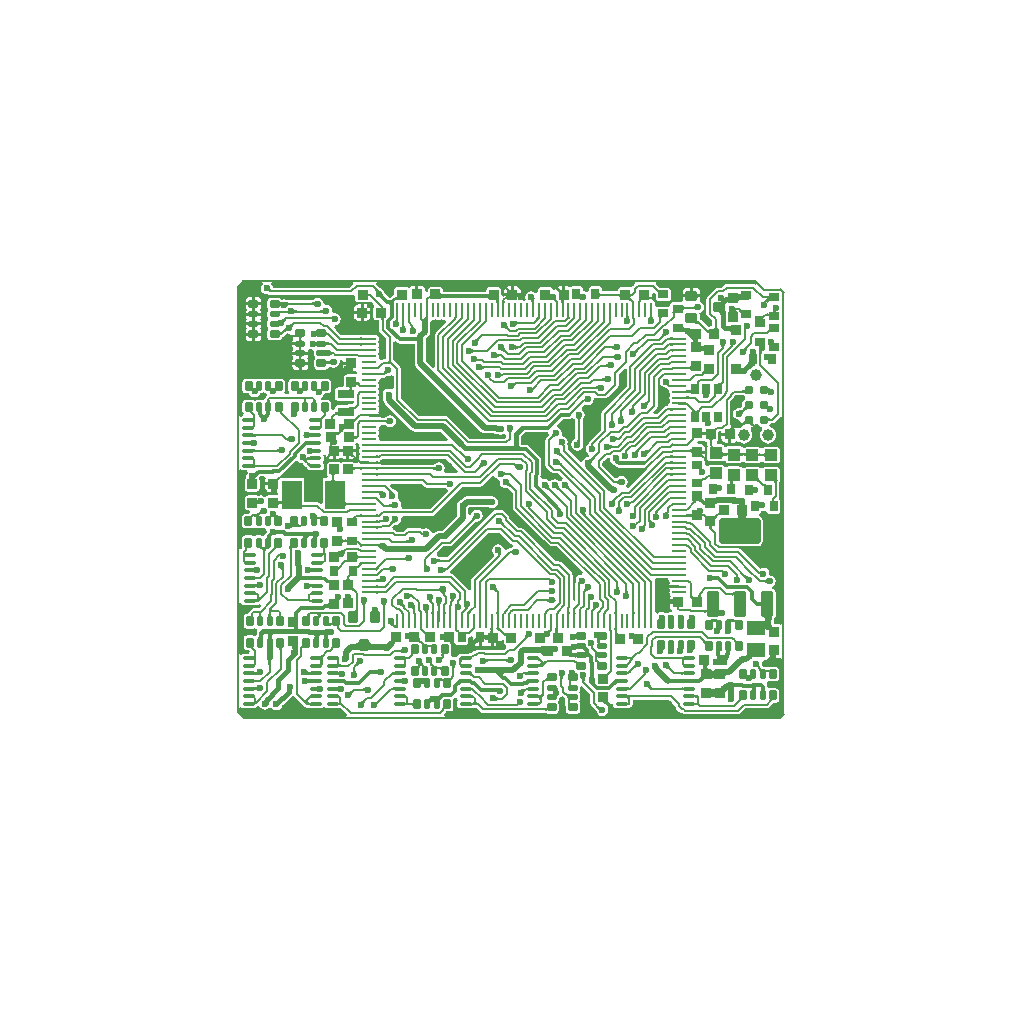
<source format=gtl>
G04*
G04 #@! TF.GenerationSoftware,Altium Limited,Altium Designer,20.0.10 (225)*
G04*
G04 Layer_Physical_Order=1*
G04 Layer_Color=255*
%FSLAX25Y25*%
%MOIN*%
G70*
G01*
G75*
%ADD10C,0.00984*%
%ADD11C,0.00787*%
G04:AMPARAMS|DCode=17|XSize=43.31mil|YSize=84.65mil|CornerRadius=4.33mil|HoleSize=0mil|Usage=FLASHONLY|Rotation=0.000|XOffset=0mil|YOffset=0mil|HoleType=Round|Shape=RoundedRectangle|*
%AMROUNDEDRECTD17*
21,1,0.04331,0.07598,0,0,0.0*
21,1,0.03465,0.08465,0,0,0.0*
1,1,0.00866,0.01732,-0.03799*
1,1,0.00866,-0.01732,-0.03799*
1,1,0.00866,-0.01732,0.03799*
1,1,0.00866,0.01732,0.03799*
%
%ADD17ROUNDEDRECTD17*%
G04:AMPARAMS|DCode=18|XSize=43.31mil|YSize=84.65mil|CornerRadius=4.33mil|HoleSize=0mil|Usage=FLASHONLY|Rotation=0.000|XOffset=0mil|YOffset=0mil|HoleType=Round|Shape=RoundedRectangle|*
%AMROUNDEDRECTD18*
21,1,0.04331,0.07599,0,0,0.0*
21,1,0.03465,0.08465,0,0,0.0*
1,1,0.00866,0.01732,-0.03799*
1,1,0.00866,-0.01732,-0.03799*
1,1,0.00866,-0.01732,0.03799*
1,1,0.00866,0.01732,0.03799*
%
%ADD18ROUNDEDRECTD18*%
G04:AMPARAMS|DCode=19|XSize=137.8mil|YSize=84.65mil|CornerRadius=8.47mil|HoleSize=0mil|Usage=FLASHONLY|Rotation=0.000|XOffset=0mil|YOffset=0mil|HoleType=Round|Shape=RoundedRectangle|*
%AMROUNDEDRECTD19*
21,1,0.13780,0.06772,0,0,0.0*
21,1,0.12087,0.08465,0,0,0.0*
1,1,0.01693,0.06043,-0.03386*
1,1,0.01693,-0.06043,-0.03386*
1,1,0.01693,-0.06043,0.03386*
1,1,0.01693,0.06043,0.03386*
%
%ADD19ROUNDEDRECTD19*%
G04:AMPARAMS|DCode=20|XSize=25.59mil|YSize=31.5mil|CornerRadius=2.56mil|HoleSize=0mil|Usage=FLASHONLY|Rotation=90.000|XOffset=0mil|YOffset=0mil|HoleType=Round|Shape=RoundedRectangle|*
%AMROUNDEDRECTD20*
21,1,0.02559,0.02638,0,0,90.0*
21,1,0.02047,0.03150,0,0,90.0*
1,1,0.00512,0.01319,0.01024*
1,1,0.00512,0.01319,-0.01024*
1,1,0.00512,-0.01319,-0.01024*
1,1,0.00512,-0.01319,0.01024*
%
%ADD20ROUNDEDRECTD20*%
G04:AMPARAMS|DCode=21|XSize=17.72mil|YSize=31.5mil|CornerRadius=1.77mil|HoleSize=0mil|Usage=FLASHONLY|Rotation=90.000|XOffset=0mil|YOffset=0mil|HoleType=Round|Shape=RoundedRectangle|*
%AMROUNDEDRECTD21*
21,1,0.01772,0.02795,0,0,90.0*
21,1,0.01417,0.03150,0,0,90.0*
1,1,0.00354,0.01398,0.00709*
1,1,0.00354,0.01398,-0.00709*
1,1,0.00354,-0.01398,-0.00709*
1,1,0.00354,-0.01398,0.00709*
%
%ADD21ROUNDEDRECTD21*%
%ADD22O,0.04331X0.01181*%
%ADD23O,0.05118X0.00866*%
%ADD24O,0.00866X0.05118*%
G04:AMPARAMS|DCode=25|XSize=33.47mil|YSize=33.47mil|CornerRadius=3.35mil|HoleSize=0mil|Usage=FLASHONLY|Rotation=180.000|XOffset=0mil|YOffset=0mil|HoleType=Round|Shape=RoundedRectangle|*
%AMROUNDEDRECTD25*
21,1,0.03347,0.02677,0,0,180.0*
21,1,0.02677,0.03347,0,0,180.0*
1,1,0.00669,-0.01339,0.01339*
1,1,0.00669,0.01339,0.01339*
1,1,0.00669,0.01339,-0.01339*
1,1,0.00669,-0.01339,-0.01339*
%
%ADD25ROUNDEDRECTD25*%
G04:AMPARAMS|DCode=26|XSize=33.47mil|YSize=33.47mil|CornerRadius=3.35mil|HoleSize=0mil|Usage=FLASHONLY|Rotation=270.000|XOffset=0mil|YOffset=0mil|HoleType=Round|Shape=RoundedRectangle|*
%AMROUNDEDRECTD26*
21,1,0.03347,0.02677,0,0,270.0*
21,1,0.02677,0.03347,0,0,270.0*
1,1,0.00669,-0.01339,-0.01339*
1,1,0.00669,-0.01339,0.01339*
1,1,0.00669,0.01339,0.01339*
1,1,0.00669,0.01339,-0.01339*
%
%ADD26ROUNDEDRECTD26*%
G04:AMPARAMS|DCode=27|XSize=39.37mil|YSize=43.31mil|CornerRadius=3.94mil|HoleSize=0mil|Usage=FLASHONLY|Rotation=270.000|XOffset=0mil|YOffset=0mil|HoleType=Round|Shape=RoundedRectangle|*
%AMROUNDEDRECTD27*
21,1,0.03937,0.03543,0,0,270.0*
21,1,0.03150,0.04331,0,0,270.0*
1,1,0.00787,-0.01772,-0.01575*
1,1,0.00787,-0.01772,0.01575*
1,1,0.00787,0.01772,0.01575*
1,1,0.00787,0.01772,-0.01575*
%
%ADD27ROUNDEDRECTD27*%
%ADD28R,0.05906X0.05118*%
G04:AMPARAMS|DCode=29|XSize=27.56mil|YSize=36.22mil|CornerRadius=2.76mil|HoleSize=0mil|Usage=FLASHONLY|Rotation=180.000|XOffset=0mil|YOffset=0mil|HoleType=Round|Shape=RoundedRectangle|*
%AMROUNDEDRECTD29*
21,1,0.02756,0.03071,0,0,180.0*
21,1,0.02205,0.03622,0,0,180.0*
1,1,0.00551,-0.01102,0.01535*
1,1,0.00551,0.01102,0.01535*
1,1,0.00551,0.01102,-0.01535*
1,1,0.00551,-0.01102,-0.01535*
%
%ADD29ROUNDEDRECTD29*%
G04:AMPARAMS|DCode=30|XSize=27.56mil|YSize=36.22mil|CornerRadius=2.76mil|HoleSize=0mil|Usage=FLASHONLY|Rotation=90.000|XOffset=0mil|YOffset=0mil|HoleType=Round|Shape=RoundedRectangle|*
%AMROUNDEDRECTD30*
21,1,0.02756,0.03071,0,0,90.0*
21,1,0.02205,0.03622,0,0,90.0*
1,1,0.00551,0.01535,0.01102*
1,1,0.00551,0.01535,-0.01102*
1,1,0.00551,-0.01535,-0.01102*
1,1,0.00551,-0.01535,0.01102*
%
%ADD30ROUNDEDRECTD30*%
G04:AMPARAMS|DCode=31|XSize=35.43mil|YSize=37.4mil|CornerRadius=3.54mil|HoleSize=0mil|Usage=FLASHONLY|Rotation=270.000|XOffset=0mil|YOffset=0mil|HoleType=Round|Shape=RoundedRectangle|*
%AMROUNDEDRECTD31*
21,1,0.03543,0.03032,0,0,270.0*
21,1,0.02835,0.03740,0,0,270.0*
1,1,0.00709,-0.01516,-0.01417*
1,1,0.00709,-0.01516,0.01417*
1,1,0.00709,0.01516,0.01417*
1,1,0.00709,0.01516,-0.01417*
%
%ADD31ROUNDEDRECTD31*%
G04:AMPARAMS|DCode=32|XSize=35.43mil|YSize=37.4mil|CornerRadius=3.54mil|HoleSize=0mil|Usage=FLASHONLY|Rotation=270.000|XOffset=0mil|YOffset=0mil|HoleType=Round|Shape=RoundedRectangle|*
%AMROUNDEDRECTD32*
21,1,0.03543,0.03032,0,0,270.0*
21,1,0.02835,0.03740,0,0,270.0*
1,1,0.00709,-0.01516,-0.01417*
1,1,0.00709,-0.01516,0.01417*
1,1,0.00709,0.01516,0.01417*
1,1,0.00709,0.01516,-0.01417*
%
%ADD32ROUNDEDRECTD32*%
%ADD33R,0.06693X0.09449*%
G04:AMPARAMS|DCode=34|XSize=23.62mil|YSize=35.43mil|CornerRadius=2.36mil|HoleSize=0mil|Usage=FLASHONLY|Rotation=180.000|XOffset=0mil|YOffset=0mil|HoleType=Round|Shape=RoundedRectangle|*
%AMROUNDEDRECTD34*
21,1,0.02362,0.03071,0,0,180.0*
21,1,0.01890,0.03543,0,0,180.0*
1,1,0.00472,-0.00945,0.01535*
1,1,0.00472,0.00945,0.01535*
1,1,0.00472,0.00945,-0.01535*
1,1,0.00472,-0.00945,-0.01535*
%
%ADD34ROUNDEDRECTD34*%
G04:AMPARAMS|DCode=35|XSize=25.59mil|YSize=31.5mil|CornerRadius=2.56mil|HoleSize=0mil|Usage=FLASHONLY|Rotation=0.000|XOffset=0mil|YOffset=0mil|HoleType=Round|Shape=RoundedRectangle|*
%AMROUNDEDRECTD35*
21,1,0.02559,0.02638,0,0,0.0*
21,1,0.02047,0.03150,0,0,0.0*
1,1,0.00512,0.01024,-0.01319*
1,1,0.00512,-0.01024,-0.01319*
1,1,0.00512,-0.01024,0.01319*
1,1,0.00512,0.01024,0.01319*
%
%ADD35ROUNDEDRECTD35*%
G04:AMPARAMS|DCode=36|XSize=17.72mil|YSize=31.5mil|CornerRadius=1.77mil|HoleSize=0mil|Usage=FLASHONLY|Rotation=0.000|XOffset=0mil|YOffset=0mil|HoleType=Round|Shape=RoundedRectangle|*
%AMROUNDEDRECTD36*
21,1,0.01772,0.02795,0,0,0.0*
21,1,0.01417,0.03150,0,0,0.0*
1,1,0.00354,0.00709,-0.01398*
1,1,0.00354,-0.00709,-0.01398*
1,1,0.00354,-0.00709,0.01398*
1,1,0.00354,0.00709,0.01398*
%
%ADD36ROUNDEDRECTD36*%
G04:AMPARAMS|DCode=37|XSize=35.83mil|YSize=33.47mil|CornerRadius=3.35mil|HoleSize=0mil|Usage=FLASHONLY|Rotation=270.000|XOffset=0mil|YOffset=0mil|HoleType=Round|Shape=RoundedRectangle|*
%AMROUNDEDRECTD37*
21,1,0.03583,0.02677,0,0,270.0*
21,1,0.02913,0.03347,0,0,270.0*
1,1,0.00669,-0.01339,-0.01457*
1,1,0.00669,-0.01339,0.01457*
1,1,0.00669,0.01339,0.01457*
1,1,0.00669,0.01339,-0.01457*
%
%ADD37ROUNDEDRECTD37*%
G04:AMPARAMS|DCode=38|XSize=35.43mil|YSize=37.4mil|CornerRadius=3.54mil|HoleSize=0mil|Usage=FLASHONLY|Rotation=180.000|XOffset=0mil|YOffset=0mil|HoleType=Round|Shape=RoundedRectangle|*
%AMROUNDEDRECTD38*
21,1,0.03543,0.03032,0,0,180.0*
21,1,0.02835,0.03740,0,0,180.0*
1,1,0.00709,-0.01417,0.01516*
1,1,0.00709,0.01417,0.01516*
1,1,0.00709,0.01417,-0.01516*
1,1,0.00709,-0.01417,-0.01516*
%
%ADD38ROUNDEDRECTD38*%
G04:AMPARAMS|DCode=39|XSize=35.43mil|YSize=37.4mil|CornerRadius=3.54mil|HoleSize=0mil|Usage=FLASHONLY|Rotation=180.000|XOffset=0mil|YOffset=0mil|HoleType=Round|Shape=RoundedRectangle|*
%AMROUNDEDRECTD39*
21,1,0.03543,0.03032,0,0,180.0*
21,1,0.02835,0.03740,0,0,180.0*
1,1,0.00709,-0.01417,0.01516*
1,1,0.00709,0.01417,0.01516*
1,1,0.00709,0.01417,-0.01516*
1,1,0.00709,-0.01417,-0.01516*
%
%ADD39ROUNDEDRECTD39*%
G04:AMPARAMS|DCode=40|XSize=27.56mil|YSize=55.12mil|CornerRadius=2.76mil|HoleSize=0mil|Usage=FLASHONLY|Rotation=270.000|XOffset=0mil|YOffset=0mil|HoleType=Round|Shape=RoundedRectangle|*
%AMROUNDEDRECTD40*
21,1,0.02756,0.04961,0,0,270.0*
21,1,0.02205,0.05512,0,0,270.0*
1,1,0.00551,-0.02480,-0.01102*
1,1,0.00551,-0.02480,0.01102*
1,1,0.00551,0.02480,0.01102*
1,1,0.00551,0.02480,-0.01102*
%
%ADD40ROUNDEDRECTD40*%
G04:AMPARAMS|DCode=41|XSize=35.83mil|YSize=33.47mil|CornerRadius=3.35mil|HoleSize=0mil|Usage=FLASHONLY|Rotation=180.000|XOffset=0mil|YOffset=0mil|HoleType=Round|Shape=RoundedRectangle|*
%AMROUNDEDRECTD41*
21,1,0.03583,0.02677,0,0,180.0*
21,1,0.02913,0.03347,0,0,180.0*
1,1,0.00669,-0.01457,0.01339*
1,1,0.00669,0.01457,0.01339*
1,1,0.00669,0.01457,-0.01339*
1,1,0.00669,-0.01457,-0.01339*
%
%ADD41ROUNDEDRECTD41*%
G04:AMPARAMS|DCode=70|XSize=9.84mil|YSize=27.56mil|CornerRadius=4.92mil|HoleSize=0mil|Usage=FLASHONLY|Rotation=180.000|XOffset=0mil|YOffset=0mil|HoleType=Round|Shape=RoundedRectangle|*
%AMROUNDEDRECTD70*
21,1,0.00984,0.01772,0,0,180.0*
21,1,0.00000,0.02756,0,0,180.0*
1,1,0.00984,0.00000,0.00886*
1,1,0.00984,0.00000,0.00886*
1,1,0.00984,0.00000,-0.00886*
1,1,0.00984,0.00000,-0.00886*
%
%ADD70ROUNDEDRECTD70*%
G04:AMPARAMS|DCode=71|XSize=7.87mil|YSize=1424.8mil|CornerRadius=3.94mil|HoleSize=0mil|Usage=FLASHONLY|Rotation=180.000|XOffset=0mil|YOffset=0mil|HoleType=Round|Shape=RoundedRectangle|*
%AMROUNDEDRECTD71*
21,1,0.00787,1.41693,0,0,180.0*
21,1,0.00000,1.42480,0,0,180.0*
1,1,0.00787,0.00000,0.70847*
1,1,0.00787,0.00000,0.70847*
1,1,0.00787,0.00000,-0.70847*
1,1,0.00787,0.00000,-0.70847*
%
%ADD71ROUNDEDRECTD71*%
G04:AMPARAMS|DCode=72|XSize=7.87mil|YSize=1795.28mil|CornerRadius=3.94mil|HoleSize=0mil|Usage=FLASHONLY|Rotation=270.000|XOffset=0mil|YOffset=0mil|HoleType=Round|Shape=RoundedRectangle|*
%AMROUNDEDRECTD72*
21,1,0.00787,1.78740,0,0,270.0*
21,1,0.00000,1.79528,0,0,270.0*
1,1,0.00787,-0.89370,0.00000*
1,1,0.00787,-0.89370,0.00000*
1,1,0.00787,0.89370,0.00000*
1,1,0.00787,0.89370,0.00000*
%
%ADD72ROUNDEDRECTD72*%
G04:AMPARAMS|DCode=73|XSize=7.87mil|YSize=1413.39mil|CornerRadius=3.94mil|HoleSize=0mil|Usage=FLASHONLY|Rotation=180.000|XOffset=0mil|YOffset=0mil|HoleType=Round|Shape=RoundedRectangle|*
%AMROUNDEDRECTD73*
21,1,0.00787,1.40551,0,0,180.0*
21,1,0.00000,1.41339,0,0,180.0*
1,1,0.00787,0.00000,0.70276*
1,1,0.00787,0.00000,0.70276*
1,1,0.00787,0.00000,-0.70276*
1,1,0.00787,0.00000,-0.70276*
%
%ADD73ROUNDEDRECTD73*%
G04:AMPARAMS|DCode=74|XSize=7.87mil|YSize=1712.6mil|CornerRadius=3.94mil|HoleSize=0mil|Usage=FLASHONLY|Rotation=270.000|XOffset=0mil|YOffset=0mil|HoleType=Round|Shape=RoundedRectangle|*
%AMROUNDEDRECTD74*
21,1,0.00787,1.70472,0,0,270.0*
21,1,0.00000,1.71260,0,0,270.0*
1,1,0.00787,-0.85236,0.00000*
1,1,0.00787,-0.85236,0.00000*
1,1,0.00787,0.85236,0.00000*
1,1,0.00787,0.85236,0.00000*
%
%ADD74ROUNDEDRECTD74*%
G04:AMPARAMS|DCode=75|XSize=7.87mil|YSize=31.5mil|CornerRadius=3.94mil|HoleSize=0mil|Usage=FLASHONLY|Rotation=315.000|XOffset=0mil|YOffset=0mil|HoleType=Round|Shape=RoundedRectangle|*
%AMROUNDEDRECTD75*
21,1,0.00787,0.02362,0,0,315.0*
21,1,0.00000,0.03150,0,0,315.0*
1,1,0.00787,-0.00835,-0.00835*
1,1,0.00787,-0.00835,-0.00835*
1,1,0.00787,0.00835,0.00835*
1,1,0.00787,0.00835,0.00835*
%
%ADD75ROUNDEDRECTD75*%
G04:AMPARAMS|DCode=76|XSize=7.87mil|YSize=62.99mil|CornerRadius=3.94mil|HoleSize=0mil|Usage=FLASHONLY|Rotation=270.000|XOffset=0mil|YOffset=0mil|HoleType=Round|Shape=RoundedRectangle|*
%AMROUNDEDRECTD76*
21,1,0.00787,0.05512,0,0,270.0*
21,1,0.00000,0.06299,0,0,270.0*
1,1,0.00787,-0.02756,0.00000*
1,1,0.00787,-0.02756,0.00000*
1,1,0.00787,0.02756,0.00000*
1,1,0.00787,0.02756,0.00000*
%
%ADD76ROUNDEDRECTD76*%
G04:AMPARAMS|DCode=77|XSize=7.87mil|YSize=47.24mil|CornerRadius=3.94mil|HoleSize=0mil|Usage=FLASHONLY|Rotation=45.000|XOffset=0mil|YOffset=0mil|HoleType=Round|Shape=RoundedRectangle|*
%AMROUNDEDRECTD77*
21,1,0.00787,0.03937,0,0,45.0*
21,1,0.00000,0.04724,0,0,45.0*
1,1,0.00787,0.01392,-0.01392*
1,1,0.00787,0.01392,-0.01392*
1,1,0.00787,-0.01392,0.01392*
1,1,0.00787,-0.01392,0.01392*
%
%ADD77ROUNDEDRECTD77*%
G04:AMPARAMS|DCode=78|XSize=7.87mil|YSize=21.65mil|CornerRadius=3.94mil|HoleSize=0mil|Usage=FLASHONLY|Rotation=45.000|XOffset=0mil|YOffset=0mil|HoleType=Round|Shape=RoundedRectangle|*
%AMROUNDEDRECTD78*
21,1,0.00787,0.01378,0,0,45.0*
21,1,0.00000,0.02165,0,0,45.0*
1,1,0.00787,0.00487,-0.00487*
1,1,0.00787,0.00487,-0.00487*
1,1,0.00787,-0.00487,0.00487*
1,1,0.00787,-0.00487,0.00487*
%
%ADD78ROUNDEDRECTD78*%
G04:AMPARAMS|DCode=79|XSize=7.87mil|YSize=22.84mil|CornerRadius=3.94mil|HoleSize=0mil|Usage=FLASHONLY|Rotation=135.000|XOffset=0mil|YOffset=0mil|HoleType=Round|Shape=RoundedRectangle|*
%AMROUNDEDRECTD79*
21,1,0.00787,0.01496,0,0,135.0*
21,1,0.00000,0.02284,0,0,135.0*
1,1,0.00787,0.00529,0.00529*
1,1,0.00787,0.00529,0.00529*
1,1,0.00787,-0.00529,-0.00529*
1,1,0.00787,-0.00529,-0.00529*
%
%ADD79ROUNDEDRECTD79*%
G04:AMPARAMS|DCode=80|XSize=7.87mil|YSize=37.01mil|CornerRadius=3.94mil|HoleSize=0mil|Usage=FLASHONLY|Rotation=225.000|XOffset=0mil|YOffset=0mil|HoleType=Round|Shape=RoundedRectangle|*
%AMROUNDEDRECTD80*
21,1,0.00787,0.02913,0,0,225.0*
21,1,0.00000,0.03701,0,0,225.0*
1,1,0.00787,-0.01030,0.01030*
1,1,0.00787,-0.01030,0.01030*
1,1,0.00787,0.01030,-0.01030*
1,1,0.00787,0.01030,-0.01030*
%
%ADD80ROUNDEDRECTD80*%
%ADD81R,0.01968X0.01968*%
%ADD82C,0.03100*%
%ADD83C,0.01575*%
%ADD84C,0.01968*%
%ADD85C,0.01181*%
%ADD86C,0.03900*%
%ADD87C,0.02362*%
G36*
X173708Y145615D02*
X173206Y145003D01*
X172902Y145207D01*
X172441Y145299D01*
X172441Y145299D01*
X163681D01*
X163220Y145207D01*
X162830Y144946D01*
X162001Y144118D01*
X160636D01*
X160636Y144118D01*
X160175Y144026D01*
X159784Y143765D01*
X157200Y141180D01*
X156939Y140790D01*
X156847Y140329D01*
X156847Y140329D01*
Y135447D01*
X156847Y135447D01*
X156939Y134986D01*
X157200Y134595D01*
X158786Y133009D01*
Y131223D01*
X158071D01*
X157633Y131136D01*
X157444Y131009D01*
X156904Y131549D01*
X156904Y131549D01*
X156904Y131549D01*
X155121Y133332D01*
X154730Y133593D01*
X154530Y133633D01*
Y135276D01*
X154451Y135674D01*
X154804Y135744D01*
X155455Y136179D01*
X155890Y136830D01*
X156043Y137598D01*
X155890Y138366D01*
X155455Y139018D01*
X154804Y139453D01*
X154660Y139481D01*
X154747Y139921D01*
Y140839D01*
X153890D01*
X153831Y140803D01*
X153775Y140752D01*
X153735Y140693D01*
X153711Y140626D01*
X153703Y140551D01*
Y140839D01*
X151850D01*
X149998D01*
Y140551D01*
X149990Y140626D01*
X149966Y140693D01*
X149926Y140752D01*
X149870Y140803D01*
X149811Y140839D01*
X148954D01*
Y140061D01*
X148914Y139884D01*
X148276Y139293D01*
X145709D01*
X145294Y139210D01*
X144942Y138975D01*
X144707Y138623D01*
X144670Y138435D01*
X144600Y138192D01*
X144055Y137816D01*
X140984D01*
X140569Y137733D01*
X140418Y137632D01*
X139748Y137884D01*
X139630Y137981D01*
Y138740D01*
X139535Y139216D01*
X139266Y139620D01*
X138862Y139890D01*
X138541Y139954D01*
X138644Y140472D01*
Y142059D01*
X139347Y142364D01*
X139900Y141927D01*
Y140827D01*
X139983Y140412D01*
X140218Y140060D01*
X140569Y139825D01*
X140984Y139743D01*
X144055D01*
X144470Y139825D01*
X144821Y140060D01*
X145056Y140412D01*
X145139Y140827D01*
Y143031D01*
X145056Y143446D01*
X144821Y143798D01*
X144470Y144033D01*
X144055Y144115D01*
X141547D01*
X141535Y144118D01*
X141535Y144118D01*
X141207D01*
X139889Y145436D01*
X139937Y145771D01*
X140167Y146224D01*
X173064Y146260D01*
X173708Y145615D01*
D02*
G37*
G36*
X132981Y145791D02*
X133038Y145429D01*
X132808Y145198D01*
X132725Y145143D01*
X132725Y145143D01*
X132239Y144657D01*
X131501Y144207D01*
X131063Y144294D01*
X128386D01*
X127948Y144207D01*
X127577Y143959D01*
X127329Y143587D01*
X127242Y143150D01*
Y142846D01*
X121970D01*
Y143563D01*
X121887Y143978D01*
X121652Y144329D01*
X121301Y144564D01*
X120886Y144647D01*
X118681D01*
X118266Y144564D01*
X117915Y144329D01*
X117680Y143978D01*
X117597Y143563D01*
Y143083D01*
X117591Y143077D01*
X116810Y142734D01*
X116418Y142996D01*
X115670Y143145D01*
Y143563D01*
X115588Y143978D01*
X115353Y144329D01*
X115001Y144564D01*
X114587Y144647D01*
X112382D01*
X111967Y144564D01*
X111616Y144329D01*
X111385Y144283D01*
X111170Y144427D01*
X110650Y144530D01*
X109811D01*
Y141831D01*
X108811D01*
Y144530D01*
X107973D01*
X107452Y144427D01*
X107010Y144132D01*
X106715Y143690D01*
X106006Y143491D01*
X105616Y143578D01*
X105426Y143696D01*
X105238Y143978D01*
X104867Y144226D01*
X104429Y144313D01*
X101752D01*
X101314Y144226D01*
X100943Y143978D01*
X100695Y143607D01*
X100608Y143169D01*
Y142639D01*
X99967Y142408D01*
X99821Y142380D01*
X99193Y142799D01*
X98425Y142952D01*
X97657Y142799D01*
X97006Y142364D01*
X96571Y141713D01*
X96418Y140945D01*
X96472Y140673D01*
X96528Y140233D01*
X95938Y139721D01*
X95555Y139890D01*
X95079Y139985D01*
X94884Y140749D01*
Y141331D01*
X94156D01*
X93914Y140962D01*
X93894Y141052D01*
X93863Y141133D01*
X93857Y141143D01*
X93849Y141118D01*
X93840Y141043D01*
Y141172D01*
X93822Y141204D01*
X93769Y141266D01*
X93706Y141318D01*
X93685Y141331D01*
X92185D01*
X89486D01*
Y140942D01*
X89481Y140931D01*
X89235Y140883D01*
X88447Y141532D01*
Y143169D01*
X88360Y143607D01*
X88112Y143978D01*
X87741Y144226D01*
X87303Y144313D01*
X84626D01*
X84188Y144226D01*
X83817Y143978D01*
X83569Y143607D01*
X83482Y143169D01*
Y142656D01*
X83454Y142652D01*
X83378Y142645D01*
X69082D01*
X69007Y142652D01*
X68979Y142656D01*
Y143268D01*
X68892Y143706D01*
X68644Y144077D01*
X68273Y144325D01*
X67835Y144412D01*
X65158D01*
X64720Y144325D01*
X64349Y144077D01*
X64101Y143706D01*
X64013Y143268D01*
Y142810D01*
X63762Y142641D01*
X62975Y143061D01*
Y143268D01*
X62871Y143789D01*
X62576Y144230D01*
X62135Y144525D01*
X61614Y144629D01*
X60776D01*
Y143772D01*
X60811Y143713D01*
X60862Y143657D01*
X60921Y143617D01*
X60988Y143593D01*
X61063Y143585D01*
X60776D01*
Y141929D01*
X59776D01*
Y143585D01*
X59488D01*
X59563Y143593D01*
X59630Y143617D01*
X59689Y143657D01*
X59740Y143713D01*
X59776Y143772D01*
Y144629D01*
X58937D01*
X58416Y144525D01*
X58241Y144408D01*
X57581Y143978D01*
X57209Y144226D01*
X56772Y144313D01*
X53858D01*
X53421Y144226D01*
X53049Y143978D01*
X52801Y143607D01*
X52714Y143169D01*
Y141708D01*
X52492Y141664D01*
X52101Y141403D01*
X51862Y141045D01*
X51763Y140946D01*
X51625Y140814D01*
X51060D01*
X49706Y142167D01*
X49687Y142188D01*
X49543Y142361D01*
X49503Y142417D01*
X49475Y142458D01*
X49466Y142474D01*
X49453Y142505D01*
X49451Y142508D01*
X49394Y142796D01*
X48959Y143447D01*
X48307Y143882D01*
X48218Y143900D01*
X48085Y143968D01*
X48028Y144001D01*
X47886Y144095D01*
X47839Y144130D01*
X47774Y144185D01*
X46625Y145334D01*
X46910Y146122D01*
X132755Y146216D01*
X132981Y145791D01*
D02*
G37*
G36*
X39176Y145326D02*
X37968Y144118D01*
X12298D01*
X12189Y144666D01*
X11768Y145296D01*
X11792Y145426D01*
X12024Y146084D01*
X38878Y146113D01*
X39176Y145326D01*
D02*
G37*
G36*
X11473Y143568D02*
X11482Y143552D01*
X11499Y143529D01*
X11522Y143500D01*
X11636Y143375D01*
X11816Y143192D01*
X11259Y142635D01*
X11206Y142687D01*
X11012Y142856D01*
X10987Y142872D01*
X10966Y142881D01*
X10950Y142885D01*
X10939Y142883D01*
X11472Y143577D01*
X11473Y143568D01*
D02*
G37*
G36*
X47179Y143636D02*
X47339Y143501D01*
X47424Y143438D01*
X47604Y143319D01*
X47700Y143263D01*
X47901Y143160D01*
X48007Y143112D01*
X46468Y142525D01*
X46507Y142621D01*
X46532Y142716D01*
X46545Y142809D01*
X46544Y142901D01*
X46531Y142992D01*
X46505Y143081D01*
X46466Y143170D01*
X46414Y143257D01*
X46349Y143343D01*
X46272Y143427D01*
X47105Y143708D01*
X47179Y143636D01*
D02*
G37*
G36*
X107533Y143876D02*
X107838Y143614D01*
X107969Y143521D01*
X108087Y143453D01*
X108190Y143410D01*
X108279Y143391D01*
X108354Y143398D01*
X108415Y143430D01*
X108462Y143486D01*
X107656Y142089D01*
X107686Y142163D01*
X107697Y142245D01*
X107688Y142335D01*
X107660Y142433D01*
X107613Y142541D01*
X107546Y142656D01*
X107461Y142780D01*
X107355Y142913D01*
X107231Y143054D01*
X107087Y143203D01*
X107360Y144044D01*
X107533Y143876D01*
D02*
G37*
G36*
X168436Y141733D02*
X168643Y141718D01*
X168892Y141712D01*
Y140138D01*
X168586Y140130D01*
X168313Y140106D01*
X168072Y140067D01*
X167864Y140012D01*
X167688Y139942D01*
X167546Y139855D01*
X167436Y139753D01*
X167358Y139635D01*
X167314Y139502D01*
X167302Y139353D01*
X167280Y140141D01*
X166798Y140138D01*
Y141712D01*
X167109Y141720D01*
X167236Y141731D01*
X167221Y142280D01*
X167306Y142172D01*
X167409Y142076D01*
X167531Y141990D01*
X167670Y141917D01*
X167828Y141854D01*
X167857Y141846D01*
X168015Y141909D01*
X168156Y141996D01*
X168264Y142098D01*
X168338Y142217D01*
X168378Y142350D01*
X168385Y142500D01*
X168436Y141733D01*
D02*
G37*
G36*
X44101Y142102D02*
X44115Y142093D01*
X44138Y142085D01*
X44170Y142078D01*
X44211Y142072D01*
X44322Y142063D01*
X44556Y142059D01*
Y141271D01*
X44468Y141271D01*
X44170Y141252D01*
X44138Y141245D01*
X44115Y141237D01*
X44101Y141228D01*
X44096Y141218D01*
Y142112D01*
X44101Y142102D01*
D02*
G37*
G36*
X131388Y142354D02*
X131412Y142287D01*
X131452Y142228D01*
X131508Y142177D01*
X131580Y142134D01*
X131668Y142098D01*
X131772Y142071D01*
X131892Y142051D01*
X132027Y142039D01*
X132179Y142035D01*
Y141248D01*
X132027Y141244D01*
X131892Y141232D01*
X131772Y141213D01*
X131668Y141185D01*
X131580Y141150D01*
X131508Y141106D01*
X131452Y141055D01*
X131424Y141013D01*
X131480Y140916D01*
X131567Y140791D01*
X131674Y140657D01*
X131949Y140360D01*
X131608Y139587D01*
X131436Y139753D01*
X131132Y140014D01*
X131001Y140107D01*
X130883Y140176D01*
X130778Y140221D01*
X130687Y140241D01*
X130610Y140237D01*
X130545Y140208D01*
X130495Y140155D01*
X131380Y141474D01*
X131346Y141404D01*
X131333Y141325D01*
X131339Y141236D01*
X131366Y141139D01*
X131380Y141107D01*
Y142429D01*
X131388Y142354D01*
D02*
G37*
G36*
X86563Y142412D02*
X86589Y142380D01*
X86630Y142332D01*
X87389Y141553D01*
X86833Y140996D01*
X85957Y141831D01*
X86555Y142428D01*
X86563Y142412D01*
D02*
G37*
G36*
X128069Y140854D02*
X128061Y140929D01*
X128037Y140996D01*
X127997Y141055D01*
X127941Y141106D01*
X127869Y141150D01*
X127781Y141185D01*
X127677Y141213D01*
X127557Y141232D01*
X127421Y141244D01*
X127269Y141248D01*
Y142035D01*
X127421Y142039D01*
X127557Y142051D01*
X127677Y142071D01*
X127781Y142098D01*
X127869Y142134D01*
X127941Y142177D01*
X127997Y142228D01*
X128037Y142287D01*
X128061Y142354D01*
X128069Y142429D01*
Y140854D01*
D02*
G37*
G36*
X121151Y142354D02*
X121175Y142287D01*
X121215Y142228D01*
X121271Y142177D01*
X121343Y142134D01*
X121431Y142098D01*
X121534Y142071D01*
X121654Y142051D01*
X121790Y142039D01*
X121942Y142035D01*
Y141248D01*
X121790Y141244D01*
X121654Y141232D01*
X121534Y141213D01*
X121431Y141185D01*
X121343Y141150D01*
X121271Y141106D01*
X121215Y141055D01*
X121175Y140996D01*
X121151Y140929D01*
X121143Y140854D01*
Y142429D01*
X121151Y142354D01*
D02*
G37*
G36*
X66555Y141440D02*
X66529Y141432D01*
X66493Y141410D01*
X66445Y141376D01*
X66387Y141329D01*
X66145Y141112D01*
X65804Y140779D01*
X65247Y141335D01*
X65371Y141460D01*
X65900Y142061D01*
X65908Y142086D01*
X66555Y141440D01*
D02*
G37*
G36*
X64841Y140612D02*
X64836Y140622D01*
X64822Y140631D01*
X64799Y140638D01*
X64767Y140645D01*
X64726Y140651D01*
X64617Y140659D01*
X64384Y140663D01*
Y141451D01*
X64471Y141451D01*
X64767Y141469D01*
X64799Y141476D01*
X64822Y141483D01*
X64836Y141492D01*
X64841Y141502D01*
Y140612D01*
D02*
G37*
G36*
X48717Y142183D02*
X48746Y142117D01*
X48788Y142042D01*
X48843Y141958D01*
X48910Y141867D01*
X49083Y141659D01*
X49307Y141417D01*
X49438Y141284D01*
X48577Y140474D01*
X48485Y140562D01*
X48310Y140705D01*
X48226Y140761D01*
X48145Y140806D01*
X48066Y140840D01*
X47990Y140864D01*
X47916Y140877D01*
X47845Y140879D01*
X47777Y140871D01*
X48701Y142242D01*
X48717Y142183D01*
D02*
G37*
G36*
X53732Y140188D02*
X53733Y140182D01*
X53716Y140177D01*
X53681Y140173D01*
X53630Y140169D01*
X53225Y140160D01*
X53231Y140154D01*
X52518Y139359D01*
X51880Y139997D01*
X51903Y140006D01*
X51940Y140028D01*
X51988Y140065D01*
X52123Y140179D01*
X52539Y140577D01*
X52674Y140711D01*
X52953Y140433D01*
Y140945D01*
X53071Y140947D01*
X53269Y140961D01*
X53347Y140974D01*
X53413Y140991D01*
X53465Y141011D01*
X53504Y141034D01*
X53530Y141062D01*
X53542Y141093D01*
X53541Y141128D01*
X53732Y140188D01*
D02*
G37*
G36*
X104670Y140427D02*
X104646Y140451D01*
X104612Y140472D01*
X104568Y140491D01*
X104514Y140507D01*
X104449Y140520D01*
X104375Y140531D01*
X104196Y140546D01*
X103976Y140551D01*
Y141339D01*
X104063Y141340D01*
X104214Y141354D01*
X104277Y141366D01*
X104332Y141381D01*
X104379Y141399D01*
X104418Y141421D01*
X104449Y141447D01*
X104472Y141475D01*
X104487Y141507D01*
X104670Y140427D01*
D02*
G37*
G36*
X68159Y142309D02*
X68192Y142209D01*
X68249Y142120D01*
X68331Y142043D01*
X68438Y141978D01*
X68570Y141925D01*
X68726Y141884D01*
X68908Y141854D01*
X69114Y141837D01*
X69345Y141831D01*
Y140650D01*
X69137Y140647D01*
X68621Y140603D01*
X68484Y140577D01*
X68365Y140545D01*
X68264Y140507D01*
X68181Y140463D01*
X68115Y140413D01*
X68067Y140358D01*
X68152Y142421D01*
X68159Y142309D01*
D02*
G37*
G36*
X84393Y140259D02*
X84334Y140334D01*
X84259Y140400D01*
X84169Y140458D01*
X84064Y140509D01*
X83944Y140552D01*
X83808Y140587D01*
X83658Y140614D01*
X83492Y140634D01*
X83312Y140646D01*
X83116Y140650D01*
Y141831D01*
X83347Y141837D01*
X83553Y141854D01*
X83734Y141884D01*
X83891Y141925D01*
X84022Y141978D01*
X84129Y142043D01*
X84211Y142120D01*
X84269Y142209D01*
X84301Y142309D01*
X84309Y142421D01*
X84393Y140259D01*
D02*
G37*
G36*
X137598Y141409D02*
X137614Y141342D01*
X137648Y141284D01*
X137701Y141232D01*
X137772Y141189D01*
X137861Y141154D01*
X137968Y141126D01*
X138094Y141106D01*
X138238Y141095D01*
X138400Y141091D01*
X138346Y140303D01*
X138204Y140302D01*
X137744Y140269D01*
X137656Y140255D01*
X137578Y140237D01*
X137511Y140217D01*
X137455Y140194D01*
X137409Y140169D01*
X137600Y141484D01*
X137598Y141409D01*
D02*
G37*
G36*
X177440Y141259D02*
X177442Y141274D01*
X177440Y141376D01*
X177594Y139496D01*
X177546Y139519D01*
X177493Y139530D01*
X177435Y139528D01*
X177371Y139514D01*
X177307Y139488D01*
X177294Y139459D01*
X177265Y139367D01*
X177247Y139272D01*
X177242Y139175D01*
X177248Y139076D01*
X177267Y138975D01*
X177297Y138871D01*
X175817Y139608D01*
X175933Y139648D01*
X176151Y139738D01*
X176253Y139789D01*
X176444Y139900D01*
X176533Y139961D01*
X176697Y140092D01*
X176772Y140163D01*
X176872Y140116D01*
X176871Y140263D01*
X176987Y140384D01*
X177086Y140506D01*
X177048Y140516D01*
X176928Y140535D01*
X176793Y140547D01*
X176641Y140551D01*
Y141339D01*
X176793Y141342D01*
X176928Y141354D01*
X177048Y141374D01*
X177152Y141402D01*
X177240Y141437D01*
X177312Y141480D01*
X177368Y141531D01*
X177408Y141590D01*
X177432Y141657D01*
X177440Y141732D01*
Y141259D01*
D02*
G37*
G36*
X109571Y140167D02*
X109504Y140143D01*
X109445Y140103D01*
X109394Y140047D01*
X109350Y139975D01*
X109315Y139887D01*
X109287Y139784D01*
X109268Y139664D01*
X109256Y139528D01*
X109253Y139416D01*
X109255Y138905D01*
X108461D01*
X108462Y138913D01*
X108463Y139033D01*
X108464Y139394D01*
X108460Y139528D01*
X108449Y139664D01*
X108429Y139784D01*
X108402Y139887D01*
X108366Y139975D01*
X108323Y140047D01*
X108272Y140103D01*
X108212Y140143D01*
X108146Y140167D01*
X108071Y140175D01*
X109646D01*
X109571Y140167D01*
D02*
G37*
G36*
X99521Y140491D02*
X99477Y140311D01*
X99459Y140216D01*
X99422Y139913D01*
X99415Y139806D01*
X99410Y139598D01*
X99412Y138905D01*
X98619D01*
X98620Y138913D01*
X98621Y139033D01*
X98621Y139094D01*
X98617Y139188D01*
X98602Y139294D01*
X98578Y139391D01*
X98544Y139478D01*
X98499Y139556D01*
X98445Y139624D01*
X98381Y139682D01*
X98308Y139731D01*
X98224Y139771D01*
X98131Y139801D01*
X99547Y140577D01*
X99521Y140491D01*
D02*
G37*
G36*
X89570Y138905D02*
X88776D01*
X88777Y138913D01*
X88778Y139033D01*
X88779Y139696D01*
X89567D01*
X89570Y138905D01*
D02*
G37*
G36*
X87603Y140351D02*
X87599Y140322D01*
X87595Y140277D01*
X87584Y139828D01*
X87584Y139696D01*
X87601Y138905D01*
X86808D01*
X86806Y138909D01*
X86804Y138928D01*
X86802Y138962D01*
X86798Y139376D01*
X86796Y139376D01*
X86792Y139539D01*
X86780Y139683D01*
X86761Y139810D01*
X86733Y139917D01*
X86698Y140006D01*
X86654Y140077D01*
X86603Y140129D01*
X86544Y140163D01*
X86477Y140178D01*
X86402Y140175D01*
X87607Y140366D01*
X87603Y140351D01*
D02*
G37*
G36*
X63979Y138905D02*
X63186D01*
X63187Y138913D01*
X63188Y139033D01*
X63189Y139696D01*
X63977D01*
X63979Y138905D01*
D02*
G37*
G36*
X26351Y137932D02*
X26273Y138020D01*
X26192Y138098D01*
X26107Y138167D01*
X26019Y138226D01*
X25927Y138277D01*
X25831Y138318D01*
X25731Y138350D01*
X25628Y138373D01*
X25521Y138387D01*
X25410Y138392D01*
X25484Y139179D01*
X25592Y139183D01*
X25699Y139195D01*
X25804Y139215D01*
X25907Y139243D01*
X26010Y139279D01*
X26110Y139323D01*
X26209Y139375D01*
X26306Y139435D01*
X26402Y139503D01*
X26497Y139579D01*
X26351Y137932D01*
D02*
G37*
G36*
X14457Y139498D02*
X14481Y139431D01*
X14521Y139372D01*
X14577Y139321D01*
X14649Y139278D01*
X14737Y139242D01*
X14841Y139215D01*
X14860Y139211D01*
X14985Y139231D01*
X15090Y139254D01*
X15409Y139348D01*
X15516Y139388D01*
X15945Y138972D01*
X16374Y139388D01*
X16481Y139348D01*
X16799Y139254D01*
X16905Y139231D01*
X17115Y139198D01*
X17220Y139188D01*
X17428Y139179D01*
X17830Y138392D01*
X17715Y138387D01*
X17609Y138372D01*
X17511Y138347D01*
X17421Y138312D01*
X17339Y138267D01*
X17266Y138212D01*
X17202Y138148D01*
X17146Y138073D01*
X17098Y137988D01*
X17058Y137893D01*
X15945Y138972D01*
X14831Y137893D01*
X14792Y137988D01*
X14744Y138073D01*
X14688Y138148D01*
X14623Y138212D01*
X14575Y138249D01*
X14521Y138199D01*
X14481Y138140D01*
X14457Y138073D01*
X14449Y137998D01*
Y138320D01*
X14379Y138347D01*
X14281Y138372D01*
X14175Y138387D01*
X14060Y138392D01*
X14449Y139155D01*
Y139573D01*
X14457Y139498D01*
D02*
G37*
G36*
X51339Y137637D02*
X51330Y137862D01*
X51304Y138062D01*
X51261Y138240D01*
X51201Y138393D01*
X51123Y138523D01*
X51029Y138629D01*
X50917Y138712D01*
X50788Y138771D01*
X50641Y138806D01*
X50478Y138818D01*
X51929Y139409D01*
X51339Y137637D01*
D02*
G37*
G36*
X153383Y136614D02*
X153279Y136680D01*
X153070Y136790D01*
X152965Y136835D01*
X152861Y136873D01*
X152756Y136904D01*
X152650Y136928D01*
X152545Y136945D01*
X152440Y136955D01*
X152334Y136959D01*
X152155Y137746D01*
X152267Y137751D01*
X152374Y137766D01*
X152476Y137790D01*
X152572Y137824D01*
X152663Y137867D01*
X152749Y137921D01*
X152829Y137984D01*
X152904Y138057D01*
X152974Y138139D01*
X153038Y138231D01*
X153383Y136614D01*
D02*
G37*
G36*
X149044Y138065D02*
X149068Y137998D01*
X149108Y137939D01*
X149164Y137888D01*
X149236Y137845D01*
X149324Y137809D01*
X149428Y137782D01*
X149548Y137762D01*
X149684Y137750D01*
X149836Y137746D01*
Y136959D01*
X149684Y136955D01*
X149548Y136943D01*
X149428Y136923D01*
X149324Y136896D01*
X149236Y136860D01*
X149164Y136817D01*
X149108Y136766D01*
X149068Y136707D01*
X149044Y136640D01*
X149036Y136565D01*
Y138140D01*
X149044Y138065D01*
D02*
G37*
G36*
X166652Y136770D02*
X166663Y136637D01*
X166681Y136521D01*
X166707Y136419D01*
X166740Y136334D01*
X166780Y136264D01*
X166827Y136209D01*
X166882Y136170D01*
X166944Y136146D01*
X167014Y136138D01*
X166599Y136140D01*
X166648Y135585D01*
X165861D01*
X165858Y135643D01*
X165848Y135694D01*
X165832Y135738D01*
X165810Y135774D01*
X165781Y135803D01*
X165746Y135825D01*
X165704Y135840D01*
X165656Y135848D01*
X165602Y135848D01*
X165541Y135842D01*
X165822Y136143D01*
X165493Y136144D01*
X165563Y136151D01*
X165625Y136174D01*
X165681Y136213D01*
X165728Y136267D01*
X165769Y136337D01*
X165802Y136422D01*
X165828Y136522D01*
X165846Y136638D01*
X165857Y136770D01*
X165861Y136917D01*
X166648D01*
X166652Y136770D01*
D02*
G37*
G36*
X146791Y135747D02*
X146716Y135748D01*
X146650Y135730D01*
X146590Y135695D01*
X146539Y135641D01*
X146496Y135570D01*
X146461Y135481D01*
X146433Y135375D01*
X146413Y135250D01*
X146402Y135108D01*
X146398Y134948D01*
X145610Y134968D01*
X145609Y135105D01*
X145586Y135457D01*
X145573Y135556D01*
X145537Y135723D01*
X145514Y135792D01*
X145489Y135852D01*
X145460Y135901D01*
X146791Y135747D01*
D02*
G37*
G36*
X19587Y136914D02*
X19652Y136830D01*
X19724Y136756D01*
X19801Y136693D01*
X19884Y136638D01*
X19974Y136594D01*
X20069Y136560D01*
X20170Y136535D01*
X20277Y136521D01*
X20390Y136516D01*
X20172Y135728D01*
X20067Y135725D01*
X19962Y135715D01*
X19857Y135699D01*
X19751Y135677D01*
X19646Y135648D01*
X19540Y135612D01*
X19434Y135570D01*
X19221Y135467D01*
X19114Y135406D01*
X19527Y137007D01*
X19587Y136914D01*
D02*
G37*
G36*
X29410Y135406D02*
X29303Y135467D01*
X29090Y135570D01*
X28984Y135612D01*
X28878Y135648D01*
X28772Y135677D01*
X28667Y135699D01*
X28561Y135715D01*
X28457Y135725D01*
X28352Y135728D01*
X28134Y136516D01*
X28247Y136521D01*
X28354Y136535D01*
X28455Y136560D01*
X28550Y136594D01*
X28639Y136638D01*
X28723Y136693D01*
X28800Y136756D01*
X28871Y136830D01*
X28937Y136914D01*
X28996Y137007D01*
X29410Y135406D01*
D02*
G37*
G36*
X168174Y136975D02*
X168482Y136710D01*
X168614Y136616D01*
X168731Y136548D01*
X168833Y136506D01*
X168921Y136490D01*
X168993Y136499D01*
X169050Y136534D01*
X169093Y136595D01*
X168385Y135100D01*
X168411Y135178D01*
X168418Y135263D01*
X168407Y135356D01*
X168378Y135456D01*
X168330Y135563D01*
X168264Y135678D01*
X168180Y135801D01*
X168077Y135931D01*
X167956Y136069D01*
X167816Y136214D01*
X167997Y137147D01*
X168174Y136975D01*
D02*
G37*
G36*
X175535Y134211D02*
X176107D01*
X176004Y134103D01*
X175925Y134007D01*
X175868Y133921D01*
X175834Y133847D01*
X175822Y133785D01*
X175834Y133734D01*
X175868Y133694D01*
X175925Y133665D01*
X176004Y133648D01*
X176107Y133643D01*
X175499D01*
X175496Y133601D01*
X175002Y133110D01*
X174929Y133643D01*
X173880D01*
X173989Y133648D01*
X174099Y133665D01*
X174209Y133694D01*
X174319Y133734D01*
X174431Y133785D01*
X174542Y133847D01*
X174654Y133921D01*
X174767Y134007D01*
X174867Y134093D01*
X174790Y134652D01*
X174860Y134599D01*
X174932Y134562D01*
X175005Y134538D01*
X175081Y134530D01*
X175158Y134537D01*
X175237Y134558D01*
X175318Y134594D01*
X175401Y134645D01*
X175486Y134710D01*
X175573Y134791D01*
X175535Y134211D01*
D02*
G37*
G36*
X177440Y134279D02*
X177435Y134353D01*
X177413Y134420D01*
X177375Y134479D01*
X177320Y134530D01*
X177249Y134574D01*
X177160Y134609D01*
X177055Y134637D01*
X176934Y134657D01*
X176796Y134668D01*
X176641Y134672D01*
Y135460D01*
X176760Y135463D01*
X176871Y135475D01*
X176976Y135494D01*
X177073Y135520D01*
X177163Y135555D01*
X177246Y135596D01*
X177322Y135646D01*
X177391Y135703D01*
X177452Y135767D01*
X177507Y135839D01*
X177440Y134279D01*
D02*
G37*
G36*
X163030Y136095D02*
X163067Y136043D01*
X163100Y135940D01*
X163127Y135786D01*
X163149Y135582D01*
X163179Y135021D01*
X163189Y134257D01*
X161614D01*
X161606Y134572D01*
X161583Y134853D01*
X161543Y135098D01*
X161488Y135309D01*
X161417Y135485D01*
X161331Y135627D01*
X161228Y135733D01*
X161110Y135805D01*
X160977Y135842D01*
X160827Y135844D01*
X162941Y136048D01*
X162988Y136097D01*
X163030Y136095D01*
D02*
G37*
G36*
X54133Y134311D02*
X54130Y134283D01*
X54125Y134181D01*
X54120Y133670D01*
X54121Y133621D01*
X54155Y133182D01*
X54175Y133045D01*
X54229Y132785D01*
X54262Y132662D01*
X54343Y132431D01*
X52832Y133094D01*
X52927Y133135D01*
X53012Y133185D01*
X53087Y133243D01*
X53152Y133309D01*
X53207Y133383D01*
X53252Y133465D01*
X53286Y133555D01*
X53311Y133654D01*
X53326Y133760D01*
X53331Y133875D01*
X53336Y133874D01*
X53343Y134324D01*
X54137D01*
X54133Y134311D01*
D02*
G37*
G36*
X138779Y134766D02*
X138784Y134657D01*
X138796Y134551D01*
X138816Y134446D01*
X138845Y134343D01*
X138882Y134241D01*
X138927Y134142D01*
X138981Y134045D01*
X139042Y133949D01*
X139112Y133855D01*
X139190Y133763D01*
X138780Y133788D01*
X138779Y133532D01*
X137992D01*
X137991Y133837D01*
X137540Y133866D01*
X137626Y133946D01*
X137703Y134029D01*
X137770Y134116D01*
X137829Y134206D01*
X137879Y134299D01*
X137920Y134396D01*
X137951Y134497D01*
X137974Y134600D01*
X137987Y134707D01*
X137992Y134818D01*
X138779Y134766D01*
D02*
G37*
G36*
X130905Y134699D02*
X130909Y134591D01*
X130921Y134485D01*
X130941Y134379D01*
X130968Y134276D01*
X131003Y134173D01*
X131046Y134072D01*
X131097Y133972D01*
X131156Y133873D01*
X131222Y133775D01*
X131297Y133679D01*
X130906Y133722D01*
X130905Y133532D01*
X130118D01*
X130117Y133809D01*
X129653Y133860D01*
X129741Y133935D01*
X129820Y134014D01*
X129890Y134097D01*
X129951Y134184D01*
X130002Y134275D01*
X130044Y134371D01*
X130076Y134470D01*
X130099Y134573D01*
X130113Y134680D01*
X130118Y134791D01*
X130905Y134699D01*
D02*
G37*
G36*
X115160Y134317D02*
X115159Y134262D01*
X115157Y133657D01*
X114370D01*
X114367Y134324D01*
X115160D01*
X115160Y134317D01*
D02*
G37*
G36*
X105317Y134317D02*
X105316Y134262D01*
X105315Y133657D01*
X104527D01*
X104525Y134324D01*
X105318D01*
X105317Y134317D01*
D02*
G37*
G36*
X77758D02*
X77757Y134262D01*
X77756Y133657D01*
X76968D01*
X76965Y134324D01*
X77759D01*
X77758Y134317D01*
D02*
G37*
G36*
X16754Y133422D02*
X16680Y133342D01*
X16614Y133258D01*
X16554Y133169D01*
X16502Y133076D01*
X16456Y132978D01*
X16418Y132876D01*
X16387Y132770D01*
X16363Y132658D01*
X16347Y132543D01*
X16337Y132422D01*
X15239Y133659D01*
X15356Y133655D01*
X15470Y133660D01*
X15579Y133673D01*
X15685Y133696D01*
X15786Y133727D01*
X15883Y133767D01*
X15977Y133815D01*
X16066Y133873D01*
X16151Y133939D01*
X16232Y134014D01*
X16754Y133422D01*
D02*
G37*
G36*
X62013Y134320D02*
X62015Y134303D01*
X62017Y134271D01*
X62023Y133646D01*
X61235D01*
X61217Y134324D01*
X62011D01*
X62013Y134320D01*
D02*
G37*
G36*
X125002Y134315D02*
X125001Y134195D01*
X125000Y133532D01*
X124213D01*
X124209Y134324D01*
X125003D01*
X125002Y134315D01*
D02*
G37*
G36*
X123034D02*
X123032Y134195D01*
X123031Y133532D01*
X122244D01*
X122241Y134324D01*
X123034D01*
X123034Y134315D01*
D02*
G37*
G36*
X121065D02*
X121064Y134195D01*
X121063Y133532D01*
X120275D01*
X120273Y134324D01*
X121066D01*
X121065Y134315D01*
D02*
G37*
G36*
X119097D02*
X119096Y134195D01*
X119095Y133532D01*
X118307D01*
X118304Y134324D01*
X119097D01*
X119097Y134315D01*
D02*
G37*
G36*
X117128D02*
X117127Y134195D01*
X117126Y133532D01*
X116339D01*
X116335Y134324D01*
X117129D01*
X117128Y134315D01*
D02*
G37*
G36*
X83664D02*
X83662Y134195D01*
X83662Y133532D01*
X82874D01*
X82871Y134324D01*
X83664D01*
X83664Y134315D01*
D02*
G37*
G36*
X81695D02*
X81694Y134195D01*
X81693Y133532D01*
X80905D01*
X80902Y134324D01*
X81696D01*
X81695Y134315D01*
D02*
G37*
G36*
X79727D02*
X79725Y134195D01*
X79725Y133532D01*
X78937D01*
X78934Y134324D01*
X79727D01*
X79727Y134315D01*
D02*
G37*
G36*
X63979D02*
X63977Y134195D01*
X63977Y133532D01*
X63189D01*
X63186Y134324D01*
X63979D01*
X63979Y134315D01*
D02*
G37*
G36*
X58073D02*
X58072Y134195D01*
X58071Y133532D01*
X57284D01*
X57280Y134324D01*
X58074D01*
X58073Y134315D01*
D02*
G37*
G36*
X56102Y134311D02*
X56099Y134283D01*
X56094Y134181D01*
X56087Y133510D01*
X55300Y133598D01*
X55312Y134324D01*
X56105D01*
X56102Y134311D01*
D02*
G37*
G36*
X142165Y134271D02*
X142090Y134266D01*
X142024Y134245D01*
X141964Y134207D01*
X141913Y134152D01*
X141870Y134081D01*
X141835Y133992D01*
X141807Y133887D01*
X141787Y133765D01*
X141776Y133627D01*
X141772Y133471D01*
X140984D01*
X140982Y133613D01*
X140954Y133965D01*
X140937Y134057D01*
X140916Y134138D01*
X140891Y134206D01*
X140863Y134262D01*
X140830Y134306D01*
X140794Y134337D01*
X142165Y134271D01*
D02*
G37*
G36*
X49628Y134178D02*
X49562Y134153D01*
X49503Y134112D01*
X49452Y134054D01*
X49409Y133981D01*
X49374Y133891D01*
X49346Y133786D01*
X49327Y133664D01*
X49315Y133526D01*
X49311Y133372D01*
X48524D01*
X48520Y133524D01*
X48508Y133661D01*
X48488Y133781D01*
X48461Y133885D01*
X48425Y133973D01*
X48382Y134045D01*
X48331Y134101D01*
X48272Y134140D01*
X48205Y134164D01*
X48130Y134171D01*
X49702Y134187D01*
X49628Y134178D01*
D02*
G37*
G36*
X111130Y134185D02*
X111267Y134271D01*
X111358Y134317D01*
X111403Y134323D01*
X111403Y134289D01*
X111358Y134215D01*
X111268Y134100D01*
X110951Y133752D01*
X110452Y133243D01*
X109872Y133776D01*
X110024Y133934D01*
X110264Y134217D01*
X110351Y134342D01*
X110416Y134456D01*
X110459Y134559D01*
X110479Y134650D01*
X110478Y134731D01*
X110455Y134800D01*
X110409Y134858D01*
X111130Y134185D01*
D02*
G37*
G36*
X101288D02*
X101424Y134271D01*
X101515Y134317D01*
X101561Y134323D01*
X101561Y134289D01*
X101516Y134215D01*
X101426Y134101D01*
X101109Y133752D01*
X100610Y133243D01*
X100029Y133775D01*
X100182Y133934D01*
X100422Y134217D01*
X100508Y134342D01*
X100573Y134456D01*
X100616Y134559D01*
X100637Y134650D01*
X100636Y134731D01*
X100612Y134800D01*
X100567Y134858D01*
X101288Y134185D01*
D02*
G37*
G36*
X153702Y133004D02*
X153715Y132977D01*
X153739Y132953D01*
X153777Y132932D01*
X153827Y132914D01*
X153890Y132900D01*
X153966Y132888D01*
X154054Y132880D01*
X154270Y132874D01*
Y132087D01*
X153500Y132118D01*
X153703Y133035D01*
X153702Y133004D01*
D02*
G37*
G36*
X174649Y132754D02*
X174599Y132700D01*
X174554Y132638D01*
X174516Y132569D01*
X174483Y132491D01*
X174457Y132406D01*
X174436Y132313D01*
X174421Y132213D01*
X174412Y132104D01*
X174409Y131988D01*
X173622D01*
X173619Y132104D01*
X173610Y132213D01*
X173595Y132313D01*
X173575Y132406D01*
X173548Y132491D01*
X173516Y132569D01*
X173477Y132638D01*
X173433Y132700D01*
X173383Y132754D01*
X173327Y132801D01*
X174705D01*
X174649Y132754D01*
D02*
G37*
G36*
X93126Y133030D02*
X93239Y132977D01*
X93355Y132930D01*
X93475Y132889D01*
X93599Y132854D01*
X93726Y132826D01*
X93990Y132788D01*
X94128Y132779D01*
X94269Y132776D01*
X94308Y131988D01*
X94195Y131983D01*
X94088Y131968D01*
X93987Y131944D01*
X93893Y131909D01*
X93804Y131865D01*
X93722Y131811D01*
X93646Y131747D01*
X93575Y131673D01*
X93511Y131589D01*
X93453Y131495D01*
X93016Y133090D01*
X93126Y133030D01*
D02*
G37*
G36*
X19312Y131845D02*
X19236Y131763D01*
X19170Y131678D01*
X19114Y131588D01*
X19067Y131495D01*
X19030Y131399D01*
X19002Y131298D01*
X18984Y131194D01*
X18975Y131086D01*
X18976Y130975D01*
X18986Y130860D01*
X17687Y131883D01*
X17808Y131899D01*
X17924Y131922D01*
X18035Y131951D01*
X18142Y131987D01*
X18244Y132028D01*
X18342Y132077D01*
X18434Y132131D01*
X18522Y132192D01*
X18606Y132259D01*
X18685Y132332D01*
X19312Y131845D01*
D02*
G37*
G36*
X56092Y131639D02*
X56105Y131532D01*
X56127Y131428D01*
X56157Y131326D01*
X56197Y131227D01*
X56245Y131131D01*
X56302Y131038D01*
X56367Y130948D01*
X56442Y130860D01*
X56525Y130775D01*
X54871Y130754D01*
X54953Y130842D01*
X55026Y130931D01*
X55090Y131024D01*
X55146Y131119D01*
X55193Y131216D01*
X55231Y131315D01*
X55261Y131417D01*
X55283Y131522D01*
X55296Y131629D01*
X55300Y131738D01*
X56087Y131749D01*
X56092Y131639D01*
D02*
G37*
G36*
X59156Y131328D02*
X59175Y131148D01*
X59191Y131070D01*
X59212Y131001D01*
X59238Y130940D01*
X59269Y130888D01*
X59304Y130843D01*
X59344Y130807D01*
X59389Y130780D01*
X58160Y130677D01*
X58199Y130711D01*
X58234Y130755D01*
X58265Y130808D01*
X58292Y130870D01*
X58315Y130941D01*
X58333Y131021D01*
X58348Y131109D01*
X58358Y131207D01*
X58366Y131430D01*
X59154D01*
X59156Y131328D01*
D02*
G37*
G36*
X160388Y131042D02*
X160399Y130906D01*
X160419Y130785D01*
X160447Y130681D01*
X160482Y130592D01*
X160525Y130519D01*
X160576Y130463D01*
X160634Y130423D01*
X160701Y130398D01*
X160775Y130390D01*
X159203Y130396D01*
X159278Y130403D01*
X159344Y130427D01*
X159404Y130467D01*
X159455Y130523D01*
X159498Y130595D01*
X159534Y130683D01*
X159561Y130787D01*
X159581Y130907D01*
X159592Y131043D01*
X159597Y131195D01*
X160384D01*
X160388Y131042D01*
D02*
G37*
G36*
X90456Y131660D02*
X90466Y131546D01*
X90485Y131435D01*
X90512Y131329D01*
X90546Y131227D01*
X90589Y131129D01*
X90639Y131036D01*
X90698Y130947D01*
X90764Y130862D01*
X90838Y130781D01*
X90282Y130225D01*
X90201Y130299D01*
X90116Y130365D01*
X90027Y130424D01*
X89934Y130474D01*
X89836Y130517D01*
X89734Y130552D01*
X89628Y130578D01*
X89517Y130597D01*
X89403Y130607D01*
X89284Y130610D01*
X90453Y131780D01*
X90456Y131660D01*
D02*
G37*
G36*
X17364Y129617D02*
X17265Y129652D01*
X17167Y129675D01*
X17071Y129685D01*
X16977Y129683D01*
X16884Y129668D01*
X16794Y129640D01*
X16704Y129601D01*
X16617Y129548D01*
X16531Y129483D01*
X16446Y129406D01*
X16133Y130206D01*
X16203Y130280D01*
X16335Y130440D01*
X16398Y130527D01*
X16514Y130713D01*
X16568Y130813D01*
X16669Y131026D01*
X16715Y131138D01*
X17364Y129617D01*
D02*
G37*
G36*
X151537Y129369D02*
X151716Y129464D01*
X151701Y129398D01*
X151698Y129330D01*
X151706Y129258D01*
X151725Y129184D01*
X151756Y129106D01*
X151798Y129026D01*
X151851Y128943D01*
X151916Y128857D01*
X151962Y128804D01*
X152094Y128693D01*
X152219Y128606D01*
X152327Y128551D01*
X152419Y128527D01*
X152494Y128535D01*
X152553Y128576D01*
X152595Y128648D01*
X152620Y128752D01*
X152628Y128888D01*
X153809Y126703D01*
X153812Y126537D01*
X153833Y126257D01*
X153852Y126143D01*
X153877Y126047D01*
X153907Y125969D01*
X153942Y125907D01*
X153983Y125864D01*
X154029Y125837D01*
X154080Y125829D01*
X153085D01*
X152628Y125277D01*
X152620Y125510D01*
X152595Y125736D01*
X152577Y125829D01*
X152357D01*
X152408Y125837D01*
X152454Y125864D01*
X152495Y125907D01*
X152530Y125969D01*
X152541Y125997D01*
X152494Y126166D01*
X152419Y126372D01*
X152327Y126570D01*
X152219Y126761D01*
X152094Y126945D01*
X151952Y127123D01*
X151793Y127293D01*
Y128544D01*
X151541Y128429D01*
X151547Y127276D01*
X151526Y127346D01*
X151491Y127426D01*
X151442Y127515D01*
X151377Y127614D01*
X151299Y127721D01*
X151098Y127965D01*
X150838Y128245D01*
X150833Y128251D01*
X150460Y128576D01*
X150400Y128617D01*
X150346Y128650D01*
X150297Y128675D01*
X150254Y128691D01*
X150828Y128994D01*
X151008Y129748D01*
X151109Y129656D01*
X151199Y129592D01*
X151278Y129555D01*
X151346Y129546D01*
X151404Y129564D01*
X151451Y129610D01*
X151488Y129684D01*
X151514Y129785D01*
X151529Y129914D01*
X151533Y130070D01*
X151537Y129369D01*
D02*
G37*
G36*
X26948Y129350D02*
X27022Y129313D01*
X27123Y129270D01*
X27226Y129235D01*
X27330Y129208D01*
X27435Y129188D01*
X27542Y129177D01*
X27649Y129173D01*
X27747Y128385D01*
X27636Y128381D01*
X27529Y128367D01*
X27426Y128343D01*
X27327Y128311D01*
X27232Y128269D01*
X27142Y128217D01*
X27055Y128157D01*
X26972Y128087D01*
X26948Y128062D01*
Y127992D01*
X26942Y128055D01*
X26894Y128007D01*
X26820Y127919D01*
X26779Y128269D01*
X26748Y128287D01*
X26661Y128323D01*
X26557Y128350D01*
X26437Y128370D01*
X26301Y128382D01*
X26149Y128385D01*
Y129173D01*
X26301Y129177D01*
X26437Y129189D01*
X26557Y129208D01*
X26661Y129236D01*
X26665Y129238D01*
X26627Y129561D01*
X26724Y129487D01*
X26822Y129421D01*
X26888Y129383D01*
X26916Y129425D01*
X26940Y129492D01*
X26948Y129567D01*
Y129350D01*
D02*
G37*
G36*
X178209Y129350D02*
X178176Y129375D01*
X178130Y129382D01*
X178072Y129371D01*
X178003Y129342D01*
X177921Y129294D01*
X177827Y129228D01*
X177720Y129144D01*
X177472Y128920D01*
X177330Y128781D01*
X176871Y129436D01*
X177004Y129572D01*
X177302Y129916D01*
X177367Y130009D01*
X177415Y130092D01*
X177447Y130164D01*
X177462Y130225D01*
X177459Y130276D01*
X177440Y130316D01*
X178209Y129350D01*
D02*
G37*
G36*
X149039Y131118D02*
X149068Y131017D01*
X149122Y130929D01*
X149203Y130852D01*
X149309Y130787D01*
X149441Y130734D01*
X149599Y130693D01*
X149626Y130688D01*
X149745Y130716D01*
X149812Y130739D01*
X149871Y130766D01*
X149921Y130796D01*
X149893Y130654D01*
X149993Y130645D01*
X150229Y130639D01*
X150066Y129458D01*
X149660Y129458D01*
X149604Y129173D01*
X149562Y129227D01*
X149510Y129276D01*
X149449Y129318D01*
X149379Y129356D01*
X149299Y129387D01*
X149209Y129413D01*
X149111Y129433D01*
X149003Y129447D01*
X148885Y129455D01*
X148758Y129458D01*
X148958Y130332D01*
X149036Y131230D01*
X149039Y131118D01*
D02*
G37*
G36*
X165077Y129035D02*
X165071Y129185D01*
X165032Y129319D01*
X164958Y129437D01*
X164850Y129539D01*
X164708Y129626D01*
X164533Y129697D01*
X164323Y129752D01*
X164079Y129791D01*
X163802Y129815D01*
X163490Y129823D01*
X163494Y131398D01*
X163754Y131400D01*
X164425Y131443D01*
X164612Y131469D01*
X164929Y131537D01*
X165061Y131579D01*
X165173Y131628D01*
X165268Y131682D01*
X165077Y129035D01*
D02*
G37*
G36*
X157754Y129008D02*
X157749Y129018D01*
X157736Y129027D01*
X157713Y129035D01*
X157680Y129042D01*
X157639Y129048D01*
X157529Y129057D01*
X157295Y129061D01*
Y129849D01*
X157382Y129849D01*
X157680Y129868D01*
X157713Y129875D01*
X157736Y129883D01*
X157749Y129892D01*
X157754Y129902D01*
Y129008D01*
D02*
G37*
G36*
X30065Y129251D02*
X30082Y129227D01*
X30109Y129205D01*
X30148Y129186D01*
X30197Y129170D01*
X30258Y129157D01*
X30329Y129147D01*
X30412Y129140D01*
X30610Y129134D01*
Y128347D01*
X30506Y128345D01*
X30258Y128323D01*
X30197Y128310D01*
X30148Y128294D01*
X30109Y128275D01*
X30082Y128254D01*
X30065Y128229D01*
X30059Y128201D01*
Y129279D01*
X30065Y129251D01*
D02*
G37*
G36*
X14457Y129551D02*
X14481Y129484D01*
X14521Y129425D01*
X14577Y129374D01*
X14649Y129331D01*
X14737Y129295D01*
X14841Y129268D01*
X14961Y129248D01*
X15097Y129236D01*
X15249Y129232D01*
Y128445D01*
X15097Y128441D01*
X14961Y128429D01*
X14841Y128409D01*
X14737Y128382D01*
X14649Y128346D01*
X14577Y128303D01*
X14521Y128252D01*
X14481Y128193D01*
X14457Y128126D01*
X14449Y128051D01*
Y129626D01*
X14457Y129551D01*
D02*
G37*
G36*
X143492Y128051D02*
X143373Y128049D01*
X143258Y128038D01*
X143148Y128019D01*
X143041Y127992D01*
X142939Y127958D01*
X142842Y127915D01*
X142748Y127865D01*
X142659Y127806D01*
X142574Y127740D01*
X142494Y127665D01*
X141937Y128222D01*
X142011Y128303D01*
X142078Y128387D01*
X142136Y128477D01*
X142187Y128570D01*
X142229Y128668D01*
X142264Y128770D01*
X142291Y128876D01*
X142309Y128987D01*
X142320Y129101D01*
X142323Y129220D01*
X143492Y128051D01*
D02*
G37*
G36*
X145544Y126769D02*
X145536Y126769D01*
X145420Y126771D01*
X144778Y126772D01*
Y127559D01*
X145544Y127562D01*
Y126769D01*
D02*
G37*
G36*
X42001D02*
X41992Y126769D01*
X41872Y126771D01*
X41209Y126772D01*
Y127559D01*
X42001Y127562D01*
Y126769D01*
D02*
G37*
G36*
X22130Y127648D02*
X22063Y127624D01*
X22004Y127584D01*
X21953Y127528D01*
X21910Y127456D01*
X21874Y127368D01*
X21847Y127265D01*
X21827Y127145D01*
X21815Y127009D01*
X21815Y127002D01*
X21815Y126995D01*
X21827Y126859D01*
X21847Y126739D01*
X21874Y126635D01*
X21910Y126547D01*
X21953Y126475D01*
X22004Y126419D01*
X22063Y126379D01*
X22130Y126355D01*
X22205Y126347D01*
X20630D01*
X20705Y126355D01*
X20772Y126379D01*
X20831Y126419D01*
X20882Y126475D01*
X20925Y126547D01*
X20961Y126635D01*
X20988Y126739D01*
X21008Y126859D01*
X21020Y126995D01*
X21020Y127002D01*
X21020Y127009D01*
X21008Y127145D01*
X20988Y127265D01*
X20961Y127368D01*
X20925Y127456D01*
X20882Y127528D01*
X20831Y127584D01*
X20772Y127624D01*
X20705Y127648D01*
X20630Y127656D01*
X22205D01*
X22130Y127648D01*
D02*
G37*
G36*
X60722Y126174D02*
X60682Y126194D01*
X60606Y126212D01*
X60492Y126228D01*
X60154Y126253D01*
X58661Y126279D01*
Y127461D01*
X60722Y127566D01*
Y126174D01*
D02*
G37*
G36*
X81094Y126797D02*
X81020Y126717D01*
X80954Y126632D01*
X80895Y126543D01*
X80845Y126450D01*
X80802Y126352D01*
X80767Y126250D01*
X80741Y126144D01*
X80722Y126033D01*
X80711Y125918D01*
X80709Y125799D01*
X79539Y126968D01*
X79659Y126971D01*
X79773Y126982D01*
X79884Y127001D01*
X79990Y127027D01*
X80092Y127062D01*
X80190Y127104D01*
X80283Y127155D01*
X80372Y127213D01*
X80457Y127280D01*
X80538Y127354D01*
X81094Y126797D01*
D02*
G37*
G36*
X145544Y124800D02*
X145536Y124801D01*
X145415Y124802D01*
X144753Y124803D01*
Y125591D01*
X145544Y125593D01*
Y124800D01*
D02*
G37*
G36*
X42001D02*
X41992Y124801D01*
X41872Y124802D01*
X41209Y124803D01*
Y125591D01*
X42001Y125593D01*
Y124800D01*
D02*
G37*
G36*
X30037Y126201D02*
X30063Y126135D01*
X30106Y126076D01*
X30165Y126026D01*
X30240Y125983D01*
X30332Y125948D01*
X30441Y125921D01*
X30567Y125901D01*
X30709Y125890D01*
X30868Y125886D01*
Y125098D01*
X30711Y125094D01*
X30570Y125083D01*
X30446Y125063D01*
X30339Y125036D01*
X30249Y125001D01*
X30175Y124958D01*
X30117Y124908D01*
X30077Y124849D01*
X30053Y124783D01*
X30045Y124709D01*
X30028Y126275D01*
X30037Y126201D01*
D02*
G37*
G36*
X26625Y126229D02*
X26713Y126155D01*
X26804Y126089D01*
X26876Y126046D01*
X26899Y126066D01*
X26941Y126125D01*
X26967Y126191D01*
X26976Y126265D01*
X26974Y125994D01*
X26993Y125985D01*
X27092Y125945D01*
X27194Y125915D01*
X27298Y125893D01*
X27405Y125880D01*
X27515Y125876D01*
X27507Y125088D01*
X27398Y125084D01*
X27291Y125071D01*
X27187Y125049D01*
X27085Y125019D01*
X26985Y124981D01*
X26969Y124972D01*
X26967Y124699D01*
X26959Y124773D01*
X26935Y124839D01*
X26893Y124898D01*
X26867Y124921D01*
X26794Y124877D01*
X26702Y124813D01*
X26612Y124740D01*
X26525Y124658D01*
X26529Y125058D01*
X26439Y125073D01*
X26298Y125084D01*
X26140Y125088D01*
Y125876D01*
X26298Y125880D01*
X26440Y125891D01*
X26536Y125906D01*
X26540Y126312D01*
X26625Y126229D01*
D02*
G37*
G36*
X163108Y124879D02*
X163015Y124817D01*
X162932Y124749D01*
X162859Y124675D01*
X162795Y124595D01*
X162742Y124511D01*
X162698Y124420D01*
X162664Y124324D01*
X162639Y124223D01*
X162625Y124116D01*
X162620Y124003D01*
X161832Y124196D01*
X161829Y124301D01*
X161819Y124406D01*
X161802Y124512D01*
X161779Y124617D01*
X161748Y124722D01*
X161711Y124828D01*
X161667Y124933D01*
X161617Y125038D01*
X161495Y125248D01*
X163108Y124879D01*
D02*
G37*
G36*
X126328Y123392D02*
X126242Y123474D01*
X126153Y123548D01*
X126062Y123613D01*
X125968Y123669D01*
X125871Y123717D01*
X125772Y123756D01*
X125670Y123786D01*
X125566Y123808D01*
X125459Y123821D01*
X125349Y123825D01*
Y124612D01*
X125459Y124617D01*
X125566Y124630D01*
X125670Y124651D01*
X125772Y124682D01*
X125871Y124721D01*
X125968Y124768D01*
X126062Y124825D01*
X126153Y124890D01*
X126242Y124963D01*
X126328Y125045D01*
Y123392D01*
D02*
G37*
G36*
X93108Y124940D02*
X93197Y124866D01*
X93288Y124802D01*
X93382Y124745D01*
X93479Y124698D01*
X93578Y124659D01*
X93680Y124628D01*
X93784Y124607D01*
X93891Y124594D01*
X94001Y124589D01*
Y123802D01*
X93891Y123798D01*
X93784Y123785D01*
X93680Y123763D01*
X93578Y123733D01*
X93479Y123694D01*
X93382Y123646D01*
X93288Y123590D01*
X93197Y123525D01*
X93108Y123451D01*
X93022Y123369D01*
Y125022D01*
X93108Y124940D01*
D02*
G37*
G36*
X22130Y124588D02*
X22063Y124564D01*
X22004Y124524D01*
X21953Y124468D01*
X21910Y124396D01*
X21874Y124309D01*
X21847Y124205D01*
X21827Y124085D01*
X21815Y123949D01*
X21814Y123897D01*
X21815Y123845D01*
X21827Y123709D01*
X21847Y123589D01*
X21874Y123485D01*
X21910Y123397D01*
X21953Y123325D01*
X22004Y123269D01*
X22063Y123230D01*
X22130Y123205D01*
X22205Y123197D01*
X20630D01*
X20705Y123205D01*
X20772Y123230D01*
X20831Y123269D01*
X20882Y123325D01*
X20925Y123397D01*
X20961Y123485D01*
X20988Y123589D01*
X21008Y123709D01*
X21020Y123845D01*
X21021Y123897D01*
X21020Y123949D01*
X21008Y124085D01*
X20988Y124205D01*
X20961Y124309D01*
X20925Y124396D01*
X20882Y124468D01*
X20831Y124524D01*
X20772Y124564D01*
X20705Y124588D01*
X20630Y124596D01*
X22205D01*
X22130Y124588D01*
D02*
G37*
G36*
X170551Y123974D02*
X170475Y123891D01*
X170410Y123805D01*
X170355Y123716D01*
X170310Y123624D01*
X170275Y123528D01*
X170250Y123429D01*
X170236Y123326D01*
X170232Y123221D01*
X170238Y123111D01*
X170255Y122999D01*
X168897Y123943D01*
X169018Y123967D01*
X169133Y123996D01*
X169244Y124030D01*
X169350Y124070D01*
X169452Y124115D01*
X169548Y124166D01*
X169640Y124223D01*
X169728Y124284D01*
X169810Y124352D01*
X169888Y124424D01*
X170551Y123974D01*
D02*
G37*
G36*
X145544Y122832D02*
X145536Y122832D01*
X145415Y122834D01*
X144753Y122835D01*
Y123622D01*
X145544Y123625D01*
Y122832D01*
D02*
G37*
G36*
X42001D02*
X41993Y122832D01*
X41933Y122833D01*
X41260Y122835D01*
Y123622D01*
X42001Y123625D01*
Y122832D01*
D02*
G37*
G36*
X89471Y124180D02*
X89482Y124065D01*
X89501Y123955D01*
X89527Y123848D01*
X89562Y123746D01*
X89604Y123649D01*
X89655Y123555D01*
X89713Y123466D01*
X89780Y123381D01*
X89854Y123301D01*
X89297Y122744D01*
X89217Y122819D01*
X89132Y122885D01*
X89043Y122943D01*
X88950Y122994D01*
X88852Y123037D01*
X88750Y123071D01*
X88644Y123098D01*
X88533Y123117D01*
X88418Y123127D01*
X88299Y123130D01*
X89468Y124299D01*
X89471Y124180D01*
D02*
G37*
G36*
X154912Y124848D02*
X154945Y124748D01*
X155002Y124659D01*
X155084Y124583D01*
X155191Y124518D01*
X155323Y124464D01*
X155446Y124432D01*
X155556Y124464D01*
X155689Y124517D01*
X155812Y124581D01*
X155925Y124658D01*
X156028Y124746D01*
X156121Y124846D01*
X156204Y124957D01*
X156120Y122598D01*
X156112Y122711D01*
X156079Y122811D01*
X156021Y122899D01*
X155939Y122976D01*
X155832Y123041D01*
X155701Y123094D01*
X155578Y123127D01*
X155467Y123095D01*
X155335Y123042D01*
X155212Y122978D01*
X155099Y122901D01*
X154996Y122813D01*
X154903Y122713D01*
X154819Y122602D01*
X154904Y124961D01*
X154912Y124848D01*
D02*
G37*
G36*
X78689Y123782D02*
X78778Y123708D01*
X78869Y123643D01*
X78964Y123587D01*
X79060Y123539D01*
X79159Y123500D01*
X79261Y123470D01*
X79365Y123449D01*
X79472Y123435D01*
X79582Y123431D01*
Y122644D01*
X79472Y122639D01*
X79365Y122626D01*
X79261Y122605D01*
X79159Y122574D01*
X79060Y122536D01*
X78964Y122488D01*
X78869Y122432D01*
X78778Y122367D01*
X78689Y122293D01*
X78603Y122211D01*
Y123864D01*
X78689Y123782D01*
D02*
G37*
G36*
X175695Y122806D02*
X175601Y122766D01*
X175516Y122718D01*
X175441Y122661D01*
X175376Y122596D01*
X175321Y122523D01*
X175277Y122441D01*
X175242Y122351D01*
X175217Y122253D01*
X175202Y122146D01*
X175197Y122032D01*
X174409Y122428D01*
X174407Y122531D01*
X174390Y122740D01*
X174375Y122845D01*
X174333Y123056D01*
X174305Y123162D01*
X174237Y123376D01*
X174197Y123484D01*
X175695Y122806D01*
D02*
G37*
G36*
X133857Y122866D02*
X133782Y122786D01*
X133716Y122701D01*
X133657Y122612D01*
X133607Y122519D01*
X133564Y122421D01*
X133530Y122319D01*
X133503Y122213D01*
X133484Y122102D01*
X133474Y121987D01*
X133471Y121868D01*
X132302Y123037D01*
X132421Y123040D01*
X132536Y123051D01*
X132646Y123070D01*
X132753Y123096D01*
X132854Y123131D01*
X132952Y123173D01*
X133045Y123224D01*
X133135Y123282D01*
X133220Y123349D01*
X133300Y123423D01*
X133857Y122866D01*
D02*
G37*
G36*
X30073Y122768D02*
X30087Y122757D01*
X30111Y122748D01*
X30144Y122739D01*
X30186Y122732D01*
X30238Y122726D01*
X30370Y122718D01*
X30539Y122716D01*
Y121928D01*
X30450Y121928D01*
X30144Y121905D01*
X30111Y121897D01*
X30087Y121887D01*
X30073Y121876D01*
X30068Y121863D01*
Y122781D01*
X30073Y122768D01*
D02*
G37*
G36*
X31469Y123067D02*
X31558Y122993D01*
X31649Y122928D01*
X31743Y122872D01*
X31839Y122824D01*
X31939Y122785D01*
X32040Y122755D01*
X32145Y122733D01*
X32252Y122720D01*
X32361Y122716D01*
Y121928D01*
X32252Y121924D01*
X32145Y121911D01*
X32040Y121889D01*
X31939Y121859D01*
X31839Y121820D01*
X31743Y121773D01*
X31649Y121716D01*
X31558Y121651D01*
X31469Y121578D01*
X31383Y121495D01*
Y123149D01*
X31469Y123067D01*
D02*
G37*
G36*
X29696Y121495D02*
X29609Y121578D01*
X29521Y121651D01*
X29429Y121716D01*
X29335Y121773D01*
X29239Y121820D01*
X29139Y121859D01*
X29038Y121889D01*
X28933Y121911D01*
X28826Y121924D01*
X28717Y121928D01*
Y122716D01*
X28826Y122720D01*
X28933Y122733D01*
X29038Y122755D01*
X29139Y122785D01*
X29239Y122824D01*
X29335Y122872D01*
X29429Y122928D01*
X29521Y122993D01*
X29609Y123067D01*
X29696Y123149D01*
Y121495D01*
D02*
G37*
G36*
X42001Y120863D02*
X41992Y120864D01*
X41872Y120865D01*
X41209Y120866D01*
Y121653D01*
X42001Y121656D01*
Y120863D01*
D02*
G37*
G36*
X86859Y122306D02*
X86948Y122232D01*
X87039Y122167D01*
X87133Y122111D01*
X87230Y122063D01*
X87329Y122024D01*
X87431Y121994D01*
X87535Y121972D01*
X87642Y121959D01*
X87752Y121955D01*
Y121167D01*
X87642Y121163D01*
X87535Y121150D01*
X87431Y121128D01*
X87329Y121098D01*
X87230Y121059D01*
X87133Y121011D01*
X87039Y120955D01*
X86948Y120890D01*
X86859Y120817D01*
X86773Y120734D01*
Y122388D01*
X86859Y122306D01*
D02*
G37*
G36*
X126519Y120236D02*
X126433Y120318D01*
X126344Y120392D01*
X126252Y120457D01*
X126158Y120513D01*
X126062Y120561D01*
X125963Y120600D01*
X125861Y120630D01*
X125757Y120652D01*
X125649Y120665D01*
X125540Y120669D01*
Y121457D01*
X125649Y121461D01*
X125757Y121474D01*
X125861Y121496D01*
X125963Y121526D01*
X126062Y121565D01*
X126158Y121613D01*
X126252Y121669D01*
X126344Y121734D01*
X126433Y121808D01*
X126519Y121890D01*
Y120236D01*
D02*
G37*
G36*
X8871Y145439D02*
X8899Y145293D01*
X8480Y144666D01*
X8328Y143898D01*
X8480Y143130D01*
X8915Y142478D01*
X9567Y142043D01*
X10335Y141891D01*
X10803Y141984D01*
X11076Y141801D01*
X11537Y141709D01*
X11537Y141709D01*
X38467D01*
X38467Y141709D01*
X38928Y141801D01*
X38935Y141806D01*
X39722Y141385D01*
Y140492D01*
X39809Y140054D01*
X40057Y139683D01*
X40428Y139435D01*
X40866Y139348D01*
X43780D01*
X44217Y139435D01*
X44589Y139683D01*
X44812Y139705D01*
X46176Y138341D01*
X46140Y137974D01*
X45892Y137603D01*
X45805Y137165D01*
Y134488D01*
X45892Y134050D01*
X46140Y133679D01*
X46511Y133431D01*
X46949Y133344D01*
X47713D01*
Y130073D01*
X47713Y130073D01*
X47805Y129613D01*
X48066Y129222D01*
X50075Y127212D01*
Y120200D01*
X49016D01*
X49016Y120200D01*
X48555Y120109D01*
X47752Y120411D01*
X47567Y120784D01*
X47662Y121260D01*
X47567Y121736D01*
X47297Y122140D01*
Y122348D01*
X47567Y122752D01*
X47662Y123228D01*
X47567Y123705D01*
X47343Y124213D01*
X47567Y124721D01*
X47662Y125197D01*
X47567Y125673D01*
X47297Y126077D01*
Y126286D01*
X47567Y126689D01*
X47662Y127165D01*
X47567Y127642D01*
X47297Y128045D01*
X46894Y128315D01*
X46417Y128410D01*
X42165D01*
X41964Y128370D01*
X35040D01*
X33460Y129950D01*
X33282Y130216D01*
X33282Y130216D01*
X32689Y130809D01*
X32879Y131310D01*
X33042Y131570D01*
X33740Y131709D01*
X34392Y132144D01*
X34827Y132795D01*
X34980Y133563D01*
X34827Y134331D01*
X34392Y134982D01*
X33740Y135417D01*
X32972Y135570D01*
X32648Y135506D01*
X31971Y136136D01*
X32027Y136417D01*
X31874Y137185D01*
X31439Y137837D01*
X30788Y138272D01*
X30022Y138424D01*
X30020Y138425D01*
X29271Y138681D01*
X29207Y139004D01*
X29118Y139449D01*
X28683Y140100D01*
X28032Y140535D01*
X27264Y140688D01*
X26496Y140535D01*
X26027Y140222D01*
X25993Y140205D01*
X25957Y140176D01*
X25845Y140100D01*
X25837Y140089D01*
X25811Y140073D01*
X25762Y140047D01*
X25715Y140026D01*
X25669Y140010D01*
X25624Y139998D01*
X25580Y139990D01*
X17266D01*
X17218Y139995D01*
X17053Y140021D01*
X16998Y140033D01*
X16780Y140097D01*
X16713Y140142D01*
X15945Y140295D01*
X15177Y140142D01*
X15176Y140141D01*
X14965Y140457D01*
X14620Y140688D01*
X14213Y140768D01*
X11575D01*
X11168Y140688D01*
X10823Y140457D01*
X10592Y140112D01*
X10511Y139705D01*
Y137657D01*
X10592Y137250D01*
X10801Y136640D01*
X10588Y136321D01*
X10513Y135945D01*
Y134528D01*
X10588Y134151D01*
X10801Y133832D01*
Y133491D01*
X10588Y133172D01*
X10513Y132795D01*
Y131378D01*
X10588Y131002D01*
X10801Y130683D01*
X10592Y130072D01*
X10511Y129665D01*
Y127618D01*
X10592Y127211D01*
X10823Y126866D01*
X11168Y126635D01*
X11575Y126554D01*
X14213D01*
X14620Y126635D01*
X14965Y126866D01*
X15195Y127211D01*
X15322Y127634D01*
X15783Y127726D01*
X16173Y127987D01*
X17043Y128857D01*
X17047Y128854D01*
X17815Y128702D01*
X18031Y128744D01*
X18818Y128136D01*
Y127893D01*
X18915Y127403D01*
X19168Y127025D01*
X18911Y126640D01*
X18820Y126180D01*
Y125972D01*
X21417D01*
Y124972D01*
X18820D01*
Y124763D01*
X18911Y124304D01*
X19160Y123897D01*
X18911Y123490D01*
X18820Y123031D01*
Y122822D01*
X21417D01*
X24015D01*
Y123031D01*
X23954Y123337D01*
X24331Y123714D01*
X24592Y123857D01*
X24921Y123638D01*
X25689Y123485D01*
X26123Y122768D01*
Y121613D01*
X26198Y121237D01*
X26411Y120918D01*
X26202Y120308D01*
X26121Y119901D01*
Y117854D01*
X26202Y117446D01*
X26433Y117101D01*
X26778Y116871D01*
X27185Y116790D01*
X29823D01*
X30230Y116871D01*
X30575Y117101D01*
X30806Y117446D01*
X31200Y117574D01*
X31648Y117644D01*
X31811Y117535D01*
X32579Y117383D01*
X33347Y117535D01*
X33998Y117971D01*
X34433Y118622D01*
X34586Y119390D01*
X34525Y119698D01*
X35013Y120361D01*
X35025Y120362D01*
X35785Y119623D01*
Y119457D01*
X38484D01*
Y118957D01*
X38984D01*
Y116257D01*
X39823D01*
X39864Y116265D01*
X40527Y115692D01*
X39823Y115219D01*
X37146D01*
X36708Y115132D01*
X36337Y114884D01*
X36089Y114513D01*
X36002Y114075D01*
Y111398D01*
X35308Y110847D01*
X34134D01*
X33719Y110765D01*
X33367Y110530D01*
X33132Y110178D01*
X33050Y109764D01*
Y107559D01*
X33132Y107144D01*
X33367Y106793D01*
X33719Y106558D01*
X34134Y106475D01*
X39094D01*
X39316Y106293D01*
X39328Y105897D01*
X38670Y105224D01*
X37582D01*
X37121Y105132D01*
X36837Y104942D01*
X34134D01*
X33719Y104859D01*
X33367Y104625D01*
X33132Y104273D01*
X33050Y103858D01*
Y103709D01*
X32367Y103272D01*
X32279Y103318D01*
X31713Y103693D01*
Y105650D01*
X31632Y106057D01*
X31402Y106402D01*
X31057Y106632D01*
X30650Y106713D01*
X28602D01*
X28451Y106683D01*
X28405Y106760D01*
X28426Y107496D01*
X29077Y107931D01*
X29512Y108582D01*
X29602Y109035D01*
X30650D01*
X31057Y109116D01*
X31402Y109346D01*
X31632Y109691D01*
X31713Y110099D01*
Y112736D01*
X31632Y113143D01*
X31402Y113488D01*
X31057Y113719D01*
X30650Y113800D01*
X28602D01*
X28195Y113719D01*
X27585Y113510D01*
X27266Y113724D01*
X26890Y113798D01*
X25473D01*
X25096Y113724D01*
X24777Y113510D01*
X24436D01*
X24117Y113724D01*
X23740Y113798D01*
X22323D01*
X21947Y113724D01*
X21628Y113510D01*
X21017Y113719D01*
X20610Y113800D01*
X18563D01*
X18156Y113719D01*
X17811Y113488D01*
X17580Y113143D01*
X17499Y112736D01*
Y110099D01*
X17580Y109691D01*
X17793Y109373D01*
X17761Y109210D01*
X17531Y108586D01*
X16327D01*
X16098Y109210D01*
X16066Y109373D01*
X16278Y109691D01*
X16359Y110098D01*
Y112736D01*
X16278Y113143D01*
X16048Y113488D01*
X15702Y113719D01*
X15295Y113800D01*
X13248D01*
X12841Y113719D01*
X12231Y113510D01*
X11912Y113724D01*
X11535Y113798D01*
X10118D01*
X9742Y113724D01*
X9423Y113510D01*
X9081D01*
X8762Y113724D01*
X8386Y113798D01*
X6968D01*
X6592Y113724D01*
X6273Y113510D01*
X5663Y113719D01*
X5256Y113800D01*
X3209D01*
X2802Y113719D01*
X2457Y113488D01*
X2226Y113143D01*
X2145Y112736D01*
Y110098D01*
X2226Y109691D01*
X2457Y109346D01*
X2802Y109116D01*
X3209Y109035D01*
X4296D01*
X4346Y108779D01*
X4782Y108128D01*
X5433Y107693D01*
X6201Y107540D01*
X6969Y107693D01*
X7620Y108128D01*
X8055Y108779D01*
X8106Y109036D01*
X8386D01*
X8762Y109111D01*
X9081Y109324D01*
X9423D01*
X9742Y109111D01*
X10036Y109053D01*
X10412Y108492D01*
X10490Y108348D01*
X10467Y108233D01*
X10467Y108233D01*
X9975Y107741D01*
X9714Y107351D01*
X9631Y106931D01*
X9586Y106890D01*
X9523Y106851D01*
X8835Y106588D01*
X8762Y106637D01*
X8386Y106712D01*
X6968D01*
X6592Y106637D01*
X6273Y106424D01*
X5663Y106632D01*
X5256Y106713D01*
X3209D01*
X2802Y106632D01*
X2457Y106402D01*
X2226Y106057D01*
X2145Y105650D01*
Y103012D01*
X2226Y102605D01*
X2457Y102260D01*
X2557Y102192D01*
X2495Y101682D01*
X2351Y101383D01*
X1923Y101298D01*
X1673Y101131D01*
X990Y101393D01*
X886Y101480D01*
Y144460D01*
X2499Y146073D01*
X8640Y146080D01*
X8871Y145439D01*
D02*
G37*
G36*
X31935Y118400D02*
X31830Y118464D01*
X31621Y118573D01*
X31516Y118617D01*
X31411Y118655D01*
X31306Y118685D01*
X31200Y118709D01*
X31095Y118726D01*
X30989Y118736D01*
X30884Y118740D01*
X30859Y118845D01*
Y118740D01*
X30707Y118736D01*
X30571Y118724D01*
X30451Y118704D01*
X30347Y118677D01*
X30259Y118641D01*
X30187Y118598D01*
X30131Y118547D01*
X30091Y118488D01*
X30067Y118421D01*
X30059Y118346D01*
X30056Y119919D01*
X30064Y119844D01*
X30088Y119778D01*
X30128Y119719D01*
X30185Y119668D01*
X30257Y119625D01*
X30345Y119590D01*
X30450Y119562D01*
X30570Y119543D01*
X30707Y119531D01*
X30757Y119530D01*
X30810Y119532D01*
X30917Y119547D01*
X31018Y119571D01*
X31114Y119605D01*
X31205Y119649D01*
X31290Y119702D01*
X31370Y119766D01*
X31444Y119839D01*
X31513Y119921D01*
X31576Y120014D01*
X31935Y118400D01*
D02*
G37*
G36*
X51681Y119673D02*
X51691Y119516D01*
X51697Y119461D01*
X51705Y119421D01*
X51713Y119398D01*
X51723Y119390D01*
X51279Y118602D01*
X50098Y119390D01*
X50248Y119398D01*
X50382Y119421D01*
X50500Y119461D01*
X50602Y119516D01*
X50689Y119587D01*
X50760Y119673D01*
X50815Y119776D01*
X50854Y119894D01*
X50878Y120027D01*
X50886Y120177D01*
X51673D01*
X51681Y119673D01*
D02*
G37*
G36*
X151608Y116538D02*
X151599Y116612D01*
X151574Y116679D01*
X151533Y116737D01*
X151476Y116788D01*
X151402Y116831D01*
X151313Y116867D01*
X151207Y116894D01*
X151085Y116913D01*
X150947Y116925D01*
X150809Y116929D01*
X150125Y116926D01*
Y117719D01*
X150134Y117719D01*
X150254Y117718D01*
X150800Y117717D01*
X150946Y117720D01*
X151082Y117732D01*
X151202Y117752D01*
X151306Y117780D01*
X151394Y117815D01*
X151466Y117858D01*
X151522Y117909D01*
X151562Y117968D01*
X151585Y118035D01*
X151593Y118110D01*
X151608Y116538D01*
D02*
G37*
G36*
X67044Y133339D02*
X67520Y133244D01*
X67996Y133339D01*
X68504Y133562D01*
X69012Y133339D01*
X69488Y133244D01*
X69726Y133291D01*
X70114Y132565D01*
X66668Y129120D01*
X66407Y128729D01*
X66315Y128268D01*
X66316Y128268D01*
Y117670D01*
X65588Y117369D01*
X63224Y119733D01*
Y127205D01*
X64220Y128201D01*
X64612Y128787D01*
X64749Y129478D01*
Y132662D01*
X64768Y132701D01*
X65149Y133101D01*
X65551Y133244D01*
X66027Y133339D01*
X66431Y133608D01*
X66640D01*
X67044Y133339D01*
D02*
G37*
G36*
X124420Y117350D02*
X124318Y117419D01*
X124216Y117480D01*
X124113Y117534D01*
X124010Y117581D01*
X123906Y117621D01*
X123802Y117653D01*
X123697Y117679D01*
X123592Y117697D01*
X123486Y117707D01*
X123380Y117711D01*
X123229Y118499D01*
X123341Y118503D01*
X123449Y118518D01*
X123551Y118542D01*
X123648Y118575D01*
X123740Y118618D01*
X123828Y118671D01*
X123910Y118734D01*
X123988Y118805D01*
X124061Y118887D01*
X124129Y118978D01*
X124420Y117350D01*
D02*
G37*
G36*
X168645Y116906D02*
X168676Y116894D01*
X168780Y116866D01*
X168900Y116847D01*
X169035Y116835D01*
X169187Y116831D01*
Y116043D01*
X169035Y116039D01*
X168900Y116028D01*
X168780Y116008D01*
X168676Y115980D01*
X168645Y115968D01*
Y115610D01*
X168559Y115693D01*
X168470Y115766D01*
X168424Y115798D01*
X168420Y115791D01*
X168396Y115725D01*
X168388Y115650D01*
Y115824D01*
X168378Y115831D01*
X168284Y115887D01*
X168188Y115935D01*
X168089Y115974D01*
X167987Y116004D01*
X167883Y116026D01*
X167775Y116039D01*
X167666Y116043D01*
Y116831D01*
X167775Y116835D01*
X167883Y116848D01*
X167987Y116870D01*
X168089Y116900D01*
X168188Y116939D01*
X168284Y116987D01*
X168378Y117043D01*
X168388Y117050D01*
Y117225D01*
X168396Y117150D01*
X168420Y117083D01*
X168424Y117076D01*
X168470Y117108D01*
X168559Y117182D01*
X168645Y117264D01*
Y116906D01*
D02*
G37*
G36*
X46590Y117719D02*
X46705Y117718D01*
X47343Y117717D01*
Y116929D01*
X46582Y116926D01*
Y117719D01*
X46590Y117719D01*
D02*
G37*
G36*
X81934Y118264D02*
X82022Y118191D01*
X82114Y118126D01*
X82208Y118069D01*
X82304Y118022D01*
X82403Y117983D01*
X82505Y117952D01*
X82610Y117931D01*
X82717Y117918D01*
X82826Y117913D01*
Y117126D01*
X82717Y117122D01*
X82610Y117109D01*
X82505Y117087D01*
X82403Y117057D01*
X82304Y117018D01*
X82208Y116970D01*
X82114Y116914D01*
X82022Y116849D01*
X81934Y116775D01*
X81847Y116693D01*
Y118347D01*
X81934Y118264D01*
D02*
G37*
G36*
X173449Y118393D02*
X173182Y118329D01*
X172912Y118241D01*
X172641Y118130D01*
X172368Y117996D01*
X172093Y117838D01*
X171816Y117657D01*
X171538Y117454D01*
X170979Y116979D01*
X170701Y116664D01*
X170677Y116626D01*
X170664Y116596D01*
X170661Y116574D01*
X169375Y117613D01*
X169760Y117998D01*
X169759Y117998D01*
X170089Y118339D01*
X170603Y118941D01*
X170788Y119203D01*
X170925Y119439D01*
X171013Y119649D01*
X171054Y119832D01*
X171045Y119990D01*
X170989Y120121D01*
X170885Y120226D01*
X173449Y118393D01*
D02*
G37*
G36*
X50396Y115391D02*
X50318Y115406D01*
X50239Y115411D01*
X50161Y115406D01*
X50082Y115391D01*
X50003Y115366D01*
X49923Y115331D01*
X49844Y115286D01*
X49764Y115231D01*
X49685Y115166D01*
X49605Y115091D01*
X49066Y115666D01*
X49151Y115755D01*
X49294Y115931D01*
X49352Y116017D01*
X49400Y116103D01*
X49440Y116188D01*
X49471Y116272D01*
X49492Y116355D01*
X49505Y116437D01*
X49508Y116519D01*
X50396Y115391D01*
D02*
G37*
G36*
X145544Y114958D02*
X145536Y114958D01*
X145415Y114960D01*
X144753Y114961D01*
Y115748D01*
X145544Y115751D01*
Y114958D01*
D02*
G37*
G36*
X47396Y114976D02*
X46582Y114958D01*
Y115751D01*
X46586Y115753D01*
X46605Y115755D01*
X46639Y115757D01*
X47308Y115763D01*
X47396Y114976D01*
D02*
G37*
G36*
X52632Y114595D02*
X52634Y114593D01*
Y110611D01*
X51847Y110190D01*
X51654Y110319D01*
X50886Y110472D01*
X50118Y110319D01*
X49467Y109884D01*
X49031Y109233D01*
X48879Y108465D01*
X49031Y107696D01*
X49079Y107625D01*
Y106693D01*
X49217Y106002D01*
X49608Y105416D01*
X58368Y96656D01*
X58954Y96264D01*
X59646Y96127D01*
X68291D01*
X70753Y93664D01*
X70452Y92937D01*
X48250D01*
X47662Y93701D01*
X47567Y94177D01*
X47297Y94581D01*
Y94789D01*
X47567Y95193D01*
X47662Y95669D01*
X47567Y96146D01*
X47343Y96654D01*
X47567Y97162D01*
X47662Y97638D01*
X48249Y98402D01*
X49643D01*
X49680Y98395D01*
X49716Y98384D01*
X49753Y98370D01*
X49790Y98351D01*
X49829Y98328D01*
X49870Y98299D01*
X49902Y98272D01*
X49959Y98187D01*
X50610Y97752D01*
X51378Y97599D01*
X52146Y97752D01*
X52797Y98187D01*
X53232Y98838D01*
X53385Y99606D01*
X53232Y100374D01*
X52797Y101025D01*
X52146Y101461D01*
X51378Y101613D01*
X50610Y101461D01*
X49959Y101025D01*
X49902Y100941D01*
X49870Y100914D01*
X49829Y100885D01*
X49790Y100862D01*
X49753Y100843D01*
X49716Y100829D01*
X49680Y100818D01*
X49644Y100811D01*
X48505D01*
X48289Y101075D01*
X44291D01*
Y102075D01*
X47779D01*
X47767Y102134D01*
X47451Y102608D01*
X47319Y102696D01*
X47567Y103067D01*
X47662Y103543D01*
X47567Y104020D01*
X47343Y104528D01*
X47567Y105036D01*
X47662Y105512D01*
X47567Y105988D01*
X47297Y106392D01*
Y106600D01*
X47567Y107004D01*
X47662Y107480D01*
X47567Y107957D01*
X47343Y108465D01*
X47567Y108973D01*
X47662Y109449D01*
X47567Y109925D01*
X47297Y110329D01*
Y110538D01*
X47567Y110941D01*
X47662Y111417D01*
X47567Y111894D01*
X47343Y112402D01*
X47567Y112910D01*
X47662Y113386D01*
X48239Y114165D01*
X49326D01*
X49326Y114165D01*
X49787Y114257D01*
X50178Y114518D01*
X50252Y114592D01*
X50267Y114603D01*
X50274Y114603D01*
X50302Y114594D01*
X50343Y114597D01*
X50689Y114528D01*
X51457Y114681D01*
X51847Y114942D01*
X52632Y114595D01*
D02*
G37*
G36*
X150134Y113782D02*
X150254Y113781D01*
X150917Y113779D01*
Y112992D01*
X150125Y112989D01*
Y113782D01*
X150134Y113782D01*
D02*
G37*
G36*
X123266Y112670D02*
X123170Y112745D01*
X123072Y112811D01*
X122974Y112870D01*
X122874Y112921D01*
X122773Y112964D01*
X122670Y112999D01*
X122566Y113027D01*
X122461Y113047D01*
X122355Y113058D01*
X122247Y113062D01*
X122157Y113850D01*
X122268Y113854D01*
X122375Y113868D01*
X122478Y113891D01*
X122577Y113924D01*
X122672Y113966D01*
X122764Y114017D01*
X122851Y114077D01*
X122934Y114147D01*
X123013Y114226D01*
X123088Y114314D01*
X123266Y112670D01*
D02*
G37*
G36*
X93378Y112014D02*
X93290Y111922D01*
X93141Y111747D01*
X93080Y111664D01*
X93029Y111583D01*
X92988Y111505D01*
X92955Y111430D01*
X92932Y111358D01*
X92918Y111288D01*
X92913Y111221D01*
X92144Y112328D01*
X92208Y112309D01*
X92273Y112300D01*
X92339Y112301D01*
X92406Y112312D01*
X92474Y112332D01*
X92543Y112363D01*
X92614Y112403D01*
X92685Y112452D01*
X92758Y112512D01*
X92832Y112582D01*
X93378Y112014D01*
D02*
G37*
G36*
X162276Y112211D02*
X162119Y112049D01*
X161871Y111758D01*
X161781Y111629D01*
X161713Y111512D01*
X161667Y111407D01*
X161644Y111312D01*
X161643Y111229D01*
X161664Y111158D01*
X161707Y111098D01*
X160606Y112199D01*
X160666Y112156D01*
X160737Y112135D01*
X160820Y112136D01*
X160914Y112159D01*
X161020Y112205D01*
X161137Y112273D01*
X161266Y112364D01*
X161405Y112476D01*
X161719Y112768D01*
X162276Y112211D01*
D02*
G37*
G36*
X40144Y112603D02*
X40156Y112602D01*
X40288Y112599D01*
X40551Y112598D01*
Y111811D01*
X40140Y111805D01*
Y112604D01*
X40144Y112603D01*
D02*
G37*
G36*
X144380Y112206D02*
X144376Y112161D01*
X144381Y112114D01*
X144395Y112063D01*
X144418Y112009D01*
X144449Y111953D01*
X144489Y111893D01*
X144537Y111830D01*
X144595Y111765D01*
X144660Y111696D01*
X144104Y111139D01*
X144021Y111219D01*
X143801Y111404D01*
X143737Y111448D01*
X143677Y111482D01*
X143621Y111508D01*
X143570Y111524D01*
X143523Y111531D01*
X143480Y111530D01*
X144392Y112248D01*
X144380Y112206D01*
D02*
G37*
G36*
X145544Y111021D02*
X145536Y111021D01*
X145415Y111023D01*
X144753Y111024D01*
Y111811D01*
X145544Y111814D01*
Y111021D01*
D02*
G37*
G36*
X42001Y111814D02*
Y111021D01*
X41989Y111024D01*
X41965Y111027D01*
X41929Y111030D01*
X41447Y111039D01*
X41324Y111039D01*
Y111826D01*
X42001Y111814D01*
D02*
G37*
G36*
X39000Y111073D02*
X38933Y111049D01*
X38874Y111009D01*
X38823Y110953D01*
X38780Y110881D01*
X38744Y110793D01*
X38717Y110689D01*
X38697Y110569D01*
X38695Y110550D01*
X38697Y110532D01*
X38717Y110412D01*
X38744Y110308D01*
X38780Y110220D01*
X38823Y110148D01*
X38874Y110092D01*
X38933Y110052D01*
X39000Y110028D01*
X39075Y110020D01*
X37500D01*
X37575Y110028D01*
X37642Y110052D01*
X37701Y110092D01*
X37752Y110148D01*
X37795Y110220D01*
X37831Y110308D01*
X37858Y110412D01*
X37878Y110532D01*
X37880Y110550D01*
X37878Y110569D01*
X37858Y110689D01*
X37831Y110793D01*
X37795Y110881D01*
X37752Y110953D01*
X37701Y111009D01*
X37642Y111049D01*
X37575Y111073D01*
X37500Y111081D01*
X39075D01*
X39000Y111073D01*
D02*
G37*
G36*
X120918Y110002D02*
X120832Y110083D01*
X120742Y110157D01*
X120651Y110222D01*
X120556Y110278D01*
X120460Y110325D01*
X120360Y110364D01*
X120258Y110394D01*
X120154Y110416D01*
X120047Y110429D01*
X119938Y110433D01*
X119934Y111221D01*
X120043Y111225D01*
X120150Y111238D01*
X120255Y111260D01*
X120356Y111290D01*
X120455Y111329D01*
X120552Y111377D01*
X120645Y111433D01*
X120737Y111499D01*
X120825Y111573D01*
X120911Y111655D01*
X120918Y110002D01*
D02*
G37*
G36*
X150134Y109845D02*
X150254Y109844D01*
X150917Y109843D01*
Y109055D01*
X150125Y109052D01*
Y109845D01*
X150134Y109845D01*
D02*
G37*
G36*
X177075Y110694D02*
X177161Y110629D01*
X177249Y110576D01*
X177338Y110536D01*
X177430Y110508D01*
X177524Y110492D01*
X177619Y110488D01*
X177716Y110497D01*
X177815Y110518D01*
X177916Y110551D01*
X177230Y109046D01*
X177186Y109161D01*
X177090Y109376D01*
X177037Y109477D01*
X176923Y109665D01*
X176862Y109753D01*
X176730Y109915D01*
X176659Y109989D01*
X176990Y110771D01*
X177075Y110694D01*
D02*
G37*
G36*
X169870Y108785D02*
X169802Y108843D01*
X169726Y108893D01*
X169641Y108938D01*
X169550Y108977D01*
X169450Y109010D01*
X169342Y109037D01*
X169226Y109058D01*
X169103Y109073D01*
X168972Y109082D01*
X168833Y109085D01*
X168588Y109872D01*
X168728Y109877D01*
X168855Y109889D01*
X168969Y109911D01*
X169071Y109940D01*
X169160Y109978D01*
X169237Y110024D01*
X169302Y110079D01*
X169354Y110143D01*
X169394Y110215D01*
X169421Y110295D01*
X169870Y108785D01*
D02*
G37*
G36*
X151935Y108726D02*
X151901Y108789D01*
X151857Y108844D01*
X151800Y108894D01*
X151732Y108937D01*
X151652Y108973D01*
X151560Y109002D01*
X151457Y109026D01*
X151341Y109042D01*
X151215Y109052D01*
X151076Y109055D01*
Y109843D01*
X151231Y109846D01*
X151369Y109858D01*
X151490Y109878D01*
X151595Y109906D01*
X151683Y109941D01*
X151755Y109984D01*
X151810Y110035D01*
X151848Y110094D01*
X151870Y110161D01*
X151875Y110236D01*
X151935Y108726D01*
D02*
G37*
G36*
X160322Y108667D02*
X160288Y108663D01*
X160257Y108647D01*
X160230Y108619D01*
X160206Y108579D01*
X160186Y108526D01*
X160170Y108461D01*
X160157Y108384D01*
X160148Y108295D01*
X160141Y108080D01*
X159353Y108087D01*
X159354Y108213D01*
X159384Y108679D01*
X159393Y108709D01*
X159403Y108724D01*
X159415Y108726D01*
X160322Y108667D01*
D02*
G37*
G36*
X130284Y116838D02*
Y111048D01*
X122186Y102950D01*
X121925Y102559D01*
X121834Y102098D01*
X121834Y102098D01*
Y96819D01*
X117890Y92876D01*
X117629Y92485D01*
X117542Y92046D01*
X117287Y91876D01*
X116852Y91225D01*
X116700Y90457D01*
X116852Y89689D01*
X117287Y89038D01*
X117423Y88947D01*
X117576Y88021D01*
X117351Y87721D01*
X116653Y87583D01*
X116002Y87148D01*
X115567Y86496D01*
X115545Y86386D01*
X114691Y86127D01*
X110555Y90263D01*
Y91489D01*
X110555Y91489D01*
X110463Y91950D01*
X110447Y91975D01*
X110575Y92623D01*
X110423Y93391D01*
X109987Y94042D01*
X109336Y94477D01*
X109134Y94517D01*
X108567Y94753D01*
X108562Y95373D01*
X108602Y95571D01*
X108449Y96339D01*
X108014Y96990D01*
X107363Y97425D01*
X107331Y97431D01*
X107072Y98286D01*
X109055Y100268D01*
X111024D01*
X111561Y100375D01*
X111851Y100569D01*
X112028Y100677D01*
X112808Y100447D01*
X112909Y100296D01*
X112993Y100240D01*
X113020Y100207D01*
X113049Y100166D01*
X113073Y100127D01*
X113091Y100090D01*
X113105Y100054D01*
X113116Y100018D01*
X113124Y99981D01*
Y93707D01*
X113011Y93685D01*
X112360Y93250D01*
X111925Y92599D01*
X111772Y91831D01*
X111925Y91063D01*
X112360Y90412D01*
X113011Y89976D01*
X113779Y89824D01*
X114548Y89976D01*
X115199Y90412D01*
X115634Y91063D01*
X115787Y91831D01*
X115634Y92599D01*
X115609Y92635D01*
X115575Y92809D01*
X115563Y92889D01*
X115532Y93351D01*
Y99981D01*
X115540Y100018D01*
X115551Y100054D01*
X115565Y100090D01*
X115583Y100127D01*
X115606Y100166D01*
X115636Y100207D01*
X115663Y100240D01*
X115747Y100296D01*
X116182Y100947D01*
X116335Y101715D01*
X116182Y102483D01*
X115747Y103135D01*
X115433Y103345D01*
X115255Y104280D01*
X116189Y105214D01*
X116456Y105035D01*
X117224Y104883D01*
X117992Y105035D01*
X118644Y105471D01*
X119079Y106122D01*
X119231Y106890D01*
X119199Y107051D01*
X119349Y107210D01*
X119914Y107496D01*
X120122Y107357D01*
X120582Y107266D01*
X120582Y107266D01*
X123032D01*
X123032Y107266D01*
X123493Y107357D01*
X123883Y107618D01*
X127229Y110965D01*
X127490Y111355D01*
X127582Y111816D01*
X127582Y111816D01*
Y115249D01*
X129497Y117164D01*
X130284Y116838D01*
D02*
G37*
G36*
X150138Y107874D02*
X150166Y107871D01*
X150268Y107866D01*
X150939Y107859D01*
X150851Y107072D01*
X150125Y107084D01*
Y107877D01*
X150138Y107874D01*
D02*
G37*
G36*
X26579Y106537D02*
X26590Y106395D01*
X26610Y106271D01*
X26637Y106163D01*
X26672Y106071D01*
X26715Y105996D01*
X26765Y105938D01*
X26824Y105897D01*
X26890Y105872D01*
X26964Y105863D01*
X25398D01*
X25472Y105872D01*
X25538Y105897D01*
X25597Y105938D01*
X25647Y105996D01*
X25690Y106071D01*
X25725Y106163D01*
X25752Y106271D01*
X25772Y106395D01*
X25784Y106537D01*
X25787Y106695D01*
X26575D01*
X26579Y106537D01*
D02*
G37*
G36*
X23429D02*
X23441Y106395D01*
X23460Y106271D01*
X23487Y106163D01*
X23523Y106071D01*
X23565Y105996D01*
X23616Y105938D01*
X23674Y105897D01*
X23740Y105872D01*
X23814Y105863D01*
X22249D01*
X22323Y105872D01*
X22389Y105897D01*
X22447Y105938D01*
X22498Y105996D01*
X22541Y106071D01*
X22576Y106163D01*
X22603Y106271D01*
X22622Y106395D01*
X22634Y106537D01*
X22638Y106695D01*
X23425D01*
X23429Y106537D01*
D02*
G37*
G36*
X11224Y106537D02*
X11236Y106395D01*
X11255Y106271D01*
X11283Y106163D01*
X11318Y106071D01*
X11361Y105996D01*
X11411Y105938D01*
X11469Y105897D01*
X11536Y105872D01*
X11610Y105863D01*
X11228D01*
X11245Y105043D01*
X10409D01*
X10413Y105060D01*
X10418Y105099D01*
X10424Y105248D01*
X10430Y105863D01*
X10044D01*
X10118Y105872D01*
X10184Y105897D01*
X10242Y105938D01*
X10293Y105996D01*
X10336Y106071D01*
X10371Y106163D01*
X10398Y106271D01*
X10418Y106395D01*
X10429Y106537D01*
X10433Y106694D01*
X11220D01*
X11224Y106537D01*
D02*
G37*
G36*
X141445Y111929D02*
X141880Y111278D01*
X142531Y110843D01*
X143299Y110690D01*
X143384Y110706D01*
X143424Y110672D01*
X143530Y110566D01*
X143921Y110305D01*
X144403Y110018D01*
X144464Y109449D01*
X144559Y108973D01*
X144783Y108465D01*
X144559Y107957D01*
X144464Y107480D01*
X144559Y107004D01*
X144829Y106600D01*
Y106392D01*
X144559Y105988D01*
X144464Y105512D01*
X143876Y104748D01*
X143676D01*
X143676Y104748D01*
X143215Y104656D01*
X142824Y104395D01*
X140323Y101893D01*
X139265D01*
X138964Y102621D01*
X139139Y102796D01*
X139139Y102796D01*
X139150Y102812D01*
X140214Y103876D01*
X140214Y103876D01*
X140475Y104267D01*
X140567Y104728D01*
X140567Y104728D01*
Y110576D01*
X140567Y110576D01*
Y112309D01*
X141354Y112387D01*
X141445Y111929D01*
D02*
G37*
G36*
X137492Y105636D02*
X137418Y105556D01*
X137351Y105471D01*
X137293Y105382D01*
X137242Y105288D01*
X137200Y105191D01*
X137165Y105089D01*
X137138Y104982D01*
X137120Y104872D01*
X137109Y104757D01*
X137106Y104638D01*
X135937Y105807D01*
X136056Y105810D01*
X136171Y105821D01*
X136282Y105839D01*
X136388Y105866D01*
X136490Y105901D01*
X136588Y105943D01*
X136681Y105993D01*
X136770Y106052D01*
X136855Y106119D01*
X136935Y106193D01*
X137492Y105636D01*
D02*
G37*
G36*
X169027Y108274D02*
X169106Y108264D01*
X169173Y108252D01*
X169226Y108239D01*
X169246Y108232D01*
X169805Y107859D01*
X169846Y107715D01*
Y107128D01*
X169805Y106984D01*
X169240Y106606D01*
X168723Y105833D01*
X168542Y104921D01*
X168599Y104634D01*
X168595Y104600D01*
X168599Y104566D01*
X168597Y104562D01*
X168590Y104542D01*
X168574Y104510D01*
X168547Y104468D01*
X168508Y104415D01*
X168494Y104398D01*
X168173Y104077D01*
X168151Y104063D01*
X168128Y104052D01*
X168105Y104043D01*
X168081Y104036D01*
X168052Y104031D01*
X168017Y104029D01*
X167975Y104029D01*
X167893Y104037D01*
X167863Y104034D01*
X167661Y104074D01*
X166893Y103921D01*
X166242Y103486D01*
X165807Y102835D01*
X165654Y102067D01*
X165807Y101299D01*
X166242Y100648D01*
X166893Y100213D01*
X167661Y100060D01*
X168427Y99410D01*
X168523Y98926D01*
X168872Y98404D01*
X168791Y97996D01*
X168598Y97555D01*
X168579Y97534D01*
X168045Y97312D01*
X167892Y97195D01*
X167773Y97171D01*
X166926Y97352D01*
X166894Y97380D01*
X166828Y97478D01*
X166387Y97773D01*
X166154Y97820D01*
Y97607D01*
X166048Y97494D01*
X165953Y97375D01*
X165870Y97253D01*
X165797Y97125D01*
X165736Y96993D01*
X165686Y96856D01*
X165647Y96715D01*
X165619Y96569D01*
X165602Y96418D01*
X165597Y96263D01*
X164809Y97214D01*
X165219Y98119D01*
X164831Y98664D01*
X164832Y98673D01*
Y106319D01*
X165714Y107200D01*
X165714Y107200D01*
X165975Y107591D01*
X166021Y107822D01*
X166474Y108275D01*
X169013D01*
X169027Y108274D01*
D02*
G37*
G36*
X177076Y105050D02*
X177161Y104984D01*
X177251Y104928D01*
X177343Y104882D01*
X177440Y104846D01*
X177540Y104819D01*
X177644Y104802D01*
X177751Y104795D01*
X177861Y104798D01*
X177976Y104810D01*
X177697Y104442D01*
X177726Y104407D01*
X177899Y104221D01*
X178002Y104117D01*
X177445Y103560D01*
X177379Y103623D01*
X177260Y103722D01*
X177206Y103758D01*
X177187Y103768D01*
X176978Y103491D01*
X176959Y103612D01*
X176935Y103728D01*
X176904Y103839D01*
X176867Y103946D01*
X176824Y104048D01*
X176775Y104145D01*
X176720Y104237D01*
X176659Y104325D01*
X176592Y104408D01*
X176519Y104487D01*
X176993Y105125D01*
X177076Y105050D01*
D02*
G37*
G36*
X170399Y103463D02*
X170313Y103487D01*
X170225Y103498D01*
X170136Y103496D01*
X170045Y103480D01*
X169952Y103451D01*
X169857Y103409D01*
X169761Y103353D01*
X169663Y103284D01*
X169564Y103202D01*
X169462Y103107D01*
X168960Y103718D01*
X169055Y103819D01*
X169140Y103918D01*
X169212Y104017D01*
X169273Y104114D01*
X169322Y104211D01*
X169360Y104306D01*
X169386Y104400D01*
X169400Y104493D01*
X169403Y104585D01*
X169395Y104676D01*
X170399Y103463D01*
D02*
G37*
G36*
X132779Y104333D02*
X132782Y104228D01*
X132792Y104123D01*
X132808Y104018D01*
X132831Y103912D01*
X132860Y103806D01*
X132895Y103701D01*
X132938Y103595D01*
X133041Y103382D01*
X133103Y103275D01*
X131500Y103684D01*
X131594Y103744D01*
X131677Y103810D01*
X131751Y103882D01*
X131815Y103959D01*
X131869Y104042D01*
X131913Y104132D01*
X131947Y104227D01*
X131972Y104328D01*
X131986Y104435D01*
X131991Y104548D01*
X132779Y104333D01*
D02*
G37*
G36*
X169286Y102930D02*
X169213Y102852D01*
X169146Y102768D01*
X169085Y102680D01*
X169030Y102588D01*
X168982Y102490D01*
X168940Y102388D01*
X168904Y102282D01*
X168875Y102170D01*
X168851Y102054D01*
X168834Y101934D01*
X167817Y103238D01*
X167932Y103227D01*
X168044Y103226D01*
X168151Y103234D01*
X168255Y103252D01*
X168356Y103279D01*
X168452Y103316D01*
X168545Y103363D01*
X168635Y103419D01*
X168720Y103485D01*
X168802Y103560D01*
X169286Y102930D01*
D02*
G37*
G36*
X145544Y103147D02*
X145536Y103147D01*
X145415Y103149D01*
X144753Y103150D01*
Y103937D01*
X145544Y103940D01*
Y103147D01*
D02*
G37*
G36*
X19882Y103751D02*
X19886Y103643D01*
X19898Y103536D01*
X19918Y103431D01*
X19946Y103328D01*
X19982Y103226D01*
X20027Y103126D01*
X20079Y103027D01*
X20139Y102930D01*
X20208Y102834D01*
X20284Y102740D01*
X20097Y102756D01*
X20076Y102747D01*
X20030Y102711D01*
X19991Y102662D01*
X19958Y102598D01*
X19930Y102520D01*
X19909Y102428D01*
X19894Y102322D01*
X19885Y102201D01*
X19882Y102067D01*
X19094D01*
X19091Y102201D01*
X19082Y102322D01*
X19067Y102428D01*
X19046Y102520D01*
X19019Y102598D01*
X18986Y102662D01*
X18946Y102711D01*
X18901Y102747D01*
X18849Y102768D01*
X18792Y102775D01*
X19865D01*
X18636Y102878D01*
X18723Y102956D01*
X18801Y103037D01*
X18870Y103122D01*
X18929Y103211D01*
X18980Y103304D01*
X19021Y103400D01*
X19053Y103499D01*
X19076Y103603D01*
X19090Y103710D01*
X19094Y103821D01*
X19882Y103751D01*
D02*
G37*
G36*
X30339Y102767D02*
X30272Y102743D01*
X30213Y102703D01*
X30161Y102647D01*
X30118Y102575D01*
X30083Y102487D01*
X30055Y102383D01*
X30035Y102263D01*
X30024Y102128D01*
X30020Y101976D01*
X29232D01*
X29228Y102128D01*
X29217Y102263D01*
X29197Y102383D01*
X29169Y102487D01*
X29134Y102575D01*
X29090Y102647D01*
X29039Y102703D01*
X28980Y102743D01*
X28913Y102767D01*
X28839Y102775D01*
X30413D01*
X30339Y102767D01*
D02*
G37*
G36*
X152881Y103306D02*
X152904Y103082D01*
X152924Y102992D01*
X152949Y102916D01*
X152980Y102854D01*
X153017Y102807D01*
X153060Y102774D01*
X153108Y102755D01*
X153162Y102750D01*
X152865Y102736D01*
X152903Y102720D01*
X152985Y102709D01*
X153075Y102718D01*
X153174Y102746D01*
X153281Y102793D01*
X153397Y102859D01*
X153521Y102945D01*
X153653Y103051D01*
X153794Y103175D01*
X153944Y103319D01*
X154795Y103058D01*
X154625Y102882D01*
X154360Y102573D01*
X154266Y102441D01*
X154196Y102322D01*
X154152Y102218D01*
X154133Y102128D01*
X154139Y102052D01*
X154170Y101991D01*
X154227Y101944D01*
X152856Y102736D01*
X151935Y102691D01*
X151964Y102710D01*
X151991Y102742D01*
X152014Y102786D01*
X152035Y102842D01*
X152052Y102911D01*
X152066Y102992D01*
X152077Y103085D01*
X152089Y103309D01*
X152091Y103440D01*
X152878D01*
X152881Y103306D01*
D02*
G37*
G36*
X8522Y102801D02*
X8530Y102777D01*
X8538Y102733D01*
X8545Y102671D01*
X8558Y102368D01*
X8563Y101894D01*
X7382D01*
X7379Y102061D01*
X7358Y102342D01*
X7339Y102456D01*
X7315Y102552D01*
X7285Y102630D01*
X7250Y102691D01*
X7209Y102734D01*
X7164Y102759D01*
X7113Y102766D01*
X8512Y102807D01*
X8522Y102801D01*
D02*
G37*
G36*
X11615Y102779D02*
X11574Y102737D01*
X11537Y102680D01*
X11505Y102608D01*
X11478Y102522D01*
X11456Y102421D01*
X11439Y102305D01*
X11427Y102175D01*
X11417Y101870D01*
X10236D01*
X10234Y102030D01*
X10214Y102305D01*
X10197Y102421D01*
X10175Y102522D01*
X10148Y102608D01*
X10116Y102680D01*
X10080Y102737D01*
X10038Y102779D01*
X9992Y102807D01*
X11662D01*
X11615Y102779D01*
D02*
G37*
G36*
X112244Y102337D02*
X112126Y102218D01*
X111640Y101673D01*
X111619Y101636D01*
X111611Y101610D01*
X110961Y102260D01*
X110987Y102269D01*
X111023Y102289D01*
X111070Y102322D01*
X111127Y102367D01*
X111361Y102576D01*
X111687Y102894D01*
X112244Y102337D01*
D02*
G37*
G36*
X33944Y101463D02*
X33898Y101522D01*
X33843Y101574D01*
X33779Y101621D01*
X33706Y101661D01*
X33624Y101695D01*
X33533Y101722D01*
X33433Y101744D01*
X33324Y101759D01*
X33205Y101769D01*
X33078Y101772D01*
Y102559D01*
X33233Y102563D01*
X33371Y102575D01*
X33493Y102594D01*
X33598Y102622D01*
X33686Y102657D01*
X33758Y102701D01*
X33812Y102752D01*
X33851Y102811D01*
X33872Y102878D01*
X33877Y102953D01*
X33944Y101463D01*
D02*
G37*
G36*
X145544Y101178D02*
X145536Y101179D01*
X145415Y101180D01*
X144753Y101181D01*
Y101969D01*
X145544Y101971D01*
Y101178D01*
D02*
G37*
G36*
X42001D02*
X41997Y101176D01*
X41978Y101174D01*
X41943Y101172D01*
X41275Y101166D01*
X41246Y101953D01*
X42001Y101971D01*
Y101178D01*
D02*
G37*
G36*
X6496Y101092D02*
X6493Y100617D01*
X6463Y100159D01*
X6469Y100090D01*
X6493Y99383D01*
X6496Y98908D01*
X5709Y98642D01*
X5705Y98837D01*
X5673Y99148D01*
X5646Y99265D01*
X5610Y99356D01*
X5567Y99421D01*
X5516Y99460D01*
X5457Y99473D01*
X5390Y99461D01*
X5315Y99422D01*
X6200Y100000D01*
X5315Y100578D01*
X5390Y100539D01*
X5457Y100527D01*
X5516Y100540D01*
X5567Y100579D01*
X5610Y100644D01*
X5646Y100735D01*
X5673Y100852D01*
X5693Y100995D01*
X5705Y101163D01*
X5709Y101358D01*
X6496Y101092D01*
D02*
G37*
G36*
X128845Y101540D02*
X128849Y101433D01*
X128859Y101327D01*
X128878Y101222D01*
X128903Y101117D01*
X128936Y101013D01*
X128976Y100909D01*
X129024Y100806D01*
X129079Y100704D01*
X129141Y100603D01*
X129210Y100502D01*
X127580Y100777D01*
X127670Y100846D01*
X127752Y100920D01*
X127823Y100998D01*
X127885Y101082D01*
X127938Y101170D01*
X127981Y101262D01*
X128014Y101360D01*
X128038Y101462D01*
X128053Y101569D01*
X128057Y101681D01*
X128845Y101540D01*
D02*
G37*
G36*
X8817Y101887D02*
X9069Y101668D01*
X9145Y101612D01*
X9286Y101525D01*
X9350Y101494D01*
X9367Y101487D01*
X9401Y101494D01*
X9474Y101516D01*
X9550Y101549D01*
X9628Y101590D01*
X9709Y101641D01*
X9792Y101701D01*
X9878Y101770D01*
X10059Y101937D01*
X10894Y101102D01*
X10806Y101011D01*
X10657Y100836D01*
X10597Y100752D01*
X10547Y100671D01*
X10505Y100593D01*
X10473Y100518D01*
X10450Y100445D01*
X10437Y100375D01*
X10433Y100307D01*
X9357Y101383D01*
X8095Y100533D01*
X8103Y100601D01*
X8101Y100672D01*
X8088Y100746D01*
X8065Y100822D01*
X8030Y100900D01*
X7985Y100982D01*
X7930Y101066D01*
X7863Y101152D01*
X7786Y101241D01*
X7699Y101333D01*
X8725Y101977D01*
X8817Y101887D01*
D02*
G37*
G36*
X32386Y100827D02*
X32398Y100691D01*
X32417Y100571D01*
X32445Y100467D01*
X32480Y100379D01*
X32523Y100307D01*
X32574Y100251D01*
X32632Y100211D01*
X32699Y100187D01*
X32773Y100179D01*
X31201Y100179D01*
X31276Y100187D01*
X31343Y100211D01*
X31402Y100251D01*
X31453Y100307D01*
X31496Y100379D01*
X31532Y100467D01*
X31559Y100571D01*
X31579Y100691D01*
X31591Y100827D01*
X31594Y100979D01*
X32382D01*
X32386Y100827D01*
D02*
G37*
G36*
X157777Y100487D02*
X157792Y100306D01*
X157804Y100228D01*
X157821Y100160D01*
X157841Y100100D01*
X157864Y100049D01*
X157891Y100007D01*
X157922Y99974D01*
X157956Y99950D01*
X156808D01*
X156842Y99974D01*
X156873Y100007D01*
X156900Y100049D01*
X156923Y100100D01*
X156943Y100160D01*
X156959Y100228D01*
X156972Y100306D01*
X156981Y100392D01*
X156988Y100591D01*
X157775D01*
X157777Y100487D01*
D02*
G37*
G36*
X115073Y100786D02*
X114999Y100697D01*
X114934Y100605D01*
X114878Y100512D01*
X114830Y100415D01*
X114791Y100316D01*
X114761Y100214D01*
X114739Y100110D01*
X114726Y100003D01*
X114722Y99893D01*
X113934D01*
X113930Y100003D01*
X113917Y100110D01*
X113895Y100214D01*
X113865Y100316D01*
X113826Y100415D01*
X113778Y100512D01*
X113722Y100605D01*
X113657Y100697D01*
X113584Y100786D01*
X113501Y100872D01*
X115155D01*
X115073Y100786D01*
D02*
G37*
G36*
X177216Y100795D02*
X177284Y100733D01*
X177362Y100679D01*
X177448Y100632D01*
X177543Y100592D01*
X177647Y100559D01*
X177759Y100534D01*
X177881Y100516D01*
X178011Y100505D01*
X178150Y100501D01*
X178249Y99714D01*
X178110Y99710D01*
X177981Y99697D01*
X177864Y99677D01*
X177757Y99648D01*
X177662Y99610D01*
X177577Y99565D01*
X177503Y99511D01*
X177439Y99449D01*
X177387Y99379D01*
X177345Y99300D01*
X177156Y100863D01*
X177216Y100795D01*
D02*
G37*
G36*
X145544Y99210D02*
X145536Y99210D01*
X145415Y99212D01*
X144753Y99213D01*
Y100000D01*
X145544Y100003D01*
Y99210D01*
D02*
G37*
G36*
X46590Y100003D02*
X46710Y100001D01*
X47373Y100000D01*
Y99213D01*
X46582Y99210D01*
Y100003D01*
X46590Y100003D01*
D02*
G37*
G36*
X125700Y100154D02*
X125714Y100047D01*
X125736Y99943D01*
X125769Y99843D01*
X125810Y99747D01*
X125860Y99655D01*
X125920Y99566D01*
X125989Y99481D01*
X126067Y99399D01*
X126154Y99322D01*
X124506Y99184D01*
X124582Y99278D01*
X124651Y99373D01*
X124711Y99471D01*
X124763Y99569D01*
X124807Y99669D01*
X124844Y99771D01*
X124872Y99875D01*
X124892Y99980D01*
X124904Y100086D01*
X124908Y100195D01*
X125695Y100264D01*
X125700Y100154D01*
D02*
G37*
G36*
X181851Y100957D02*
X182253Y100737D01*
X182206Y32090D01*
X181984Y31930D01*
X181418Y31742D01*
X181205Y31884D01*
X180768Y31971D01*
X179290D01*
Y32946D01*
X179291Y32973D01*
X179313Y33205D01*
X179344Y33410D01*
X179380Y33576D01*
X179418Y33702D01*
X179453Y33786D01*
X179476Y33827D01*
X179478Y33830D01*
X179511Y33857D01*
X179581Y33904D01*
X179850Y34307D01*
X179945Y34784D01*
Y42382D01*
X179850Y42858D01*
X179581Y43262D01*
X179177Y43532D01*
X178701Y43626D01*
X178622Y44405D01*
X179274Y44841D01*
X179709Y45492D01*
X179861Y46260D01*
X179709Y47028D01*
X179274Y47679D01*
X178622Y48114D01*
X178463Y48146D01*
X177795Y48819D01*
X177642Y49587D01*
X177207Y50238D01*
X176556Y50673D01*
X175787Y50826D01*
X175019Y50673D01*
X174740Y50487D01*
X168371Y56855D01*
X167981Y57117D01*
X167797Y57153D01*
X167875Y57940D01*
X173957D01*
X174594Y58067D01*
X175135Y58428D01*
X175496Y58969D01*
X175623Y59606D01*
Y66378D01*
X175496Y67015D01*
X175135Y67556D01*
X174594Y67917D01*
X174514Y67933D01*
X174459Y68611D01*
X174479Y68743D01*
X174802Y68958D01*
X175037Y69310D01*
X175115Y69702D01*
X175394Y69647D01*
X176162Y69799D01*
X176259Y69864D01*
X176517Y69818D01*
X177096Y69476D01*
X177129Y69310D01*
X177364Y68958D01*
X177715Y68723D01*
X178130Y68641D01*
X180335D01*
X180749Y68723D01*
X181101Y68958D01*
X181336Y69310D01*
X181419Y69725D01*
Y72795D01*
X181336Y73210D01*
X181101Y73562D01*
X181034Y74172D01*
X181126Y74633D01*
Y79102D01*
X181135Y79207D01*
X181144Y79262D01*
X181158Y79320D01*
X181173Y79371D01*
X181189Y79417D01*
X181207Y79456D01*
X181225Y79492D01*
X181259Y79548D01*
X181264Y79559D01*
X181329Y79657D01*
X181352Y79771D01*
X181357Y79782D01*
X181358Y79800D01*
X181362Y79824D01*
X181369Y79841D01*
X181368Y79854D01*
X181421Y80118D01*
Y83268D01*
X181329Y83728D01*
X181068Y84119D01*
X180677Y84380D01*
X180217Y84472D01*
X176673D01*
X176212Y84380D01*
X175822Y84119D01*
X175733Y83986D01*
X175694Y83972D01*
X174897D01*
X174858Y83986D01*
X174769Y84119D01*
X174378Y84380D01*
X173917Y84472D01*
X170374D01*
X169913Y84380D01*
X169523Y84119D01*
X169516Y84109D01*
X169513Y84108D01*
X168606Y84161D01*
X168568Y84218D01*
X168177Y84479D01*
X167717Y84570D01*
X164173D01*
X163712Y84479D01*
X163697Y84468D01*
X163056Y84427D01*
X162721Y84691D01*
X162643Y84808D01*
X162252Y85069D01*
X161791Y85161D01*
X158248D01*
X157787Y85069D01*
X157396Y84808D01*
X157048Y84715D01*
X156261Y85317D01*
Y86240D01*
X156178Y86655D01*
X155944Y87007D01*
X155920Y87124D01*
X156139Y87452D01*
X156243Y87972D01*
Y88811D01*
X153543D01*
Y89811D01*
X156243D01*
Y90649D01*
X156139Y91170D01*
X155844Y91612D01*
X155403Y91907D01*
X154882Y92010D01*
X154156D01*
X153744Y92798D01*
X153918Y93049D01*
X154882D01*
X155320Y93136D01*
X155759Y93333D01*
X156160Y93030D01*
X156531Y92782D01*
X156969Y92695D01*
X157162D01*
Y91536D01*
X157162Y91535D01*
X157221Y91238D01*
X157135Y91110D01*
X157044Y90650D01*
Y87500D01*
X157135Y87039D01*
X157396Y86648D01*
X157787Y86387D01*
X158248Y86296D01*
X161791D01*
X162252Y86387D01*
X162268Y86398D01*
X162909Y86439D01*
X163244Y86175D01*
X163322Y86058D01*
X163712Y85797D01*
X164173Y85705D01*
X167717D01*
X168177Y85797D01*
X168568Y86058D01*
X168575Y86068D01*
X168577Y86069D01*
X169485Y86016D01*
X169523Y85960D01*
X169913Y85698D01*
X170374Y85607D01*
X173917D01*
X174378Y85698D01*
X174769Y85960D01*
X174858Y86093D01*
X174897Y86107D01*
X175694D01*
X175733Y86093D01*
X175822Y85960D01*
X176212Y85698D01*
X176673Y85607D01*
X180217D01*
X180677Y85698D01*
X181068Y85960D01*
X181329Y86350D01*
X181421Y86811D01*
Y89961D01*
X181329Y90421D01*
X181068Y90812D01*
X180677Y91073D01*
X180217Y91165D01*
X176673D01*
X176212Y91073D01*
X175822Y90812D01*
X175733Y90679D01*
X175694Y90665D01*
X174897D01*
X174858Y90679D01*
X174769Y90812D01*
X174378Y91073D01*
X173917Y91165D01*
X170374D01*
X169913Y91073D01*
X169523Y90812D01*
X169516Y90802D01*
X169513Y90801D01*
X168606Y90854D01*
X168568Y90911D01*
X168177Y91172D01*
X167717Y91263D01*
X164173D01*
X163712Y91172D01*
X163697Y91161D01*
X163056Y91120D01*
X162721Y91384D01*
X162643Y91501D01*
X162252Y91762D01*
X161791Y91854D01*
X160436D01*
X160283Y92040D01*
X160263Y92114D01*
X160455Y93030D01*
X160703Y93401D01*
X160790Y93839D01*
Y96112D01*
X160884Y96223D01*
X161828D01*
Y95677D01*
X164527D01*
Y95177D01*
X165027D01*
Y92478D01*
X165866D01*
X166387Y92581D01*
X166828Y92876D01*
X167714Y92784D01*
X168045Y92530D01*
X168710Y92254D01*
X169425Y92160D01*
X170140Y92254D01*
X170806Y92530D01*
X171377Y92969D01*
X171816Y93541D01*
X172092Y94207D01*
X172186Y94921D01*
X172092Y95636D01*
X171816Y96302D01*
X171554Y96644D01*
X171732Y97349D01*
X171848Y97505D01*
X171920Y97519D01*
X172764Y98083D01*
X173080Y98556D01*
X174002Y98592D01*
X174240Y98236D01*
X175013Y97720D01*
X175226Y97677D01*
X175420Y97045D01*
X175441Y96832D01*
X175034Y96302D01*
X174758Y95636D01*
X174664Y94921D01*
X174758Y94207D01*
X175034Y93541D01*
X175473Y92969D01*
X176045Y92530D01*
X176710Y92254D01*
X177425Y92160D01*
X178140Y92254D01*
X178806Y92530D01*
X179377Y92969D01*
X179816Y93541D01*
X180092Y94207D01*
X180186Y94921D01*
X180092Y95636D01*
X179816Y96302D01*
X179377Y96874D01*
X178806Y97312D01*
X178140Y97588D01*
X177847Y98295D01*
X177861Y98329D01*
X178300Y98903D01*
X178848D01*
X178848Y98903D01*
X179308Y98995D01*
X179699Y99256D01*
X181466Y101023D01*
X181851Y100957D01*
D02*
G37*
G36*
X50534Y98780D02*
X50448Y98862D01*
X50359Y98936D01*
X50268Y99001D01*
X50174Y99057D01*
X50077Y99104D01*
X49978Y99143D01*
X49877Y99174D01*
X49772Y99195D01*
X49665Y99208D01*
X49556Y99213D01*
X49556Y100000D01*
X49665Y100004D01*
X49772Y100017D01*
X49877Y100039D01*
X49978Y100069D01*
X50078Y100108D01*
X50174Y100156D01*
X50268Y100212D01*
X50360Y100277D01*
X50448Y100351D01*
X50535Y100433D01*
X50534Y98780D01*
D02*
G37*
G36*
X169886Y98771D02*
X169864Y98785D01*
X169838Y98790D01*
X169808Y98787D01*
X169773Y98776D01*
X169734Y98757D01*
X169690Y98730D01*
X169642Y98695D01*
X169590Y98651D01*
X169471Y98541D01*
X168914Y99097D01*
X169008Y99192D01*
X169356Y99593D01*
X169379Y99632D01*
X169391Y99663D01*
X169393Y99686D01*
X169886Y98771D01*
D02*
G37*
G36*
X28690Y99796D02*
X28714Y99740D01*
X28734Y99653D01*
X28750Y99534D01*
X28763Y99383D01*
X28780Y98740D01*
X28647Y98721D01*
X28780Y98701D01*
X28778Y98455D01*
X28734Y97788D01*
X28714Y97701D01*
X28690Y97645D01*
X28662Y97620D01*
X28631Y97628D01*
X28596Y97667D01*
X27598Y98019D01*
X27673Y98002D01*
X27740Y98006D01*
X27799Y98032D01*
X27850Y98080D01*
X27894Y98149D01*
X27929Y98240D01*
X27957Y98352D01*
X27976Y98486D01*
X27988Y98641D01*
X27990Y98721D01*
X27988Y98800D01*
X27976Y98955D01*
X27957Y99089D01*
X27929Y99201D01*
X27894Y99292D01*
X27850Y99361D01*
X27799Y99409D01*
X27740Y99435D01*
X27673Y99439D01*
X27598Y99422D01*
X28596Y99774D01*
X28631Y99813D01*
X28662Y99821D01*
X28690Y99796D01*
D02*
G37*
G36*
X172339Y99264D02*
X172326Y99177D01*
X172326Y99089D01*
X172340Y98998D01*
X172368Y98906D01*
X172409Y98812D01*
X172464Y98716D01*
X172532Y98619D01*
X172614Y98519D01*
X172710Y98418D01*
X172080Y97934D01*
X171979Y98030D01*
X171879Y98115D01*
X171781Y98188D01*
X171683Y98250D01*
X171587Y98300D01*
X171491Y98339D01*
X171397Y98367D01*
X171304Y98384D01*
X171212Y98390D01*
X171121Y98384D01*
X172365Y99348D01*
X172339Y99264D01*
D02*
G37*
G36*
X145544Y97241D02*
X145536Y97242D01*
X145415Y97243D01*
X144753Y97244D01*
Y98032D01*
X145544Y98034D01*
Y97241D01*
D02*
G37*
G36*
X160531Y97023D02*
X160366Y96852D01*
X160108Y96551D01*
X160016Y96420D01*
X159947Y96302D01*
X159902Y96197D01*
X159881Y96105D01*
X159884Y96027D01*
X159911Y95961D01*
X159963Y95909D01*
X158683Y96833D01*
X158754Y96800D01*
X158839Y96793D01*
X158939Y96811D01*
X159054Y96855D01*
X159183Y96924D01*
X159327Y97019D01*
X159486Y97140D01*
X159847Y97458D01*
X160050Y97655D01*
X160531Y97023D01*
D02*
G37*
G36*
X35839Y96622D02*
X35798Y96596D01*
X35700Y96522D01*
X35580Y96421D01*
X35274Y96133D01*
X35183Y96044D01*
X34141Y96116D01*
X34221Y96202D01*
X34286Y96287D01*
X34337Y96371D01*
X34373Y96454D01*
X34395Y96536D01*
X34402Y96618D01*
X34396Y96698D01*
X34374Y96777D01*
X34339Y96855D01*
X34289Y96932D01*
X35839Y96622D01*
D02*
G37*
G36*
X156652Y94744D02*
X156644Y94819D01*
X156620Y94886D01*
X156580Y94945D01*
X156524Y94996D01*
X156452Y95039D01*
X156364Y95075D01*
X156260Y95102D01*
X156140Y95122D01*
X156004Y95134D01*
X155925Y95136D01*
X155847Y95134D01*
X155711Y95122D01*
X155591Y95102D01*
X155487Y95075D01*
X155399Y95039D01*
X155327Y94996D01*
X155271Y94945D01*
X155231Y94886D01*
X155207Y94819D01*
X155199Y94744D01*
Y96319D01*
X155207Y96244D01*
X155231Y96177D01*
X155271Y96118D01*
X155327Y96067D01*
X155399Y96024D01*
X155487Y95988D01*
X155591Y95961D01*
X155711Y95941D01*
X155847Y95929D01*
X155925Y95927D01*
X156004Y95929D01*
X156140Y95941D01*
X156260Y95961D01*
X156364Y95988D01*
X156452Y96024D01*
X156524Y96067D01*
X156580Y96118D01*
X156620Y96177D01*
X156644Y96244D01*
X156652Y96319D01*
Y94744D01*
D02*
G37*
G36*
X92083Y96315D02*
X92010Y96226D01*
X91944Y96134D01*
X91888Y96040D01*
X91841Y95944D01*
X91802Y95845D01*
X91771Y95743D01*
X91750Y95639D01*
X91737Y95531D01*
X91732Y95422D01*
X90945D01*
X90941Y95531D01*
X90928Y95639D01*
X90906Y95743D01*
X90876Y95845D01*
X90837Y95944D01*
X90789Y96040D01*
X90733Y96134D01*
X90668Y96226D01*
X90594Y96315D01*
X90512Y96401D01*
X92165D01*
X92083Y96315D01*
D02*
G37*
G36*
X145544Y95273D02*
X145540Y95271D01*
X145521Y95268D01*
X145486Y95267D01*
X144818Y95261D01*
X144769Y96048D01*
X145544Y96066D01*
Y95273D01*
D02*
G37*
G36*
X33990Y95079D02*
X33827Y95075D01*
X33682Y95063D01*
X33555Y95043D01*
X33447Y95016D01*
X33358Y94980D01*
X33288Y94937D01*
X33235Y94886D01*
X33202Y94827D01*
X33187Y94760D01*
X33191Y94685D01*
X33000Y95835D01*
X33002Y95841D01*
X33025Y95846D01*
X33070Y95851D01*
X33225Y95858D01*
X33990Y95866D01*
Y95079D01*
D02*
G37*
G36*
X5887Y95398D02*
X5948Y95372D01*
X6021Y95350D01*
X6104Y95330D01*
X6198Y95313D01*
X6418Y95289D01*
X6682Y95277D01*
X6830Y95275D01*
Y94488D01*
X6682Y94487D01*
X6198Y94450D01*
X6104Y94434D01*
X6021Y94414D01*
X5948Y94391D01*
X5887Y94366D01*
X5836Y94337D01*
Y95427D01*
X5887Y95398D01*
D02*
G37*
G36*
X106583Y94390D02*
X106464Y94387D01*
X106349Y94376D01*
X106238Y94358D01*
X106132Y94331D01*
X106030Y94296D01*
X105932Y94254D01*
X105839Y94203D01*
X105750Y94145D01*
X105665Y94078D01*
X105584Y94004D01*
X105028Y94561D01*
X105102Y94641D01*
X105168Y94726D01*
X105227Y94815D01*
X105278Y94909D01*
X105320Y95006D01*
X105355Y95108D01*
X105381Y95214D01*
X105400Y95325D01*
X105411Y95440D01*
X105413Y95559D01*
X106583Y94390D01*
D02*
G37*
G36*
X53633Y125877D02*
X54088Y125572D01*
X54626Y125465D01*
X59307D01*
X59611Y125460D01*
Y118985D01*
X59749Y118294D01*
X60140Y117708D01*
X79180Y98668D01*
X79180Y98668D01*
X81684Y96164D01*
X82270Y95772D01*
X82961Y95635D01*
X86032D01*
X86415Y95378D01*
X87106Y95241D01*
X87349D01*
X87421Y95193D01*
X88189Y95040D01*
X88957Y95193D01*
X89260Y95395D01*
X89348Y95453D01*
X90132Y95107D01*
X90134Y95105D01*
Y94200D01*
X89659Y93724D01*
X78013D01*
X70787Y100950D01*
X70397Y101211D01*
X69936Y101303D01*
X69936Y101303D01*
X61041D01*
X55043Y107301D01*
Y116880D01*
X55043Y116880D01*
X54951Y117341D01*
X54690Y117731D01*
X52574Y119848D01*
X52484Y119908D01*
Y125997D01*
X53211Y126298D01*
X53633Y125877D01*
D02*
G37*
G36*
X39419Y94901D02*
X39443Y94835D01*
X39483Y94777D01*
X39538Y94726D01*
X39610Y94683D01*
X39697Y94649D01*
X39800Y94621D01*
X39919Y94602D01*
X40054Y94590D01*
X40205Y94586D01*
Y93799D01*
X40054Y93795D01*
X39919Y93784D01*
X39800Y93764D01*
X39697Y93737D01*
X39610Y93702D01*
X39538Y93659D01*
X39483Y93609D01*
X39443Y93551D01*
X39419Y93485D01*
X39411Y93411D01*
Y94975D01*
X39419Y94901D01*
D02*
G37*
G36*
X126689Y94289D02*
X126748Y94248D01*
X126816Y94212D01*
X126893Y94181D01*
X126978Y94155D01*
X127071Y94133D01*
X127172Y94116D01*
X127282Y94104D01*
X127528Y94095D01*
X127540Y93307D01*
X127437Y93304D01*
X127342Y93295D01*
X127255Y93279D01*
X127175Y93257D01*
X127103Y93230D01*
X127039Y93195D01*
X126982Y93155D01*
X126933Y93109D01*
X126892Y93056D01*
X126858Y92997D01*
X126637Y94335D01*
X126689Y94289D01*
D02*
G37*
G36*
X17759Y92776D02*
X17673Y92858D01*
X17584Y92931D01*
X17493Y92997D01*
X17399Y93053D01*
X17302Y93100D01*
X17203Y93139D01*
X17101Y93170D01*
X16997Y93191D01*
X16890Y93204D01*
X16780Y93209D01*
Y93996D01*
X16890Y94000D01*
X16997Y94013D01*
X17101Y94035D01*
X17203Y94065D01*
X17302Y94104D01*
X17399Y94152D01*
X17493Y94208D01*
X17584Y94273D01*
X17673Y94347D01*
X17759Y94429D01*
Y92776D01*
D02*
G37*
G36*
X159079Y93514D02*
X159012Y93490D01*
X158953Y93450D01*
X158902Y93394D01*
X158858Y93322D01*
X158823Y93234D01*
X158795Y93130D01*
X158776Y93010D01*
X158764Y92874D01*
X158760Y92722D01*
X157972D01*
X157968Y92874D01*
X157957Y93010D01*
X157937Y93130D01*
X157909Y93234D01*
X157874Y93322D01*
X157831Y93394D01*
X157780Y93450D01*
X157720Y93490D01*
X157653Y93514D01*
X157579Y93522D01*
X159153D01*
X159079Y93514D01*
D02*
G37*
G36*
X114722Y93585D02*
X114723Y93413D01*
X114764Y92806D01*
X114783Y92674D01*
X114831Y92435D01*
X114860Y92327D01*
X114892Y92227D01*
X113439Y92962D01*
X113533Y92996D01*
X113617Y93039D01*
X113692Y93092D01*
X113756Y93153D01*
X113810Y93223D01*
X113855Y93303D01*
X113890Y93391D01*
X113915Y93489D01*
X113929Y93595D01*
X113934Y93710D01*
X114722Y93585D01*
D02*
G37*
G36*
X119136Y91936D02*
X119155Y91625D01*
X119162Y91589D01*
X119171Y91562D01*
X119180Y91544D01*
X119190Y91535D01*
X118288Y91562D01*
X118299Y91570D01*
X118310Y91587D01*
X118319Y91613D01*
X118326Y91647D01*
X118333Y91689D01*
X118343Y91798D01*
X118348Y91941D01*
X118348Y92025D01*
X119136D01*
X119136Y91936D01*
D02*
G37*
G36*
X46590Y92128D02*
X46710Y92127D01*
X47373Y92126D01*
Y91339D01*
X46582Y91336D01*
Y92129D01*
X46590Y92128D01*
D02*
G37*
G36*
X145621Y92434D02*
X145597Y92357D01*
X145525Y92224D01*
X145405Y92036D01*
X145985Y91315D01*
X145931Y91364D01*
X145865Y91392D01*
X145789Y91397D01*
X145701Y91379D01*
X145602Y91340D01*
X145491Y91279D01*
X145370Y91196D01*
X145237Y91090D01*
X145093Y90962D01*
X144938Y90812D01*
X144448Y91436D01*
X144759Y91744D01*
X145525Y92424D01*
X145597Y92457D01*
X145621Y92434D01*
D02*
G37*
G36*
X35648Y89085D02*
X35640Y89159D01*
X35616Y89226D01*
X35576Y89285D01*
X35520Y89337D01*
X35448Y89380D01*
X35360Y89415D01*
X35256Y89443D01*
X35136Y89463D01*
X35039Y89471D01*
X34943Y89463D01*
X34823Y89443D01*
X34719Y89415D01*
X34631Y89380D01*
X34559Y89337D01*
X34503Y89285D01*
X34463Y89226D01*
X34439Y89159D01*
X34431Y89085D01*
Y90659D01*
X34439Y90585D01*
X34463Y90518D01*
X34503Y90459D01*
X34559Y90407D01*
X34631Y90364D01*
X34719Y90329D01*
X34823Y90301D01*
X34943Y90281D01*
X35039Y90273D01*
X35136Y90281D01*
X35256Y90301D01*
X35360Y90329D01*
X35448Y90364D01*
X35520Y90407D01*
X35576Y90459D01*
X35616Y90518D01*
X35640Y90585D01*
X35648Y90659D01*
Y89085D01*
D02*
G37*
G36*
X124515Y91831D02*
X124617Y91769D01*
X124719Y91714D01*
X124822Y91667D01*
X124925Y91627D01*
X125029Y91594D01*
X125134Y91568D01*
X125240Y91550D01*
X125345Y91539D01*
X125452Y91535D01*
X125594Y90748D01*
X125482Y90743D01*
X125375Y90729D01*
X125273Y90705D01*
X125175Y90672D01*
X125082Y90629D01*
X124994Y90576D01*
X124911Y90514D01*
X124832Y90442D01*
X124759Y90361D01*
X124690Y90270D01*
X124414Y91901D01*
X124515Y91831D01*
D02*
G37*
G36*
X137846Y89455D02*
X137774Y89378D01*
X137707Y89298D01*
X137644Y89212D01*
X137585Y89122D01*
X137530Y89027D01*
X137479Y88928D01*
X137390Y88714D01*
X137352Y88601D01*
X137318Y88482D01*
X136500Y89920D01*
X136607Y89894D01*
X136712Y89880D01*
X136814Y89878D01*
X136913Y89886D01*
X137010Y89906D01*
X137104Y89937D01*
X137195Y89980D01*
X137284Y90034D01*
X137370Y90099D01*
X137453Y90175D01*
X137846Y89455D01*
D02*
G37*
G36*
X150134Y90160D02*
X150254Y90159D01*
X150917Y90158D01*
Y89370D01*
X150125Y89367D01*
Y90160D01*
X150134Y90160D01*
D02*
G37*
G36*
X46590D02*
X46710Y90159D01*
X47373Y90158D01*
Y89370D01*
X46582Y89367D01*
Y90160D01*
X46590Y90160D01*
D02*
G37*
G36*
X5887Y90280D02*
X5948Y90254D01*
X6021Y90232D01*
X6104Y90212D01*
X6198Y90195D01*
X6418Y90171D01*
X6682Y90159D01*
X6830Y90158D01*
Y89370D01*
X6682Y89369D01*
X6198Y89332D01*
X6104Y89316D01*
X6021Y89296D01*
X5948Y89273D01*
X5887Y89248D01*
X5836Y89219D01*
Y90309D01*
X5887Y90280D01*
D02*
G37*
G36*
X14759Y89005D02*
X14658Y89074D01*
X14556Y89136D01*
X14454Y89191D01*
X14351Y89239D01*
X14248Y89279D01*
X14144Y89312D01*
X14039Y89337D01*
X13934Y89355D01*
X13828Y89366D01*
X13721Y89370D01*
X13580Y90158D01*
X13691Y90162D01*
X13799Y90177D01*
X13901Y90201D01*
X13998Y90234D01*
X14091Y90277D01*
X14179Y90329D01*
X14262Y90392D01*
X14341Y90463D01*
X14414Y90544D01*
X14483Y90635D01*
X14759Y89005D01*
D02*
G37*
G36*
X151888Y88976D02*
X151880Y89051D01*
X151856Y89118D01*
X151816Y89177D01*
X151760Y89228D01*
X151688Y89272D01*
X151600Y89307D01*
X151496Y89335D01*
X151376Y89354D01*
X151240Y89366D01*
X151088Y89370D01*
Y90158D01*
X151240Y90161D01*
X151376Y90173D01*
X151496Y90193D01*
X151600Y90220D01*
X151688Y90256D01*
X151760Y90299D01*
X151816Y90350D01*
X151856Y90409D01*
X151880Y90476D01*
X151888Y90551D01*
Y88976D01*
D02*
G37*
G36*
X134268Y89660D02*
X134192Y89576D01*
X134127Y89490D01*
X134073Y89402D01*
X134030Y89310D01*
X133999Y89216D01*
X133979Y89119D01*
X133970Y89020D01*
X133972Y88918D01*
X133986Y88813D01*
X134011Y88706D01*
X132577Y89529D01*
X132697Y89564D01*
X132814Y89606D01*
X132930Y89654D01*
X133044Y89710D01*
X133156Y89773D01*
X133266Y89842D01*
X133373Y89919D01*
X133583Y90092D01*
X133685Y90190D01*
X134268Y89660D01*
D02*
G37*
G36*
X108074Y89534D02*
X108084Y89420D01*
X108103Y89309D01*
X108130Y89203D01*
X108164Y89101D01*
X108207Y89003D01*
X108257Y88910D01*
X108316Y88821D01*
X108382Y88736D01*
X108457Y88655D01*
X107900Y88099D01*
X107819Y88173D01*
X107735Y88239D01*
X107645Y88298D01*
X107552Y88348D01*
X107454Y88391D01*
X107352Y88425D01*
X107246Y88452D01*
X107136Y88471D01*
X107021Y88481D01*
X106902Y88484D01*
X108071Y89653D01*
X108074Y89534D01*
D02*
G37*
G36*
X169997Y87746D02*
X169989Y87821D01*
X169965Y87888D01*
X169925Y87947D01*
X169869Y87998D01*
X169797Y88041D01*
X169709Y88077D01*
X169605Y88104D01*
X169485Y88124D01*
X169349Y88136D01*
X169197Y88140D01*
Y88927D01*
X169349Y88931D01*
X169485Y88943D01*
X169605Y88963D01*
X169709Y88990D01*
X169797Y89026D01*
X169869Y89069D01*
X169925Y89120D01*
X169965Y89179D01*
X169989Y89246D01*
X169997Y89321D01*
Y87746D01*
D02*
G37*
G36*
X168102Y89246D02*
X168126Y89179D01*
X168166Y89120D01*
X168222Y89069D01*
X168294Y89026D01*
X168382Y88990D01*
X168485Y88963D01*
X168605Y88943D01*
X168741Y88931D01*
X168893Y88927D01*
Y88140D01*
X168741Y88136D01*
X168605Y88124D01*
X168485Y88104D01*
X168382Y88077D01*
X168294Y88041D01*
X168222Y87998D01*
X168166Y87947D01*
X168126Y87888D01*
X168102Y87821D01*
X168094Y87746D01*
Y89321D01*
X168102Y89246D01*
D02*
G37*
G36*
X163796Y87746D02*
X163788Y87821D01*
X163764Y87888D01*
X163724Y87947D01*
X163668Y87998D01*
X163596Y88041D01*
X163508Y88077D01*
X163404Y88104D01*
X163285Y88124D01*
X163149Y88136D01*
X162997Y88140D01*
Y88927D01*
X163149Y88931D01*
X163285Y88943D01*
X163404Y88963D01*
X163508Y88990D01*
X163596Y89026D01*
X163668Y89069D01*
X163724Y89120D01*
X163764Y89179D01*
X163788Y89246D01*
X163796Y89321D01*
Y87746D01*
D02*
G37*
G36*
X162177Y89246D02*
X162200Y89179D01*
X162241Y89120D01*
X162296Y89069D01*
X162368Y89026D01*
X162456Y88990D01*
X162560Y88963D01*
X162680Y88943D01*
X162816Y88931D01*
X162968Y88927D01*
Y88140D01*
X162816Y88136D01*
X162680Y88124D01*
X162560Y88104D01*
X162456Y88077D01*
X162368Y88041D01*
X162296Y87998D01*
X162241Y87947D01*
X162200Y87888D01*
X162177Y87821D01*
X162169Y87746D01*
Y89321D01*
X162177Y89246D01*
D02*
G37*
G36*
X176296Y87598D02*
X176288Y87673D01*
X176264Y87740D01*
X176224Y87799D01*
X176168Y87850D01*
X176096Y87894D01*
X176008Y87929D01*
X175904Y87957D01*
X175785Y87976D01*
X175649Y87988D01*
X175497Y87992D01*
Y88779D01*
X175649Y88784D01*
X175785Y88795D01*
X175904Y88815D01*
X176008Y88842D01*
X176096Y88878D01*
X176168Y88921D01*
X176224Y88972D01*
X176264Y89031D01*
X176288Y89098D01*
X176296Y89173D01*
Y87598D01*
D02*
G37*
G36*
X174302Y89098D02*
X174327Y89031D01*
X174366Y88972D01*
X174423Y88921D01*
X174494Y88878D01*
X174582Y88842D01*
X174686Y88815D01*
X174806Y88795D01*
X174942Y88784D01*
X175094Y88779D01*
Y87992D01*
X174942Y87988D01*
X174806Y87976D01*
X174686Y87957D01*
X174582Y87929D01*
X174494Y87894D01*
X174423Y87850D01*
X174366Y87799D01*
X174327Y87740D01*
X174302Y87673D01*
X174295Y87598D01*
Y89173D01*
X174302Y89098D01*
D02*
G37*
G36*
X145544Y87399D02*
X145536Y87399D01*
X145415Y87401D01*
X144753Y87402D01*
Y88189D01*
X145544Y88192D01*
Y87399D01*
D02*
G37*
G36*
X46590Y88191D02*
X46710Y88190D01*
X47373Y88189D01*
Y87402D01*
X46582Y87399D01*
Y88192D01*
X46590Y88191D01*
D02*
G37*
G36*
X40763Y92420D02*
X40984Y92126D01*
X40993Y92093D01*
X40921Y91732D01*
X41016Y91256D01*
X41285Y90852D01*
Y90644D01*
X41016Y90240D01*
X40921Y89764D01*
X41016Y89288D01*
X41240Y88780D01*
X41016Y88272D01*
X40921Y87795D01*
X41016Y87319D01*
X41264Y86948D01*
X41132Y86860D01*
X40815Y86386D01*
X40704Y85827D01*
X40467Y85538D01*
X40295Y85502D01*
X39528Y85634D01*
X39451Y85750D01*
X39079Y85998D01*
X38642Y86085D01*
X35965D01*
X35527Y85998D01*
X35039Y85798D01*
X34552Y85998D01*
X34114Y86085D01*
X31437D01*
X30999Y85998D01*
X30628Y85750D01*
X30380Y85379D01*
X30293Y84941D01*
Y82264D01*
X30380Y81826D01*
X30628Y81455D01*
X30714Y81398D01*
X30475Y80610D01*
X29035D01*
Y72223D01*
X28308Y71922D01*
X28017Y72213D01*
X27626Y72474D01*
X27165Y72566D01*
X27165Y72566D01*
X22736D01*
Y80610D01*
X15714D01*
X15468Y80767D01*
X15086Y81398D01*
X15125Y81544D01*
X15205Y81679D01*
X15507Y81880D01*
X19978Y86352D01*
X20761Y86274D01*
X20825Y86179D01*
X21476Y85744D01*
X21821Y85676D01*
X21893Y85646D01*
X21993Y85627D01*
X22066Y85608D01*
X22133Y85587D01*
X22195Y85564D01*
X22250Y85539D01*
X22301Y85513D01*
X22348Y85484D01*
X22390Y85454D01*
X23374Y84470D01*
X23432Y84407D01*
X23538Y84274D01*
X23565Y84236D01*
X23582Y84208D01*
X23583Y84206D01*
X23585Y84202D01*
X23604Y84108D01*
X23708Y83951D01*
X23715Y83937D01*
X23720Y83933D01*
X23723Y83926D01*
X23727Y83923D01*
X23908Y83652D01*
X24364Y83348D01*
X24902Y83241D01*
X28051D01*
X28589Y83348D01*
X29045Y83652D01*
X29349Y84108D01*
X29456Y84646D01*
X29349Y85183D01*
X29045Y85639D01*
Y86211D01*
X29349Y86667D01*
X29456Y87205D01*
X29349Y87742D01*
X29218Y87939D01*
X29139Y88318D01*
X29297Y88462D01*
X29697Y88550D01*
X30114Y88295D01*
X30180Y87963D01*
X30475Y87522D01*
X30916Y87227D01*
X31437Y87123D01*
X32276D01*
Y89823D01*
X33276D01*
Y87123D01*
X34114D01*
X34635Y87227D01*
X35039Y87497D01*
X35444Y87227D01*
X35965Y87123D01*
X36803D01*
Y89823D01*
X37303D01*
Y90323D01*
X40003D01*
Y91161D01*
X39899Y91682D01*
X39733Y91931D01*
X39903Y92045D01*
X40151Y92416D01*
X40193Y92625D01*
X40408Y92716D01*
X40763Y92420D01*
D02*
G37*
G36*
X119805Y87404D02*
X119553Y87149D01*
X118812Y86305D01*
X118735Y86198D01*
X118732Y86190D01*
X118692Y86088D01*
X118658Y85981D01*
X118632Y85870D01*
X118612Y85754D01*
X118599Y85634D01*
X118497Y85755D01*
X118494Y85747D01*
X118481Y85652D01*
X117496Y86637D01*
X117591Y86651D01*
X117703Y86690D01*
X117713Y86695D01*
X117540Y86904D01*
X117656Y86896D01*
X117768Y86898D01*
X117877Y86909D01*
X117982Y86929D01*
X118083Y86958D01*
X118180Y86997D01*
X118188Y87001D01*
X118534Y87286D01*
X118992Y87710D01*
X119248Y87961D01*
X119805Y87404D01*
D02*
G37*
G36*
X24676Y86660D02*
X24646Y86674D01*
X24603Y86687D01*
X24547Y86699D01*
X24477Y86708D01*
X24297Y86724D01*
X23925Y86735D01*
X23775Y86736D01*
X23631Y87523D01*
X23769Y87525D01*
X24022Y87544D01*
X24137Y87559D01*
X24346Y87605D01*
X24439Y87634D01*
X24525Y87668D01*
X24604Y87707D01*
X24676Y87750D01*
Y86660D01*
D02*
G37*
G36*
X23299Y87305D02*
X23404Y87378D01*
X23388Y87266D01*
X23383Y87178D01*
X23710Y86851D01*
X23452Y86773D01*
X23459Y86753D01*
X23504Y86661D01*
X23559Y86572D01*
X23625Y86486D01*
X23701Y86403D01*
X23037Y85953D01*
X22960Y86026D01*
X22877Y86093D01*
X22790Y86155D01*
X22698Y86211D01*
X22601Y86262D01*
X22500Y86307D01*
X22394Y86347D01*
X22283Y86382D01*
X22167Y86410D01*
X22047Y86434D01*
X23274Y87287D01*
X23153Y87408D01*
X23299Y87305D01*
D02*
G37*
G36*
X145544Y85430D02*
X145536Y85431D01*
X145415Y85432D01*
X144753Y85433D01*
Y86221D01*
X145544Y86223D01*
Y85430D01*
D02*
G37*
G36*
X46590Y86223D02*
X46710Y86222D01*
X47373Y86221D01*
Y85433D01*
X46582Y85430D01*
Y86223D01*
X46590Y86223D01*
D02*
G37*
G36*
X42001Y86223D02*
Y85430D01*
X41989Y85434D01*
X41964Y85437D01*
X41873Y85442D01*
X41284Y85448D01*
Y86236D01*
X42001Y86223D01*
D02*
G37*
G36*
X127723Y86647D02*
X127714Y86583D01*
X127717Y86516D01*
X127732Y86446D01*
X127759Y86372D01*
X127798Y86294D01*
X127849Y86213D01*
X127913Y86129D01*
X127988Y86041D01*
X128075Y85949D01*
X127173Y85181D01*
X126206Y86120D01*
X127744Y86707D01*
X127723Y86647D01*
D02*
G37*
G36*
X6496Y85738D02*
X6493Y85262D01*
X6480Y85054D01*
X6495Y85053D01*
X6809Y85041D01*
X6988Y85039D01*
Y84252D01*
X6809Y84250D01*
X6425Y84226D01*
X6422Y84175D01*
X6390Y84106D01*
X6351Y84119D01*
X6307Y84213D01*
X6305Y84218D01*
X6237Y84214D01*
X6129Y84197D01*
X6035Y84178D01*
X5954Y84155D01*
X5888Y84129D01*
X5836Y84101D01*
Y84883D01*
X5315Y85224D01*
X5390Y85185D01*
X5457Y85172D01*
X5516Y85186D01*
X5567Y85225D01*
X5610Y85290D01*
X5646Y85381D01*
X5673Y85498D01*
X5693Y85640D01*
X5705Y85809D01*
X5709Y86003D01*
X6496Y85738D01*
D02*
G37*
G36*
X107811Y86527D02*
X107930Y86327D01*
X108002Y86223D01*
X108169Y86006D01*
X108367Y85778D01*
X108597Y85538D01*
X108126Y84895D01*
X108041Y84974D01*
X107955Y85038D01*
X107869Y85090D01*
X107782Y85128D01*
X107694Y85153D01*
X107605Y85164D01*
X107516Y85162D01*
X107425Y85147D01*
X107335Y85119D01*
X107243Y85077D01*
X107763Y86623D01*
X107811Y86527D01*
D02*
G37*
G36*
X24472Y85638D02*
X24752Y85401D01*
X24877Y85314D01*
X24993Y85247D01*
X25099Y85201D01*
X25195Y85176D01*
X25281Y85171D01*
X25358Y85187D01*
X25425Y85224D01*
X24357Y84420D01*
X24341Y84476D01*
X24316Y84538D01*
X24281Y84605D01*
X24236Y84678D01*
X24181Y84756D01*
X24042Y84929D01*
X23864Y85124D01*
X23760Y85230D01*
X24317Y85787D01*
X24472Y85638D01*
D02*
G37*
G36*
X82571Y84551D02*
X82452Y84549D01*
X82337Y84538D01*
X82226Y84519D01*
X82120Y84493D01*
X82018Y84458D01*
X81920Y84415D01*
X81827Y84365D01*
X81738Y84306D01*
X81653Y84240D01*
X81573Y84166D01*
X81016Y84722D01*
X81090Y84803D01*
X81157Y84888D01*
X81215Y84977D01*
X81266Y85070D01*
X81308Y85168D01*
X81343Y85270D01*
X81370Y85376D01*
X81388Y85487D01*
X81399Y85602D01*
X81402Y85721D01*
X82571Y84551D01*
D02*
G37*
G36*
X93188Y85329D02*
X93273Y85264D01*
X93359Y85213D01*
X93444Y85176D01*
X93528Y85153D01*
X93613Y85144D01*
X93698Y85149D01*
X93782Y85168D01*
X93866Y85200D01*
X93950Y85247D01*
X93545Y83695D01*
X93507Y83763D01*
X93416Y83904D01*
X93305Y84052D01*
X93175Y84207D01*
X92943Y84453D01*
X93102Y85407D01*
X93188Y85329D01*
D02*
G37*
G36*
X145544Y83462D02*
X145536Y83462D01*
X145415Y83464D01*
X144753Y83465D01*
Y84252D01*
X145544Y84255D01*
Y83462D01*
D02*
G37*
G36*
X46590Y84254D02*
X46710Y84253D01*
X47373Y84252D01*
Y83465D01*
X46582Y83462D01*
Y84255D01*
X46590Y84254D01*
D02*
G37*
G36*
X42001Y83462D02*
X41992Y83462D01*
X41872Y83464D01*
X41209Y83465D01*
Y84252D01*
X42001Y84255D01*
Y83462D01*
D02*
G37*
G36*
X38967Y84571D02*
X38991Y84504D01*
X39031Y84445D01*
X39087Y84394D01*
X39159Y84351D01*
X39246Y84315D01*
X39350Y84288D01*
X39470Y84268D01*
X39606Y84256D01*
X39758Y84252D01*
Y83465D01*
X39606Y83461D01*
X39470Y83449D01*
X39350Y83429D01*
X39246Y83402D01*
X39159Y83366D01*
X39087Y83323D01*
X39031Y83272D01*
X38991Y83213D01*
X38967Y83146D01*
X38959Y83071D01*
Y84646D01*
X38967Y84571D01*
D02*
G37*
G36*
X66847Y83063D02*
X66751Y83139D01*
X66653Y83207D01*
X66550Y83268D01*
X66445Y83320D01*
X66335Y83364D01*
X66222Y83400D01*
X66105Y83429D01*
X65984Y83449D01*
X65860Y83461D01*
X65733Y83465D01*
X65766Y84252D01*
X65877Y84257D01*
X65984Y84270D01*
X66087Y84293D01*
X66187Y84325D01*
X66283Y84367D01*
X66376Y84417D01*
X66464Y84477D01*
X66550Y84545D01*
X66631Y84623D01*
X66709Y84710D01*
X66847Y83063D01*
D02*
G37*
G36*
X155429Y83931D02*
X155433Y83915D01*
X155436Y83884D01*
X155443Y83701D01*
X155446Y83248D01*
X154659Y82979D01*
X154655Y83141D01*
X154643Y83284D01*
X154624Y83409D01*
X154596Y83516D01*
X154561Y83605D01*
X154518Y83676D01*
X154466Y83729D01*
X154407Y83763D01*
X154340Y83780D01*
X154266Y83779D01*
X155426Y83933D01*
X155429Y83931D01*
D02*
G37*
G36*
X74129Y83034D02*
X73827Y82307D01*
X69830D01*
X69409Y83094D01*
X69472Y83189D01*
X69625Y83957D01*
X69472Y84725D01*
X69037Y85376D01*
X68386Y85811D01*
X67618Y85964D01*
X66850Y85811D01*
X66199Y85376D01*
X66113Y85248D01*
X66110Y85245D01*
X66053Y85182D01*
X66019Y85149D01*
X65988Y85124D01*
X65959Y85104D01*
X65932Y85089D01*
X65905Y85078D01*
X65877Y85069D01*
X65848Y85063D01*
X48505D01*
X47973Y85712D01*
X48064Y86553D01*
X48296Y86683D01*
X48686Y86944D01*
X48727Y86985D01*
X70178D01*
X74129Y83034D01*
D02*
G37*
G36*
X7053Y81388D02*
X6959Y81294D01*
X6529Y80803D01*
X6515Y80775D01*
X5861Y82294D01*
X5923Y82275D01*
X5989Y82268D01*
X6058Y82273D01*
X6130Y82289D01*
X6206Y82318D01*
X6285Y82358D01*
X6367Y82411D01*
X6453Y82475D01*
X6541Y82551D01*
X6634Y82639D01*
X7053Y81388D01*
D02*
G37*
G36*
X145544Y81493D02*
X145536Y81494D01*
X145415Y81495D01*
X144753Y81496D01*
Y82284D01*
X145544Y82286D01*
Y81493D01*
D02*
G37*
G36*
X46590Y82286D02*
X46710Y82285D01*
X47373Y82284D01*
Y81496D01*
X46582Y81493D01*
Y82286D01*
X46590Y82286D01*
D02*
G37*
G36*
X89123Y82835D02*
X89212Y82761D01*
X89303Y82696D01*
X89397Y82640D01*
X89494Y82592D01*
X89593Y82554D01*
X89695Y82523D01*
X89799Y82502D01*
X89906Y82489D01*
X90015Y82484D01*
Y81697D01*
X89906Y81692D01*
X89799Y81679D01*
X89695Y81658D01*
X89593Y81628D01*
X89494Y81589D01*
X89397Y81541D01*
X89303Y81485D01*
X89212Y81420D01*
X89123Y81346D01*
X89037Y81264D01*
Y82917D01*
X89123Y82835D01*
D02*
G37*
G36*
X32996Y81939D02*
X32929Y81915D01*
X32870Y81875D01*
X32819Y81819D01*
X32776Y81747D01*
X32740Y81659D01*
X32713Y81555D01*
X32693Y81435D01*
X32681Y81299D01*
X32677Y81147D01*
X31890D01*
X31886Y81299D01*
X31874Y81435D01*
X31854Y81555D01*
X31827Y81659D01*
X31791Y81747D01*
X31748Y81819D01*
X31697Y81875D01*
X31638Y81915D01*
X31571Y81939D01*
X31496Y81947D01*
X33071D01*
X32996Y81939D01*
D02*
G37*
G36*
X157871Y80924D02*
X157867Y80930D01*
X157853Y80935D01*
X157831Y80940D01*
X157801Y80945D01*
X157713Y80951D01*
X157433Y80956D01*
Y81744D01*
X157516Y81744D01*
X157853Y81765D01*
X157867Y81770D01*
X157871Y81776D01*
Y80924D01*
D02*
G37*
G36*
X32681Y80446D02*
X32693Y80311D01*
X32713Y80191D01*
X32740Y80087D01*
X32776Y79999D01*
X32819Y79927D01*
X32870Y79871D01*
X32929Y79831D01*
X32996Y79807D01*
X33071Y79799D01*
X31496D01*
X31571Y79807D01*
X31638Y79831D01*
X31697Y79871D01*
X31748Y79927D01*
X31791Y79999D01*
X31827Y80087D01*
X31854Y80191D01*
X31874Y80311D01*
X31886Y80446D01*
X31890Y80598D01*
X32677D01*
X32681Y80446D01*
D02*
G37*
G36*
X104105Y95813D02*
X104325Y95005D01*
X103479Y94159D01*
X103218Y93768D01*
X103127Y93307D01*
X103127Y93307D01*
Y85144D01*
X103127Y85144D01*
X103218Y84683D01*
X103479Y84292D01*
X105158Y82613D01*
X105549Y82352D01*
X106010Y82260D01*
X107388D01*
X108866Y80782D01*
X108688Y79847D01*
X108663Y79830D01*
X107822Y79671D01*
X107171Y80106D01*
X106403Y80259D01*
X105635Y80106D01*
X105248Y79848D01*
X104475Y79769D01*
X103824Y80204D01*
X103056Y80357D01*
X102288Y80204D01*
X101611Y80662D01*
X101502Y81207D01*
X101593Y81344D01*
X101700Y81882D01*
Y86617D01*
X101593Y87154D01*
X101289Y87610D01*
X97551Y91348D01*
X97095Y91652D01*
X96558Y91759D01*
X95170D01*
X95096Y91869D01*
Y94794D01*
X95230Y94928D01*
X95230Y94928D01*
X95230Y94928D01*
X96240Y95938D01*
X103858D01*
X104105Y95813D01*
D02*
G37*
G36*
X145544Y79525D02*
X145536Y79525D01*
X145415Y79527D01*
X144753Y79528D01*
Y80315D01*
X145544Y80318D01*
Y79525D01*
D02*
G37*
G36*
X46590Y80317D02*
X46710Y80316D01*
X47373Y80315D01*
Y79528D01*
X46582Y79525D01*
Y80318D01*
X46590Y80317D01*
D02*
G37*
G36*
X174251Y80782D02*
X174230Y80711D01*
X174231Y80628D01*
X174255Y80534D01*
X174301Y80428D01*
X174369Y80311D01*
X174459Y80182D01*
X174571Y80043D01*
X174863Y79729D01*
X174307Y79172D01*
X174144Y79329D01*
X173853Y79577D01*
X173725Y79667D01*
X173608Y79735D01*
X173502Y79781D01*
X173408Y79804D01*
X173325Y79805D01*
X173253Y79784D01*
X173193Y79741D01*
X174295Y80843D01*
X174251Y80782D01*
D02*
G37*
G36*
X180526Y79889D02*
X180482Y79804D01*
X180443Y79714D01*
X180409Y79620D01*
X180380Y79522D01*
X180357Y79419D01*
X180339Y79311D01*
X180318Y79082D01*
X180315Y78961D01*
X179528Y78942D01*
X179524Y79105D01*
X179512Y79249D01*
X179492Y79375D01*
X179465Y79483D01*
X179429Y79572D01*
X179386Y79643D01*
X179335Y79695D01*
X179276Y79729D01*
X179209Y79744D01*
X179134Y79741D01*
X180576Y79969D01*
X180526Y79889D01*
D02*
G37*
G36*
X165870Y79831D02*
X165803Y79807D01*
X165744Y79767D01*
X165693Y79712D01*
X165650Y79640D01*
X165614Y79552D01*
X165587Y79448D01*
X165567Y79328D01*
X165565Y79300D01*
X165567Y79272D01*
X165587Y79152D01*
X165614Y79048D01*
X165650Y78961D01*
X165693Y78888D01*
X165744Y78833D01*
X165803Y78793D01*
X165870Y78769D01*
X165945Y78761D01*
X164370D01*
X164445Y78769D01*
X164512Y78793D01*
X164571Y78833D01*
X164622Y78888D01*
X164665Y78961D01*
X164701Y79048D01*
X164728Y79152D01*
X164748Y79272D01*
X164750Y79300D01*
X164748Y79328D01*
X164728Y79448D01*
X164701Y79552D01*
X164665Y79640D01*
X164622Y79712D01*
X164571Y79767D01*
X164512Y79807D01*
X164445Y79831D01*
X164370Y79839D01*
X165945D01*
X165870Y79831D01*
D02*
G37*
G36*
X127700Y78504D02*
X127614Y78586D01*
X127525Y78660D01*
X127434Y78725D01*
X127339Y78781D01*
X127243Y78829D01*
X127144Y78868D01*
X127042Y78898D01*
X126938Y78920D01*
X126831Y78933D01*
X126721Y78937D01*
Y79724D01*
X126831Y79729D01*
X126938Y79742D01*
X127042Y79763D01*
X127144Y79794D01*
X127243Y79833D01*
X127339Y79880D01*
X127434Y79937D01*
X127525Y80002D01*
X127614Y80075D01*
X127700Y80158D01*
Y78504D01*
D02*
G37*
G36*
X161065Y77338D02*
X160904Y77172D01*
X160633Y76857D01*
X160522Y76709D01*
X160429Y76567D01*
X160413Y76537D01*
X160492Y76362D01*
X160381Y76402D01*
X160345Y76413D01*
X160294Y76301D01*
X160251Y76177D01*
X160226Y76059D01*
X160217Y75947D01*
Y76449D01*
X160144Y76470D01*
X160017Y76498D01*
X159747Y76541D01*
X159604Y76556D01*
X159143Y76575D01*
X159040Y77362D01*
X159154Y77367D01*
X159261Y77382D01*
X159359Y77407D01*
X159449Y77442D01*
X159531Y77487D01*
X159604Y77542D01*
X159669Y77606D01*
X159725Y77681D01*
X159774Y77766D01*
X159814Y77861D01*
X160217Y76969D01*
Y78174D01*
X160223Y78071D01*
X160240Y77992D01*
X160269Y77935D01*
X160308Y77901D01*
X160360Y77889D01*
X160422Y77901D01*
X160496Y77935D01*
X160581Y77992D01*
X160678Y78071D01*
X160786Y78174D01*
X161065Y77338D01*
D02*
G37*
G36*
X86446Y81163D02*
X86774Y80671D01*
X87425Y80236D01*
X87977Y79351D01*
X87954Y79232D01*
X88106Y78464D01*
X88541Y77813D01*
X89193Y77378D01*
X89961Y77225D01*
X90339Y77301D01*
X90413Y77301D01*
X90484Y77316D01*
X90511Y77319D01*
X90530Y77319D01*
X90541Y77318D01*
X90550Y77316D01*
X90559Y77312D01*
X90572Y77307D01*
X90585Y77298D01*
X92201Y75682D01*
Y70712D01*
X92201Y70712D01*
X92293Y70251D01*
X92554Y69860D01*
X104112Y58302D01*
X104503Y58041D01*
X104964Y57949D01*
X104964Y57949D01*
X106976D01*
X115758Y49167D01*
X115371Y48441D01*
X115256Y48464D01*
X114488Y48311D01*
X113837Y47876D01*
X113402Y47225D01*
X113249Y46457D01*
X113313Y46136D01*
X113263Y46062D01*
X113172Y45602D01*
X113172Y45602D01*
Y39746D01*
X113015Y39642D01*
X112228Y40063D01*
Y48353D01*
X112136Y48814D01*
X111875Y49205D01*
X108553Y52527D01*
X108162Y52788D01*
X107702Y52880D01*
X107702Y52880D01*
X106624D01*
X95758Y63745D01*
X95368Y64006D01*
X94907Y64098D01*
X94907Y64098D01*
X94298D01*
X91169Y67227D01*
Y67419D01*
X91169Y67419D01*
X91077Y67879D01*
X90816Y68270D01*
X90816Y68270D01*
X89433Y69654D01*
X89042Y69915D01*
X88581Y70007D01*
X88581Y70007D01*
X86624D01*
X86624Y70007D01*
X86163Y69915D01*
X85773Y69654D01*
X85773Y69654D01*
X82671Y66552D01*
X82611Y66462D01*
X70502Y54354D01*
X67778D01*
X67741Y54361D01*
X67705Y54372D01*
X67669Y54386D01*
X67632Y54405D01*
X67593Y54428D01*
X67551Y54457D01*
X67519Y54484D01*
X67462Y54569D01*
X67145Y54781D01*
X66965Y55715D01*
X69104Y57854D01*
X71263D01*
X71263Y57854D01*
X71724Y57946D01*
X72114Y58206D01*
X79940Y66032D01*
X79971Y66053D01*
X80005Y66071D01*
X80040Y66086D01*
X80079Y66100D01*
X80123Y66111D01*
X80173Y66119D01*
X80215Y66123D01*
X80315Y66103D01*
X81083Y66256D01*
X81734Y66691D01*
X82169Y67342D01*
X82322Y68110D01*
X82169Y68878D01*
X81734Y69529D01*
X81083Y69964D01*
X80315Y70117D01*
X79547Y69964D01*
X78896Y69529D01*
X78461Y68878D01*
X78377Y68455D01*
X78184Y68323D01*
X77397Y68737D01*
Y70602D01*
X77725Y70930D01*
X84357D01*
X84571Y70787D01*
X85339Y70634D01*
X86107Y70787D01*
X86758Y71222D01*
X87193Y71873D01*
X87346Y72641D01*
X87193Y73409D01*
X86758Y74060D01*
X86107Y74496D01*
X85339Y74648D01*
X84807Y74543D01*
X76977D01*
X76285Y74405D01*
X75699Y74014D01*
X75040Y73354D01*
X74822Y73311D01*
X74171Y72876D01*
X73736Y72225D01*
X73584Y71457D01*
X73736Y70689D01*
X73784Y70617D01*
Y67973D01*
X69103Y63291D01*
X69019Y63275D01*
X68834Y63151D01*
X67830D01*
X67139Y63014D01*
X66553Y62622D01*
X66137Y62206D01*
X65282Y62466D01*
X65240Y62678D01*
X64805Y63329D01*
X64154Y63764D01*
X63386Y63916D01*
X62618Y63764D01*
X62264Y63527D01*
X62144Y63647D01*
X61753Y63908D01*
X61292Y63999D01*
X61292Y63999D01*
X57480D01*
X57020Y63908D01*
X56629Y63647D01*
X56629Y63647D01*
X55702Y62720D01*
X53556D01*
X53219Y63056D01*
X52829Y63317D01*
X52428Y63397D01*
X52315Y63574D01*
X52113Y64196D01*
X52746Y64829D01*
X52781Y64853D01*
X52819Y64874D01*
X52860Y64893D01*
X52905Y64909D01*
X52955Y64924D01*
X53006Y64935D01*
X53054Y64925D01*
X53822Y65078D01*
X54473Y65513D01*
X54908Y66164D01*
X55061Y66932D01*
X55010Y67189D01*
X55599Y67976D01*
X65237D01*
X65238Y67976D01*
X65698Y68068D01*
X66089Y68329D01*
X75591Y77831D01*
X81502D01*
X81502Y77831D01*
X81963Y77923D01*
X82354Y78184D01*
X85580Y81410D01*
X86446Y81163D01*
D02*
G37*
G36*
X91142Y79380D02*
X91216Y79156D01*
X91261Y79051D01*
X91310Y78950D01*
X91363Y78855D01*
X91422Y78764D01*
X91484Y78678D01*
X91552Y78596D01*
X91624Y78520D01*
X91211Y77819D01*
X91128Y77895D01*
X91042Y77960D01*
X90953Y78014D01*
X90861Y78058D01*
X90767Y78090D01*
X90669Y78111D01*
X90569Y78122D01*
X90466Y78121D01*
X90359Y78110D01*
X90250Y78087D01*
X91111Y79499D01*
X91142Y79380D01*
D02*
G37*
G36*
X145544Y77556D02*
X145536Y77557D01*
X145415Y77558D01*
X144753Y77559D01*
Y78347D01*
X145544Y78349D01*
Y77556D01*
D02*
G37*
G36*
X46590Y78349D02*
X46710Y78348D01*
X47373Y78347D01*
Y77559D01*
X46582Y77556D01*
Y78349D01*
X46590Y78349D01*
D02*
G37*
G36*
X124666Y87205D02*
X124819Y86437D01*
X125254Y85786D01*
X125715Y85477D01*
X126045Y85157D01*
X126664Y84538D01*
X127120Y84233D01*
X127657Y84127D01*
X135969D01*
X136507Y84233D01*
X136800Y84429D01*
X137302Y83818D01*
X130745Y77260D01*
X130442Y77319D01*
X130377Y77400D01*
X130142Y78180D01*
X130398Y78563D01*
X130550Y79331D01*
X130398Y80099D01*
X129963Y80750D01*
X129311Y81185D01*
X128543Y81338D01*
X127775Y81185D01*
X127124Y80750D01*
X126333Y80701D01*
X123206Y83828D01*
X123206Y83828D01*
X122175Y84859D01*
Y85818D01*
X123735Y87378D01*
X124524D01*
X124666Y87205D01*
D02*
G37*
G36*
X104231Y78155D02*
X104236Y78042D01*
X104250Y77933D01*
X104273Y77827D01*
X104304Y77726D01*
X104344Y77628D01*
X104393Y77535D01*
X104451Y77446D01*
X104517Y77360D01*
X104592Y77279D01*
X104002Y76755D01*
X103922Y76829D01*
X103838Y76896D01*
X103750Y76955D01*
X103656Y77008D01*
X103559Y77053D01*
X103456Y77091D01*
X103350Y77121D01*
X103238Y77145D01*
X103123Y77161D01*
X103003Y77170D01*
X104235Y78273D01*
X104231Y78155D01*
D02*
G37*
G36*
X107587Y78121D02*
X107597Y78006D01*
X107616Y77895D01*
X107643Y77789D01*
X107677Y77687D01*
X107720Y77589D01*
X107770Y77496D01*
X107829Y77407D01*
X107895Y77322D01*
X107970Y77242D01*
X107413Y76685D01*
X107332Y76759D01*
X107248Y76826D01*
X107158Y76884D01*
X107065Y76935D01*
X106967Y76977D01*
X106865Y77012D01*
X106759Y77039D01*
X106649Y77057D01*
X106534Y77068D01*
X106415Y77071D01*
X107584Y78240D01*
X107587Y78121D01*
D02*
G37*
G36*
X110977Y78087D02*
X110987Y77972D01*
X111006Y77861D01*
X111033Y77755D01*
X111067Y77653D01*
X111110Y77555D01*
X111161Y77462D01*
X111219Y77373D01*
X111285Y77288D01*
X111360Y77207D01*
X110803Y76651D01*
X110723Y76725D01*
X110638Y76792D01*
X110549Y76850D01*
X110455Y76901D01*
X110357Y76943D01*
X110256Y76978D01*
X110149Y77004D01*
X110039Y77023D01*
X109924Y77034D01*
X109805Y77036D01*
X110974Y78206D01*
X110977Y78087D01*
D02*
G37*
G36*
X172428Y77330D02*
X172447Y77296D01*
X172477Y77265D01*
X172520Y77239D01*
X172574Y77216D01*
X172642Y77198D01*
X172721Y77184D01*
X172812Y77174D01*
X173032Y77165D01*
Y76378D01*
X172916Y76376D01*
X172721Y76360D01*
X172642Y76345D01*
X172574Y76327D01*
X172520Y76305D01*
X172477Y76278D01*
X172447Y76248D01*
X172428Y76213D01*
X172422Y76174D01*
Y77369D01*
X172428Y77330D01*
D02*
G37*
G36*
X172221Y75920D02*
X172143Y76007D01*
X172061Y76085D01*
X171976Y76153D01*
X171887Y76213D01*
X171795Y76263D01*
X171699Y76305D01*
X171599Y76337D01*
X171496Y76360D01*
X171388Y76373D01*
X171278Y76378D01*
X171348Y77165D01*
X171456Y77169D01*
X171562Y77181D01*
X171667Y77201D01*
X171771Y77230D01*
X171873Y77266D01*
X171973Y77310D01*
X172072Y77362D01*
X172169Y77423D01*
X172264Y77491D01*
X172358Y77567D01*
X172221Y75920D01*
D02*
G37*
G36*
X145544Y75588D02*
X145540Y75586D01*
X145521Y75583D01*
X145486Y75582D01*
X144818Y75576D01*
X144730Y76363D01*
X145544Y76381D01*
Y75588D01*
D02*
G37*
G36*
X51640Y76578D02*
X51976Y76287D01*
X52087Y76204D01*
X52307Y76057D01*
X52416Y75994D01*
X52633Y75888D01*
X51094Y75301D01*
X51133Y75397D01*
X51158Y75491D01*
X51171Y75585D01*
X51170Y75677D01*
X51157Y75767D01*
X51131Y75857D01*
X51092Y75945D01*
X51040Y76032D01*
X50976Y76118D01*
X50898Y76203D01*
X51526Y76688D01*
X51640Y76578D01*
D02*
G37*
G36*
X46595Y76378D02*
X46623Y76375D01*
X46725Y76370D01*
X47396Y76363D01*
X47345Y75905D01*
X47509Y76363D01*
X48869Y76270D01*
X47836Y75162D01*
X47834Y75240D01*
X47819Y75311D01*
X47791Y75373D01*
X47750Y75427D01*
X47695Y75472D01*
X47628Y75510D01*
X47547Y75538D01*
X47453Y75559D01*
X47347Y75572D01*
X47227Y75576D01*
X47227Y75577D01*
X46582Y75588D01*
Y76381D01*
X46595Y76378D01*
D02*
G37*
G36*
X1923Y83348D02*
X2461Y83241D01*
X3534D01*
X3682Y83041D01*
X3883Y82453D01*
X3559Y81969D01*
X3406Y81201D01*
X3469Y80886D01*
X3266Y80750D01*
X3018Y80379D01*
X2931Y79941D01*
Y77264D01*
X3018Y76826D01*
X3266Y76455D01*
X3637Y76207D01*
X4075Y76120D01*
X6752D01*
X7190Y76207D01*
X7561Y76455D01*
X7809Y76826D01*
X7896Y77264D01*
Y79941D01*
X7809Y80379D01*
X7563Y80747D01*
X8187Y81371D01*
X9499D01*
X9920Y80583D01*
X9904Y80560D01*
X9801Y80039D01*
Y79201D01*
X12500D01*
Y78701D01*
X13000D01*
Y76001D01*
X13561D01*
X13929Y75448D01*
X13604Y74963D01*
X11162D01*
X10724Y74876D01*
X10374Y74642D01*
X9830Y74335D01*
X9369Y74466D01*
X9036Y74689D01*
X8268Y74842D01*
X7500Y74689D01*
X7411Y74630D01*
X7190Y74778D01*
X6752Y74865D01*
X4075D01*
X3637Y74778D01*
X3266Y74529D01*
X3018Y74158D01*
X2931Y73721D01*
Y71043D01*
X3018Y70606D01*
X3266Y70234D01*
X3637Y69986D01*
X4075Y69899D01*
X4468D01*
X4681Y69198D01*
X4167Y68623D01*
X3110D01*
X2703Y68542D01*
X2358Y68311D01*
X2128Y67966D01*
X2047Y67559D01*
Y64921D01*
X2128Y64514D01*
X2358Y64169D01*
X2703Y63938D01*
X3110Y63858D01*
X5158D01*
X5565Y63938D01*
X6175Y64147D01*
X6494Y63934D01*
X6870Y63859D01*
X8287D01*
X8664Y63934D01*
X9154Y64092D01*
X9643Y63934D01*
X9824Y63898D01*
X10051Y63626D01*
X10184Y63416D01*
X10311Y63072D01*
X10198Y62500D01*
X10201Y62483D01*
X10030Y62312D01*
X9726Y61857D01*
X9704Y61750D01*
X8991Y61354D01*
X8664Y61460D01*
X8287Y61535D01*
X6870D01*
X6494Y61460D01*
X6175Y61247D01*
X5565Y61455D01*
X5158Y61536D01*
X3110D01*
X2703Y61455D01*
X2358Y61225D01*
X2128Y60880D01*
X2047Y60473D01*
Y57835D01*
X2109Y57523D01*
X2109Y57517D01*
X2110Y57516D01*
X2114Y57497D01*
X2126Y57325D01*
X1616Y56841D01*
X886Y57062D01*
Y83166D01*
X990Y83253D01*
X1673Y83514D01*
X1923Y83348D01*
D02*
G37*
G36*
X145544Y73619D02*
X145538Y73618D01*
X145516Y73618D01*
X144786Y73615D01*
Y74403D01*
X145544Y74412D01*
Y73619D01*
D02*
G37*
G36*
X153811Y73981D02*
X153784Y73972D01*
X153747Y73953D01*
X153702Y73923D01*
X153648Y73882D01*
X153512Y73766D01*
X153133Y73403D01*
X152576Y73959D01*
X152683Y74068D01*
X153126Y74574D01*
X153146Y74610D01*
X153154Y74638D01*
X153811Y73981D01*
D02*
G37*
G36*
X46691Y74548D02*
X46805Y74457D01*
X47154Y74140D01*
X47663Y73642D01*
X47130Y73061D01*
X46972Y73214D01*
X46689Y73453D01*
X46564Y73540D01*
X46450Y73605D01*
X46347Y73648D01*
X46255Y73668D01*
X46175Y73667D01*
X46106Y73644D01*
X46047Y73598D01*
X46721Y74319D01*
X46635Y74456D01*
X46589Y74547D01*
X46582Y74593D01*
X46617Y74593D01*
X46691Y74548D01*
D02*
G37*
G36*
X179432Y73615D02*
X179455Y73393D01*
X179475Y73302D01*
X179501Y73226D01*
X179533Y73163D01*
X179571Y73115D01*
X179614Y73080D01*
X179663Y73059D01*
X179718Y73052D01*
X178353D01*
X178408Y73059D01*
X178457Y73080D01*
X178500Y73115D01*
X178538Y73163D01*
X178569Y73226D01*
X178595Y73302D01*
X178616Y73393D01*
X178630Y73497D01*
X178639Y73615D01*
X178642Y73747D01*
X179429D01*
X179432Y73615D01*
D02*
G37*
G36*
X15280Y71693D02*
X15272Y71768D01*
X15248Y71835D01*
X15208Y71894D01*
X15152Y71945D01*
X15080Y71988D01*
X14992Y72024D01*
X14888Y72051D01*
X14768Y72071D01*
X14718Y72075D01*
X14667Y72071D01*
X14547Y72051D01*
X14444Y72024D01*
X14356Y71988D01*
X14284Y71945D01*
X14228Y71894D01*
X14188Y71835D01*
X14164Y71768D01*
X14156Y71693D01*
Y73268D01*
X14164Y73193D01*
X14188Y73126D01*
X14228Y73067D01*
X14284Y73016D01*
X14356Y72973D01*
X14444Y72937D01*
X14547Y72909D01*
X14667Y72890D01*
X14718Y72886D01*
X14768Y72890D01*
X14888Y72909D01*
X14992Y72937D01*
X15080Y72973D01*
X15152Y73016D01*
X15208Y73067D01*
X15248Y73126D01*
X15272Y73193D01*
X15280Y73268D01*
Y71693D01*
D02*
G37*
G36*
X126413Y72936D02*
X126356Y72876D01*
X126307Y72819D01*
X126266Y72764D01*
X126233Y72713D01*
X126208Y72664D01*
X126192Y72618D01*
X126184Y72574D01*
X126184Y72534D01*
X126192Y72496D01*
X126208Y72461D01*
X125229Y73031D01*
X125264Y73035D01*
X125305Y73048D01*
X125353Y73071D01*
X125407Y73103D01*
X125466Y73144D01*
X125604Y73255D01*
X125766Y73404D01*
X125856Y73493D01*
X126413Y72936D01*
D02*
G37*
G36*
X174488Y71951D02*
X174492Y71949D01*
X174580Y71913D01*
X174684Y71886D01*
X174804Y71866D01*
X174940Y71854D01*
X175092Y71850D01*
Y71063D01*
X174940Y71059D01*
X174804Y71047D01*
X174684Y71028D01*
X174646Y71017D01*
X174700Y70698D01*
X174599Y70767D01*
X174497Y70829D01*
X174395Y70884D01*
X174385Y70889D01*
X174364Y70870D01*
X174324Y70811D01*
X174300Y70744D01*
X174292Y70669D01*
Y70932D01*
X174189Y70972D01*
X174085Y71004D01*
X173980Y71030D01*
X173875Y71048D01*
X173769Y71059D01*
X173662Y71063D01*
X173521Y71850D01*
X173632Y71855D01*
X173739Y71869D01*
X173842Y71893D01*
X173939Y71927D01*
X174032Y71970D01*
X174120Y72022D01*
X174203Y72084D01*
X174282Y72156D01*
X174292Y72168D01*
Y72244D01*
X174300Y72176D01*
X174355Y72237D01*
X174424Y72328D01*
X174488Y71951D01*
D02*
G37*
G36*
X7079Y73499D02*
X7108Y73436D01*
X7157Y73381D01*
X7171Y73370D01*
X7188Y73382D01*
X7239Y73431D01*
X7282Y73485D01*
X7320Y73289D01*
X7419Y73258D01*
X7546Y73233D01*
X7692Y73214D01*
X7857Y73203D01*
X8042Y73199D01*
Y72018D01*
X7857Y72014D01*
X7574Y71987D01*
X7598Y71862D01*
X7548Y71891D01*
X7490Y71918D01*
X7422Y71942D01*
X7391Y71950D01*
X7312Y71926D01*
X7225Y71885D01*
X7157Y71837D01*
X7108Y71781D01*
X7079Y71718D01*
X7069Y71648D01*
Y72004D01*
X7065Y72004D01*
X6954Y72012D01*
X6706Y72018D01*
X6436Y73199D01*
X6562Y73202D01*
X6788Y73225D01*
X6887Y73245D01*
X6976Y73271D01*
X7056Y73302D01*
X7069Y73309D01*
Y73569D01*
X7079Y73499D01*
D02*
G37*
G36*
X155268Y74247D02*
X155263Y74173D01*
X155285Y74083D01*
X155331Y73977D01*
X155403Y73854D01*
X155500Y73715D01*
X155623Y73560D01*
X155945Y73202D01*
X156144Y72998D01*
X156142Y72994D01*
X156514Y72998D01*
Y71806D01*
X156508Y71807D01*
X156489Y71807D01*
X155906Y71811D01*
Y72695D01*
X155408Y72064D01*
X155198Y72270D01*
X154674Y72725D01*
X154534Y72823D01*
X154412Y72894D01*
X154308Y72939D01*
X154222Y72957D01*
X154153Y72947D01*
X154101Y72911D01*
X155297Y74304D01*
X155268Y74247D01*
D02*
G37*
G36*
X42001Y71651D02*
X41992Y71651D01*
X41872Y71653D01*
X41209Y71654D01*
Y72441D01*
X42001Y72444D01*
Y71651D01*
D02*
G37*
G36*
X169722Y72650D02*
X169753Y72210D01*
X169779Y72031D01*
X169813Y71880D01*
X169854Y71757D01*
X169904Y71661D01*
X169960Y71592D01*
X170024Y71551D01*
X170096Y71537D01*
X167375Y71528D01*
X167446Y71542D01*
X167510Y71584D01*
X167566Y71653D01*
X167615Y71750D01*
X167656Y71874D01*
X167690Y72026D01*
X167716Y72206D01*
X167735Y72414D01*
X167750Y72911D01*
X169719D01*
X169722Y72650D01*
D02*
G37*
G36*
X36500Y72760D02*
X36524Y72693D01*
X36564Y72634D01*
X36620Y72583D01*
X36692Y72540D01*
X36779Y72504D01*
X36883Y72477D01*
X37003Y72457D01*
X37139Y72445D01*
X37291Y72441D01*
Y71654D01*
X37139Y71650D01*
X37003Y71638D01*
X36883Y71618D01*
X36779Y71591D01*
X36692Y71555D01*
X36620Y71512D01*
X36564Y71461D01*
X36524Y71402D01*
X36500Y71335D01*
X36492Y71260D01*
Y72835D01*
X36500Y72760D01*
D02*
G37*
G36*
X52447Y70742D02*
X52340Y70803D01*
X52127Y70906D01*
X52020Y70947D01*
X51915Y70983D01*
X51809Y71012D01*
X51703Y71034D01*
X51598Y71050D01*
X51493Y71060D01*
X51388Y71063D01*
X51168Y71850D01*
X51281Y71855D01*
X51388Y71870D01*
X51489Y71895D01*
X51584Y71929D01*
X51673Y71973D01*
X51756Y72027D01*
X51833Y72091D01*
X51904Y72165D01*
X51969Y72249D01*
X52029Y72342D01*
X52447Y70742D01*
D02*
G37*
G36*
X128108Y71483D02*
X128121Y71376D01*
X128142Y71271D01*
X128173Y71170D01*
X128212Y71070D01*
X128259Y70974D01*
X128315Y70880D01*
X128381Y70789D01*
X128454Y70700D01*
X128536Y70613D01*
X126883D01*
X126965Y70700D01*
X127039Y70789D01*
X127104Y70880D01*
X127160Y70974D01*
X127208Y71070D01*
X127247Y71170D01*
X127277Y71271D01*
X127299Y71376D01*
X127312Y71483D01*
X127316Y71592D01*
X128103D01*
X128108Y71483D01*
D02*
G37*
G36*
X21933Y72074D02*
X21957Y72007D01*
X21997Y71948D01*
X22053Y71897D01*
X22125Y71854D01*
X22213Y71818D01*
X22317Y71791D01*
X22436Y71771D01*
X22572Y71759D01*
X22724Y71755D01*
Y70968D01*
X22572Y70964D01*
X22436Y70952D01*
X22317Y70932D01*
X22213Y70905D01*
X22125Y70869D01*
X22053Y70826D01*
X21997Y70775D01*
X21957Y70716D01*
X21933Y70649D01*
X21925Y70574D01*
Y72149D01*
X21933Y72074D01*
D02*
G37*
G36*
X62928Y77790D02*
X62928Y77790D01*
X63319Y77529D01*
X63779Y77438D01*
X63780Y77438D01*
X69960D01*
X70038Y77321D01*
X70352Y77111D01*
X70530Y76176D01*
X64739Y70385D01*
X55452D01*
X55266Y70591D01*
X54945Y71172D01*
X55061Y71755D01*
X54908Y72523D01*
X54473Y73175D01*
X54400Y73223D01*
X54020Y74035D01*
X54172Y74803D01*
X54020Y75571D01*
X53585Y76222D01*
X52933Y76657D01*
X52855Y76673D01*
X52795Y76703D01*
X52731Y76739D01*
X52551Y76859D01*
X52480Y76913D01*
X52244Y77117D01*
X51953Y77407D01*
X51953Y77407D01*
X51953Y77407D01*
X51371Y77990D01*
X51672Y78717D01*
X62001D01*
X62928Y77790D01*
D02*
G37*
G36*
X42001Y69682D02*
X41992Y69683D01*
X41872Y69684D01*
X41209Y69685D01*
Y70473D01*
X42001Y70475D01*
Y69682D01*
D02*
G37*
G36*
X8785Y68614D02*
X8689Y68652D01*
X8595Y68678D01*
X8502Y68690D01*
X8410Y68690D01*
X8319Y68677D01*
X8229Y68651D01*
X8141Y68612D01*
X8054Y68560D01*
X7969Y68496D01*
X7962Y68489D01*
X7868Y68370D01*
X7784Y68247D01*
X7712Y68120D01*
X7650Y67988D01*
X7600Y67851D01*
X7561Y67710D01*
X7534Y67564D01*
X7517Y67413D01*
X7511Y67258D01*
X6724Y67028D01*
X6716Y67177D01*
X6692Y67311D01*
X6653Y67429D01*
X6598Y67532D01*
X6527Y67618D01*
X6440Y67689D01*
X6338Y67744D01*
X6220Y67783D01*
X6086Y67807D01*
X5936Y67815D01*
X6167Y68602D01*
X6322Y68608D01*
X6473Y68625D01*
X6619Y68652D01*
X6760Y68691D01*
X6897Y68742D01*
X7029Y68803D01*
X7156Y68875D01*
X7279Y68959D01*
X7397Y69053D01*
X7511Y69159D01*
X7695Y68975D01*
X7603Y69251D01*
X7674Y69325D01*
X7809Y69485D01*
X7873Y69569D01*
X7992Y69750D01*
X8047Y69845D01*
X8151Y70047D01*
X8198Y70153D01*
X8785Y68614D01*
D02*
G37*
G36*
X140552Y69295D02*
X140571Y68994D01*
X140578Y68959D01*
X140586Y68933D01*
X140596Y68916D01*
X140606Y68907D01*
X139709D01*
X139719Y68916D01*
X139728Y68933D01*
X139737Y68959D01*
X139744Y68994D01*
X139750Y69037D01*
X139759Y69149D01*
X139764Y69381D01*
X140551D01*
X140552Y69295D01*
D02*
G37*
G36*
X144373Y69210D02*
X144327Y69162D01*
X144255Y69078D01*
X144228Y69040D01*
X144208Y69006D01*
X144194Y68975D01*
X144186Y68947D01*
X144185Y68922D01*
X144190Y68901D01*
X144201Y68882D01*
X143295Y69291D01*
X143308Y69296D01*
X143331Y69310D01*
X143361Y69334D01*
X143448Y69410D01*
X143816Y69766D01*
X144373Y69210D01*
D02*
G37*
G36*
X116555Y69007D02*
X116516Y68938D01*
X116493Y68868D01*
X116484Y68795D01*
X116490Y68720D01*
X116511Y68643D01*
X116548Y68563D01*
X116598Y68480D01*
X116664Y68396D01*
X116745Y68309D01*
X116018Y67922D01*
X115074Y68912D01*
X116608Y69072D01*
X116555Y69007D01*
D02*
G37*
G36*
X5759Y67930D02*
X5660Y67829D01*
X5447Y67580D01*
X5403Y67516D01*
X5374Y67461D01*
X5358Y67415D01*
X5356Y67378D01*
X5368Y67350D01*
X5394Y67332D01*
X4278Y67796D01*
X4317Y67790D01*
X4368Y67801D01*
X4431Y67829D01*
X4505Y67874D01*
X4592Y67934D01*
X4690Y68012D01*
X4923Y68216D01*
X5203Y68487D01*
X5759Y67930D01*
D02*
G37*
G36*
X160394Y67750D02*
X160241Y67592D01*
X159999Y67307D01*
X159911Y67180D01*
X159843Y67063D01*
X159797Y66957D01*
X159772Y66862D01*
X159768Y66776D01*
X159786Y66701D01*
X159825Y66637D01*
X158822Y67837D01*
X158878Y67789D01*
X158946Y67765D01*
X159026Y67763D01*
X159119Y67785D01*
X159224Y67831D01*
X159342Y67899D01*
X159471Y67991D01*
X159614Y68106D01*
X159935Y68405D01*
X160394Y67750D01*
D02*
G37*
G36*
X150134Y68506D02*
X150254Y68505D01*
X150917Y68504D01*
Y67717D01*
X150125Y67714D01*
Y68507D01*
X150134Y68506D01*
D02*
G37*
G36*
X46590D02*
X46710Y68505D01*
X47373Y68504D01*
Y67717D01*
X46582Y67714D01*
Y68507D01*
X46590Y68506D01*
D02*
G37*
G36*
X42001Y67714D02*
X41992Y67714D01*
X41872Y67716D01*
X41209Y67717D01*
Y68504D01*
X42001Y68507D01*
Y67714D01*
D02*
G37*
G36*
X151986Y67323D02*
X151978Y67398D01*
X151954Y67465D01*
X151914Y67524D01*
X151858Y67575D01*
X151786Y67618D01*
X151699Y67654D01*
X151594Y67681D01*
X151475Y67701D01*
X151339Y67713D01*
X151187Y67717D01*
Y68504D01*
X151339Y68508D01*
X151475Y68520D01*
X151594Y68540D01*
X151699Y68567D01*
X151786Y68603D01*
X151858Y68646D01*
X151914Y68697D01*
X151954Y68756D01*
X151978Y68823D01*
X151986Y68898D01*
Y67323D01*
D02*
G37*
G36*
X13681Y68627D02*
X13706Y68555D01*
X13741Y68478D01*
X13786Y68398D01*
X13840Y68313D01*
X13904Y68224D01*
X14060Y68035D01*
X14153Y67934D01*
X14255Y67829D01*
X13698Y67272D01*
X13630Y67336D01*
X13562Y67389D01*
X13495Y67432D01*
X13428Y67466D01*
X13362Y67489D01*
X13296Y67502D01*
X13231Y67505D01*
X13167Y67498D01*
X13103Y67480D01*
X13039Y67453D01*
X13666Y68696D01*
X13681Y68627D01*
D02*
G37*
G36*
X28310Y67789D02*
X28169Y66971D01*
X28166Y66982D01*
X28153Y66992D01*
X28131Y67000D01*
X28100Y67007D01*
X28058Y67014D01*
X27947Y67023D01*
X27707Y67028D01*
Y67815D01*
X28310Y67789D01*
D02*
G37*
G36*
X155305Y69059D02*
X155329Y68992D01*
X155369Y68933D01*
X155425Y68882D01*
X155497Y68839D01*
X155585Y68803D01*
X155689Y68776D01*
X155809Y68756D01*
X155945Y68744D01*
X156097Y68740D01*
Y68053D01*
X156600Y68405D01*
X156758Y68253D01*
X157042Y68012D01*
X157169Y67923D01*
X157285Y67856D01*
X157391Y67810D01*
X157486Y67785D01*
X157571Y67781D01*
X157645Y67798D01*
X157710Y67837D01*
X156514Y66838D01*
X156561Y66893D01*
X156585Y66961D01*
X156586Y67041D01*
X156564Y67133D01*
X156519Y67238D01*
X156450Y67355D01*
X156359Y67485D01*
X156244Y67627D01*
X155945Y67947D01*
X155947Y67949D01*
X155945Y67949D01*
X155809Y67937D01*
X155689Y67917D01*
X155585Y67890D01*
X155497Y67854D01*
X155425Y67811D01*
X155369Y67760D01*
X155329Y67701D01*
X155305Y67634D01*
X155297Y67559D01*
Y69134D01*
X155305Y69059D01*
D02*
G37*
G36*
X26855Y68167D02*
X26898Y68083D01*
X26951Y68009D01*
X27013Y67944D01*
X27083Y67890D01*
X27163Y67845D01*
X27251Y67810D01*
X27349Y67786D01*
X27455Y67771D01*
X27570Y67766D01*
X27570Y67766D01*
X27603Y67766D01*
X27658Y66978D01*
X27504Y66975D01*
X27366Y66963D01*
X27245Y66943D01*
X27141Y66916D01*
X27053Y66880D01*
X26981Y66837D01*
X26926Y66786D01*
X26887Y66728D01*
X26865Y66661D01*
X26860Y66586D01*
X26847Y66947D01*
X26670Y66935D01*
X26538Y66916D01*
X26442Y66897D01*
X26437Y66879D01*
X26419Y66799D01*
X26404Y66707D01*
X26385Y66495D01*
X26378Y66240D01*
X25591D01*
X25588Y66330D01*
X25581Y66413D01*
X25568Y66487D01*
X25550Y66554D01*
X25528Y66612D01*
X25500Y66663D01*
X25467Y66707D01*
X25429Y66742D01*
X25386Y66769D01*
X25339Y66789D01*
X26191Y67008D01*
X26820Y68261D01*
X26855Y68167D01*
D02*
G37*
G36*
X80303Y66929D02*
X80184Y66926D01*
X80069Y66916D01*
X79959Y66897D01*
X79852Y66870D01*
X79750Y66836D01*
X79653Y66793D01*
X79559Y66743D01*
X79470Y66684D01*
X79385Y66618D01*
X79305Y66543D01*
X78748Y67100D01*
X78822Y67181D01*
X78889Y67265D01*
X78947Y67355D01*
X78998Y67448D01*
X79040Y67546D01*
X79075Y67648D01*
X79102Y67754D01*
X79120Y67864D01*
X79131Y67979D01*
X79134Y68098D01*
X80303Y66929D01*
D02*
G37*
G36*
X169754Y68821D02*
X169783Y68484D01*
X169812Y68311D01*
X170331D01*
X170220Y68219D01*
X170120Y68103D01*
X170032Y67960D01*
X169957Y67795D01*
X169990Y67712D01*
X170098Y67534D01*
X170226Y67395D01*
X170374Y67296D01*
X170541Y67237D01*
X170728Y67217D01*
X169811D01*
X169797Y67134D01*
X169768Y66864D01*
X169744Y66246D01*
X167776D01*
X167770Y66567D01*
X167723Y67134D01*
X167709Y67217D01*
X166791D01*
X166978Y67237D01*
X167146Y67296D01*
X167293Y67395D01*
X167421Y67534D01*
X167529Y67712D01*
X167563Y67795D01*
X167488Y67960D01*
X167400Y68103D01*
X167300Y68219D01*
X167189Y68311D01*
X167708D01*
X167736Y68484D01*
X167766Y68821D01*
X167776Y69197D01*
X169744D01*
X169754Y68821D01*
D02*
G37*
G36*
X46590Y66538D02*
X46710Y66537D01*
X47373Y66536D01*
Y65748D01*
X46582Y65745D01*
Y66538D01*
X46590Y66538D01*
D02*
G37*
G36*
X19376Y65374D02*
X19272Y65267D01*
X19182Y65163D01*
X19194Y65162D01*
X19302Y65158D01*
X19372Y64370D01*
X19261Y64366D01*
X19154Y64352D01*
X19051Y64329D01*
X18951Y64297D01*
X18855Y64255D01*
X18762Y64205D01*
X18674Y64145D01*
X18588Y64077D01*
X18507Y63999D01*
X18429Y63912D01*
X18348Y64880D01*
X17948Y65766D01*
X18049Y65733D01*
X18148Y65711D01*
X18245Y65702D01*
X18340Y65706D01*
X18433Y65722D01*
X18525Y65750D01*
X18615Y65790D01*
X18702Y65842D01*
X18789Y65907D01*
X18873Y65984D01*
X19376Y65374D01*
D02*
G37*
G36*
X138194Y66542D02*
X138449Y66327D01*
X138526Y66273D01*
X138600Y66229D01*
X138670Y66194D01*
X138736Y66168D01*
X138798Y66151D01*
X138857Y66143D01*
X137726Y65484D01*
X137748Y65540D01*
X137761Y65597D01*
X137764Y65655D01*
X137757Y65715D01*
X137741Y65776D01*
X137715Y65838D01*
X137680Y65902D01*
X137635Y65968D01*
X137581Y66034D01*
X137517Y66102D01*
X138101Y66632D01*
X138194Y66542D01*
D02*
G37*
G36*
X53107Y65752D02*
X52987Y65743D01*
X52872Y65727D01*
X52760Y65703D01*
X52654Y65673D01*
X52551Y65635D01*
X52454Y65590D01*
X52360Y65537D01*
X52272Y65478D01*
X52188Y65411D01*
X52108Y65337D01*
X51518Y65861D01*
X51593Y65942D01*
X51659Y66028D01*
X51717Y66117D01*
X51765Y66210D01*
X51806Y66308D01*
X51837Y66409D01*
X51859Y66514D01*
X51873Y66624D01*
X51879Y66738D01*
X51875Y66855D01*
X53107Y65752D01*
D02*
G37*
G36*
X88793Y66447D02*
X88816Y66331D01*
X88845Y66220D01*
X88881Y66113D01*
X88923Y66011D01*
X88971Y65914D01*
X89025Y65821D01*
X89086Y65733D01*
X89153Y65649D01*
X89226Y65571D01*
X88739Y64944D01*
X88657Y65019D01*
X88572Y65085D01*
X88482Y65141D01*
X88389Y65188D01*
X88293Y65225D01*
X88192Y65253D01*
X88088Y65271D01*
X87980Y65280D01*
X87869Y65279D01*
X87754Y65269D01*
X88777Y66568D01*
X88793Y66447D01*
D02*
G37*
G36*
X20639Y65452D02*
X20646Y65390D01*
X20671Y65336D01*
X20715Y65288D01*
X20776Y65248D01*
X20856Y65216D01*
X20955Y65190D01*
X21071Y65172D01*
X21206Y65161D01*
X21358Y65158D01*
Y64370D01*
X20905Y64373D01*
X19889Y64446D01*
X19835Y64479D01*
X19860Y64518D01*
X19965Y64564D01*
X20149Y64615D01*
X20413Y64672D01*
X20650Y65521D01*
X20639Y65452D01*
D02*
G37*
G36*
X136499Y64631D02*
X136440Y64570D01*
X136347Y64457D01*
X136313Y64406D01*
X136286Y64357D01*
X136268Y64312D01*
X136258Y64270D01*
X136255Y64231D01*
X136260Y64195D01*
X136274Y64161D01*
X135352Y64762D01*
X135385Y64764D01*
X135423Y64774D01*
X135468Y64794D01*
X135518Y64823D01*
X135575Y64861D01*
X135636Y64908D01*
X135778Y65030D01*
X135942Y65188D01*
X136499Y64631D01*
D02*
G37*
G36*
X158615Y64521D02*
X158606Y64507D01*
X158598Y64484D01*
X158590Y64452D01*
X158585Y64411D01*
X158576Y64301D01*
X158571Y64066D01*
X157784D01*
X157783Y64154D01*
X157765Y64452D01*
X157758Y64484D01*
X157750Y64507D01*
X157741Y64521D01*
X157730Y64526D01*
X158625D01*
X158615Y64521D01*
D02*
G37*
G36*
X46590Y64569D02*
X46710Y64568D01*
X47373Y64567D01*
Y63780D01*
X46582Y63777D01*
Y64570D01*
X46590Y64569D01*
D02*
G37*
G36*
X13099Y63282D02*
X13158Y63242D01*
X13225Y63206D01*
X13301Y63176D01*
X13386Y63150D01*
X13479Y63128D01*
X13581Y63112D01*
X13691Y63100D01*
X13936Y63090D01*
Y61910D01*
X13809Y61907D01*
X13581Y61888D01*
X13479Y61872D01*
X13386Y61850D01*
X13301Y61824D01*
X13225Y61794D01*
X13158Y61758D01*
X13099Y61718D01*
X13048Y61673D01*
Y63327D01*
X13099Y63282D01*
D02*
G37*
G36*
X36790Y58957D02*
X36783Y59031D01*
X36759Y59098D01*
X36719Y59157D01*
X36663Y59209D01*
X36591Y59252D01*
X36503Y59287D01*
X36399Y59315D01*
X36279Y59335D01*
X36143Y59346D01*
X36103Y59347D01*
X36063Y59346D01*
X35927Y59335D01*
X35807Y59315D01*
X35703Y59287D01*
X35615Y59252D01*
X35543Y59209D01*
X35487Y59157D01*
X35447Y59098D01*
X35423Y59031D01*
X35415Y58957D01*
Y60532D01*
X35423Y60457D01*
X35447Y60390D01*
X35487Y60331D01*
X35543Y60280D01*
X35615Y60236D01*
X35703Y60201D01*
X35807Y60173D01*
X35927Y60154D01*
X36063Y60142D01*
X36103Y60141D01*
X36143Y60142D01*
X36279Y60154D01*
X36399Y60173D01*
X36503Y60201D01*
X36591Y60236D01*
X36663Y60280D01*
X36719Y60331D01*
X36759Y60390D01*
X36783Y60457D01*
X36790Y60532D01*
Y58957D01*
D02*
G37*
G36*
X25733Y61372D02*
X27172Y60828D01*
X27115Y60796D01*
X27064Y60754D01*
X27018Y60701D01*
X26979Y60637D01*
X26946Y60563D01*
X26919Y60478D01*
X26897Y60382D01*
X26882Y60276D01*
X26873Y60160D01*
X26870Y60032D01*
X25689Y60096D01*
X25628Y61351D01*
X25617Y61362D01*
X25555Y61405D01*
X25485Y61442D01*
X25405Y61473D01*
X25316Y61499D01*
X25217Y61519D01*
X25109Y61533D01*
X24992Y61542D01*
X24865Y61545D01*
X25135Y62726D01*
X25263Y62727D01*
X25597Y62751D01*
X25690Y62765D01*
X25851Y62802D01*
X25919Y62826D01*
X25977Y62853D01*
X26027Y62882D01*
X25733Y61372D01*
D02*
G37*
G36*
X46590Y60632D02*
X46710Y60631D01*
X47373Y60630D01*
Y59843D01*
X46582Y59840D01*
Y60633D01*
X46590Y60632D01*
D02*
G37*
G36*
X58296Y58920D02*
X58211Y58946D01*
X58030Y58990D01*
X57935Y59008D01*
X57633Y59046D01*
X57526Y59052D01*
X57303Y59058D01*
X56791Y59845D01*
X56907Y59850D01*
X57013Y59865D01*
X57110Y59890D01*
X57197Y59924D01*
X57275Y59968D01*
X57343Y60022D01*
X57402Y60086D01*
X57451Y60160D01*
X57490Y60243D01*
X57520Y60337D01*
X58296Y58920D01*
D02*
G37*
G36*
X47945Y57376D02*
X47895Y57471D01*
X47838Y57555D01*
X47774Y57630D01*
X47703Y57695D01*
X47624Y57749D01*
X47539Y57794D01*
X47446Y57829D01*
X47347Y57854D01*
X47240Y57869D01*
X47145Y57873D01*
X46582Y57871D01*
Y58664D01*
X46590Y58664D01*
X46710Y58663D01*
X47373Y58662D01*
Y58522D01*
X47427Y58662D01*
X47530Y58664D01*
X47738Y58686D01*
X47844Y58705D01*
X48057Y58760D01*
X48166Y58795D01*
X48385Y58883D01*
X48496Y58935D01*
X47945Y57376D01*
D02*
G37*
G36*
X41611Y59070D02*
X41894Y58830D01*
X42019Y58744D01*
X42133Y58679D01*
X42236Y58636D01*
X42327Y58615D01*
X42408Y58617D01*
X42477Y58640D01*
X42535Y58685D01*
X41862Y57964D01*
X41948Y57828D01*
X41994Y57737D01*
X42000Y57691D01*
X41966Y57691D01*
X41892Y57736D01*
X41778Y57826D01*
X41429Y58143D01*
X40920Y58642D01*
X41453Y59223D01*
X41611Y59070D01*
D02*
G37*
G36*
X14301Y57598D02*
X14226Y57626D01*
X14136Y57629D01*
X14032Y57606D01*
X13914Y57559D01*
X13782Y57487D01*
X13636Y57390D01*
X13475Y57267D01*
X13112Y56948D01*
X12910Y56751D01*
X12344Y57299D01*
X12514Y57474D01*
X12778Y57782D01*
X12873Y57915D01*
X12942Y58033D01*
X12987Y58138D01*
X13006Y58228D01*
X13000Y58303D01*
X12969Y58365D01*
X12913Y58412D01*
X14301Y57598D01*
D02*
G37*
G36*
X4134D02*
X4059Y57598D01*
X3992Y57580D01*
X3933Y57545D01*
X3882Y57491D01*
X3839Y57420D01*
X3803Y57332D01*
X3776Y57225D01*
X3756Y57101D01*
X3744Y56959D01*
X3740Y56799D01*
X2953Y56859D01*
X2952Y57007D01*
X2907Y57670D01*
X2894Y57711D01*
X2881Y57740D01*
X4134Y57598D01*
D02*
G37*
G36*
X17963Y58386D02*
X18009Y58282D01*
X18060Y58099D01*
X18117Y57835D01*
X18996Y57598D01*
X18921Y57609D01*
X18854Y57600D01*
X18795Y57570D01*
X18744Y57521D01*
X18701Y57451D01*
X18665Y57361D01*
X18638Y57251D01*
X18618Y57120D01*
X18606Y56969D01*
X18602Y56798D01*
X17815Y56859D01*
X17818Y57318D01*
X17891Y58351D01*
X17924Y58408D01*
X17963Y58386D01*
D02*
G37*
G36*
X11142Y58720D02*
X11137Y58680D01*
X11131Y58532D01*
X11122Y57532D01*
X10335D01*
X10311Y58736D01*
X11146D01*
X11142Y58720D01*
D02*
G37*
G36*
X30043Y57590D02*
X29976Y57566D01*
X29917Y57526D01*
X29866Y57470D01*
X29823Y57398D01*
X29787Y57310D01*
X29760Y57206D01*
X29740Y57086D01*
X29728Y56950D01*
X29724Y56798D01*
X28937D01*
X28933Y56950D01*
X28921Y57086D01*
X28902Y57206D01*
X28874Y57310D01*
X28839Y57398D01*
X28795Y57470D01*
X28744Y57526D01*
X28685Y57566D01*
X28618Y57590D01*
X28543Y57598D01*
X30118D01*
X30043Y57590D01*
D02*
G37*
G36*
X91417Y58893D02*
X91808Y58631D01*
X92178Y58558D01*
X92250Y58367D01*
X92273Y58272D01*
X92282Y57753D01*
X91789Y57423D01*
X91733Y57339D01*
X91701Y57312D01*
X91659Y57282D01*
X91620Y57259D01*
X91583Y57241D01*
X91547Y57227D01*
X91511Y57216D01*
X91474Y57208D01*
X91205D01*
X90744Y57117D01*
X90354Y56855D01*
X90354Y56855D01*
X90169Y56671D01*
X89341Y56957D01*
X89260Y57365D01*
X88825Y58016D01*
X88174Y58451D01*
X87406Y58604D01*
X86638Y58451D01*
X85987Y58016D01*
X85552Y57365D01*
X85399Y56597D01*
X85552Y55829D01*
X85987Y55178D01*
X86028Y54757D01*
X78680Y47409D01*
X78419Y47018D01*
X78327Y46557D01*
X78327Y46557D01*
Y43280D01*
X77540Y43203D01*
X77494Y43432D01*
X77233Y43823D01*
X72665Y48391D01*
X72274Y48652D01*
X71813Y48744D01*
X71348Y49308D01*
X71313Y49531D01*
X84259Y62477D01*
X87833D01*
X91417Y58893D01*
D02*
G37*
G36*
X10630Y56988D02*
X10480Y56980D01*
X10346Y56957D01*
X10228Y56917D01*
X10126Y56862D01*
X10039Y56791D01*
X9968Y56705D01*
X9913Y56602D01*
X9874Y56484D01*
X9850Y56350D01*
X9843Y56201D01*
X9055D01*
X9049Y56350D01*
X9030Y56484D01*
X8999Y56602D01*
X8956Y56705D01*
X8900Y56791D01*
X8831Y56862D01*
X8751Y56917D01*
X8657Y56957D01*
X8552Y56980D01*
X8434Y56988D01*
X9449Y57776D01*
X10630Y56988D01*
D02*
G37*
G36*
X36646Y56463D02*
X36571Y56382D01*
X36505Y56297D01*
X36446Y56208D01*
X36396Y56115D01*
X36353Y56017D01*
X36319Y55915D01*
X36292Y55809D01*
X36273Y55699D01*
X36263Y55584D01*
X36260Y55465D01*
X35091Y56634D01*
X35210Y56637D01*
X35324Y56647D01*
X35435Y56666D01*
X35541Y56693D01*
X35643Y56727D01*
X35741Y56770D01*
X35834Y56820D01*
X35923Y56879D01*
X36008Y56945D01*
X36089Y57020D01*
X36646Y56463D01*
D02*
G37*
G36*
X3053Y55992D02*
X3068Y55811D01*
X3082Y55741D01*
X3099Y55683D01*
X3120Y55640D01*
X3145Y55609D01*
X3173Y55592D01*
X3206Y55588D01*
X3242Y55598D01*
X2408Y55245D01*
X2380Y55215D01*
X2356Y55211D01*
X2334Y55232D01*
X2316Y55279D01*
X2300Y55352D01*
X2287Y55450D01*
X2269Y55725D01*
X2264Y56102D01*
X3051D01*
X3053Y55992D01*
D02*
G37*
G36*
X92365Y55177D02*
X92279Y55260D01*
X92190Y55333D01*
X92099Y55398D01*
X92005Y55454D01*
X91908Y55502D01*
X91809Y55541D01*
X91707Y55571D01*
X91603Y55593D01*
X91496Y55606D01*
X91386Y55610D01*
Y56398D01*
X91496Y56402D01*
X91603Y56415D01*
X91707Y56437D01*
X91809Y56467D01*
X91908Y56506D01*
X92005Y56554D01*
X92099Y56610D01*
X92190Y56675D01*
X92279Y56748D01*
X92365Y56831D01*
Y55177D01*
D02*
G37*
G36*
X88384Y55924D02*
X88344Y55836D01*
X88309Y55746D01*
X88278Y55651D01*
X88252Y55553D01*
X88231Y55451D01*
X88203Y55237D01*
X88196Y55124D01*
X88193Y55008D01*
X87406Y54826D01*
X87402Y54923D01*
X87389Y55014D01*
X87368Y55098D01*
X87338Y55176D01*
X87300Y55246D01*
X87253Y55309D01*
X87198Y55366D01*
X87134Y55416D01*
X87062Y55459D01*
X86981Y55495D01*
X88429Y56007D01*
X88384Y55924D01*
D02*
G37*
G36*
X34099Y55869D02*
X34129Y55865D01*
X34175Y55860D01*
X34507Y55849D01*
X34912Y55846D01*
X35073Y55059D01*
X34910Y55055D01*
X34765Y55043D01*
X34639Y55024D01*
X34532Y54996D01*
X34442Y54961D01*
X34372Y54917D01*
X34319Y54866D01*
X34286Y54807D01*
X34271Y54740D01*
X34274Y54665D01*
X34083Y55875D01*
X34099Y55869D01*
D02*
G37*
G36*
X145544Y53934D02*
X145536Y53935D01*
X145415Y53936D01*
X144753Y53937D01*
Y54725D01*
X145544Y54727D01*
Y53934D01*
D02*
G37*
G36*
X40502Y55043D02*
X40526Y54976D01*
X40566Y54917D01*
X40622Y54866D01*
X40694Y54823D01*
X40782Y54787D01*
X40886Y54760D01*
X41006Y54740D01*
X41142Y54728D01*
X41283Y54725D01*
X42001Y54727D01*
Y53934D01*
X41992Y53935D01*
X41872Y53936D01*
X41289Y53937D01*
X41142Y53933D01*
X41006Y53921D01*
X40886Y53902D01*
X40782Y53874D01*
X40694Y53839D01*
X40622Y53795D01*
X40566Y53744D01*
X40526Y53685D01*
X40502Y53618D01*
X40494Y53543D01*
Y55118D01*
X40502Y55043D01*
D02*
G37*
G36*
X29806Y52773D02*
X29662Y52630D01*
X29182Y52213D01*
X29134Y52189D01*
X29103Y52185D01*
X29087Y52200D01*
X29088Y52235D01*
X28649Y53017D01*
X28674Y52987D01*
X28706Y52971D01*
X28747Y52968D01*
X28795Y52979D01*
X28851Y53003D01*
X28915Y53041D01*
X28987Y53093D01*
X29066Y53158D01*
X29249Y53330D01*
X29806Y52773D01*
D02*
G37*
G36*
X57013Y52953D02*
X56919Y53029D01*
X56823Y53098D01*
X56726Y53158D01*
X56627Y53210D01*
X56527Y53254D01*
X56425Y53291D01*
X56322Y53319D01*
X56217Y53339D01*
X56110Y53351D01*
X56002Y53355D01*
X55932Y54142D01*
X56043Y54147D01*
X56150Y54161D01*
X56253Y54184D01*
X56353Y54216D01*
X56449Y54257D01*
X56542Y54308D01*
X56631Y54367D01*
X56716Y54436D01*
X56797Y54514D01*
X56875Y54601D01*
X57013Y52953D01*
D02*
G37*
G36*
X3399Y54652D02*
X3326Y54555D01*
X3262Y54451D01*
X3206Y54340D01*
X3159Y54222D01*
X3120Y54097D01*
X3090Y53964D01*
X3068Y53824D01*
X3056Y53678D01*
X3055Y53663D01*
X3055Y53662D01*
X3067Y53507D01*
X3087Y53374D01*
X3114Y53262D01*
X3150Y53171D01*
X3193Y53102D01*
X3244Y53054D01*
X3303Y53028D01*
X3370Y53022D01*
X3445Y53039D01*
X2408Y52686D01*
X2380Y52658D01*
X2356Y52660D01*
X2334Y52691D01*
X2316Y52753D01*
X2300Y52844D01*
X2287Y52965D01*
X2269Y53296D01*
X2264Y53746D01*
X2814Y53810D01*
X2264Y54474D01*
X2657D01*
X3481Y54741D01*
X3399Y54652D01*
D02*
G37*
G36*
X37374Y52590D02*
X37374Y52584D01*
X37354Y52579D01*
X37316Y52574D01*
X37183Y52567D01*
X36516Y52559D01*
Y53347D01*
X36651Y53349D01*
X36877Y53370D01*
X36966Y53388D01*
X37041Y53412D01*
X37100Y53441D01*
X37144Y53475D01*
X37172Y53514D01*
X37185Y53558D01*
X37183Y53608D01*
X37374Y52590D01*
D02*
G37*
G36*
X66973Y53894D02*
X67062Y53820D01*
X67153Y53755D01*
X67247Y53699D01*
X67344Y53651D01*
X67443Y53613D01*
X67545Y53582D01*
X67649Y53561D01*
X67756Y53548D01*
X67866Y53543D01*
Y52756D01*
X67756Y52751D01*
X67649Y52738D01*
X67545Y52717D01*
X67443Y52687D01*
X67344Y52648D01*
X67247Y52600D01*
X67153Y52544D01*
X67062Y52479D01*
X66973Y52405D01*
X66887Y52323D01*
Y53976D01*
X66973Y53894D01*
D02*
G37*
G36*
X145544Y51966D02*
X145536Y51966D01*
X145415Y51968D01*
X144753Y51969D01*
Y52756D01*
X145544Y52759D01*
Y51966D01*
D02*
G37*
G36*
X42051Y53022D02*
X42033Y52955D01*
X41970Y52836D01*
X41862Y52666D01*
X42474Y51945D01*
X42418Y51993D01*
X42351Y52019D01*
X42273Y52022D01*
X42184Y52004D01*
X42084Y51964D01*
X41972Y51901D01*
X41849Y51816D01*
X41715Y51710D01*
X41570Y51581D01*
X41413Y51430D01*
X40910Y52039D01*
X41209Y52335D01*
X42024Y53036D01*
X42051Y53022D01*
D02*
G37*
G36*
X47673Y50716D02*
X47374Y50420D01*
X46558Y49718D01*
X46530Y49733D01*
X46549Y49800D01*
X46612Y49919D01*
X46721Y50090D01*
X46110Y50811D01*
X46166Y50763D01*
X46233Y50737D01*
X46311Y50734D01*
X46400Y50752D01*
X46500Y50792D01*
X46612Y50855D01*
X46734Y50940D01*
X46869Y51046D01*
X47014Y51175D01*
X47170Y51326D01*
X47673Y50716D01*
D02*
G37*
G36*
X145544Y49997D02*
X145536Y49998D01*
X145415Y49999D01*
X144753Y50000D01*
Y50788D01*
X145544Y50790D01*
Y49997D01*
D02*
G37*
G36*
X16092Y51325D02*
X16073Y51199D01*
X16058Y51039D01*
X16044Y50619D01*
X16043Y50493D01*
X15256Y49821D01*
X15251Y49938D01*
X15237Y50044D01*
X15213Y50140D01*
X15180Y50224D01*
X15137Y50298D01*
X15085Y50361D01*
X15023Y50414D01*
X14952Y50455D01*
X14871Y50486D01*
X14781Y50506D01*
X16104Y51376D01*
X16092Y51325D01*
D02*
G37*
G36*
X51689Y49598D02*
X51595Y49674D01*
X51499Y49743D01*
X51402Y49803D01*
X51303Y49855D01*
X51203Y49900D01*
X51101Y49936D01*
X50998Y49964D01*
X50893Y49984D01*
X50786Y49996D01*
X50678Y50000D01*
X50608Y50787D01*
X50719Y50792D01*
X50826Y50806D01*
X50930Y50829D01*
X51029Y50861D01*
X51126Y50902D01*
X51218Y50952D01*
X51307Y51012D01*
X51392Y51081D01*
X51473Y51159D01*
X51551Y51246D01*
X51689Y49598D01*
D02*
G37*
G36*
X69036Y50910D02*
X69256Y50823D01*
X69364Y50787D01*
X69578Y50733D01*
X69683Y50714D01*
X69892Y50692D01*
X69994Y50689D01*
X70295Y49902D01*
X70181Y49897D01*
X70075Y49882D01*
X69975Y49857D01*
X69883Y49822D01*
X69797Y49777D01*
X69719Y49722D01*
X69648Y49657D01*
X69583Y49583D01*
X69526Y49498D01*
X69476Y49403D01*
X68925Y50962D01*
X69036Y50910D01*
D02*
G37*
G36*
X6357Y50432D02*
X6401Y50419D01*
X6457Y50408D01*
X6527Y50398D01*
X6707Y50383D01*
X7078Y50371D01*
X7229Y50371D01*
X7359Y49583D01*
X7224Y49581D01*
X6976Y49563D01*
X6862Y49547D01*
X6656Y49502D01*
X6563Y49472D01*
X6478Y49438D01*
X6399Y49400D01*
X6328Y49357D01*
Y50447D01*
X6357Y50432D01*
D02*
G37*
G36*
X6333Y49189D02*
X6237Y49264D01*
X6140Y49331D01*
X6042Y49390D01*
X5942Y49441D01*
X5841Y49485D01*
X5738Y49520D01*
X5635Y49548D01*
X5529Y49567D01*
X5423Y49579D01*
X5315Y49583D01*
X5229Y50371D01*
X5340Y50375D01*
X5447Y50389D01*
X5550Y50412D01*
X5649Y50445D01*
X5745Y50486D01*
X5836Y50538D01*
X5924Y50598D01*
X6007Y50667D01*
X6087Y50746D01*
X6163Y50834D01*
X6333Y49189D01*
D02*
G37*
G36*
X25101Y50666D02*
X25183Y50589D01*
X25268Y50520D01*
X25357Y50460D01*
X25449Y50410D01*
X25545Y50369D01*
X25645Y50336D01*
X25749Y50314D01*
X25856Y50300D01*
X25966Y50295D01*
X25897Y49508D01*
X25788Y49504D01*
X25682Y49492D01*
X25577Y49472D01*
X25473Y49444D01*
X25372Y49407D01*
X25271Y49363D01*
X25172Y49311D01*
X25075Y49251D01*
X24980Y49182D01*
X24886Y49106D01*
X24915Y49450D01*
X24900Y49453D01*
X24806Y49470D01*
X24586Y49494D01*
X24322Y49506D01*
X24174Y49508D01*
Y50295D01*
X24322Y50297D01*
X24806Y50333D01*
X24900Y50350D01*
X24983Y50369D01*
X24992Y50372D01*
X25024Y50754D01*
X25101Y50666D01*
D02*
G37*
G36*
X145544Y48029D02*
X145536Y48029D01*
X145415Y48031D01*
X144753Y48032D01*
Y48819D01*
X145544Y48822D01*
Y48029D01*
D02*
G37*
G36*
X167380Y48227D02*
X167401Y47916D01*
X167408Y47892D01*
X167415Y47877D01*
X167424Y47870D01*
X166555Y47833D01*
X166562Y47841D01*
X166568Y47857D01*
X166574Y47883D01*
X166578Y47917D01*
X166586Y48011D01*
X166592Y48307D01*
X167379D01*
X167380Y48227D01*
D02*
G37*
G36*
X48828Y46000D02*
X48785Y46009D01*
X48732Y46017D01*
X48598Y46031D01*
X48326Y46044D01*
X47969Y46048D01*
X47381Y46706D01*
X47308Y46048D01*
X46582Y46060D01*
Y46853D01*
X46595Y46850D01*
X46623Y46847D01*
X46725Y46842D01*
X47291Y46837D01*
X47383Y46840D01*
X47489Y46854D01*
X47585Y46878D01*
X47669Y46911D01*
X47742Y46953D01*
X47804Y47005D01*
X47856Y47066D01*
X47896Y47137D01*
X47926Y47217D01*
X47944Y47307D01*
X48828Y46000D01*
D02*
G37*
G36*
X6379Y47859D02*
X6440Y47833D01*
X6513Y47810D01*
X6596Y47791D01*
X6690Y47774D01*
X6910Y47750D01*
X7174Y47738D01*
X7322Y47736D01*
Y46949D01*
X7174Y46947D01*
X6690Y46911D01*
X6596Y46894D01*
X6513Y46875D01*
X6440Y46852D01*
X6379Y46826D01*
X6328Y46798D01*
Y47888D01*
X6379Y47859D01*
D02*
G37*
G36*
X37799Y47441D02*
X37811Y47305D01*
X37831Y47185D01*
X37858Y47081D01*
X37894Y46993D01*
X37937Y46921D01*
X37988Y46865D01*
X38047Y46825D01*
X38114Y46801D01*
X38189Y46793D01*
X36614D01*
X36689Y46801D01*
X36756Y46825D01*
X36815Y46865D01*
X36866Y46921D01*
X36909Y46993D01*
X36945Y47081D01*
X36972Y47185D01*
X36992Y47305D01*
X37004Y47441D01*
X37008Y47593D01*
X37795D01*
X37799Y47441D01*
D02*
G37*
G36*
X169874Y48209D02*
X169959Y48143D01*
X170049Y48085D01*
X170142Y48037D01*
X170239Y47997D01*
X170341Y47967D01*
X170446Y47945D01*
X170555Y47932D01*
X170668Y47927D01*
X170786Y47932D01*
X169695Y46689D01*
X169685Y46809D01*
X169667Y46925D01*
X169643Y47036D01*
X169612Y47143D01*
X169573Y47245D01*
X169527Y47343D01*
X169475Y47436D01*
X169415Y47525D01*
X169348Y47609D01*
X169274Y47688D01*
X169793Y48284D01*
X169874Y48209D01*
D02*
G37*
G36*
X21349Y48169D02*
X21428Y48140D01*
X21533Y48114D01*
X21664Y48092D01*
X22001Y48059D01*
X22441Y48038D01*
X22982Y48031D01*
Y46850D01*
X22699Y46849D01*
X21533Y46768D01*
X21428Y46742D01*
X21349Y46713D01*
X21295Y46681D01*
Y48201D01*
X21349Y48169D01*
D02*
G37*
G36*
X159071Y48028D02*
X159130Y47988D01*
X159198Y47953D01*
X159274Y47922D01*
X159358Y47896D01*
X159451Y47875D01*
X159553Y47858D01*
X159663Y47846D01*
X159908Y47837D01*
Y46656D01*
X159781Y46653D01*
X159553Y46635D01*
X159451Y46618D01*
X159358Y46597D01*
X159274Y46571D01*
X159198Y46540D01*
X159130Y46505D01*
X159071Y46464D01*
X159020Y46420D01*
Y48073D01*
X159071Y48028D01*
D02*
G37*
G36*
X177011Y45433D02*
X176925Y45515D01*
X176836Y45589D01*
X176744Y45654D01*
X176651Y45710D01*
X176554Y45758D01*
X176455Y45797D01*
X176353Y45827D01*
X176249Y45849D01*
X176142Y45862D01*
X176032Y45866D01*
Y46654D01*
X176142Y46658D01*
X176249Y46671D01*
X176353Y46692D01*
X176455Y46723D01*
X176554Y46762D01*
X176651Y46809D01*
X176744Y46866D01*
X176836Y46931D01*
X176925Y47004D01*
X177011Y47087D01*
Y45433D01*
D02*
G37*
G36*
X7083Y45183D02*
X7174Y45179D01*
X7322Y45177D01*
Y44390D01*
X7217Y44389D01*
X7279Y44025D01*
X7178Y44094D01*
X7076Y44156D01*
X6974Y44211D01*
X6871Y44258D01*
X6768Y44298D01*
X6664Y44331D01*
X6626Y44341D01*
X6596Y44335D01*
X6513Y44316D01*
X6440Y44293D01*
X6379Y44267D01*
X6328Y44238D01*
Y44387D01*
X6241Y44390D01*
X6099Y45177D01*
X6211Y45182D01*
X6318Y45196D01*
X6328Y45199D01*
Y45328D01*
X6379Y45300D01*
X6440Y45274D01*
X6512Y45252D01*
X6518Y45254D01*
X6611Y45297D01*
X6699Y45349D01*
X6782Y45411D01*
X6860Y45483D01*
X6934Y45564D01*
X7003Y45655D01*
X7083Y45183D01*
D02*
G37*
G36*
X24650Y45528D02*
X24739Y45454D01*
X24830Y45389D01*
X24924Y45333D01*
X25021Y45285D01*
X25053Y45273D01*
X25056Y45274D01*
X25117Y45300D01*
X25168Y45328D01*
Y45232D01*
X25222Y45216D01*
X25326Y45194D01*
X25433Y45181D01*
X25543Y45177D01*
X25543Y44390D01*
X25433Y44385D01*
X25326Y44372D01*
X25222Y44351D01*
X25168Y44335D01*
Y44238D01*
X25117Y44267D01*
X25056Y44293D01*
X25053Y44294D01*
X25021Y44281D01*
X24924Y44234D01*
X24830Y44177D01*
X24739Y44113D01*
X24650Y44039D01*
X24564Y43957D01*
X24564Y44377D01*
X24322Y44388D01*
X24174Y44390D01*
Y45177D01*
X24322Y45179D01*
X24564Y45197D01*
X24564Y45610D01*
X24650Y45528D01*
D02*
G37*
G36*
X46590Y44884D02*
X46710Y44883D01*
X47373Y44882D01*
Y44095D01*
X46582Y44092D01*
Y44885D01*
X46590Y44884D01*
D02*
G37*
G36*
X127563Y44232D02*
X127576Y44125D01*
X127598Y44021D01*
X127628Y43919D01*
X127667Y43820D01*
X127715Y43723D01*
X127771Y43630D01*
X127836Y43538D01*
X127910Y43449D01*
X127992Y43363D01*
X126339D01*
X126421Y43449D01*
X126495Y43538D01*
X126559Y43630D01*
X126616Y43723D01*
X126663Y43820D01*
X126702Y43919D01*
X126733Y44021D01*
X126754Y44125D01*
X126767Y44232D01*
X126772Y44342D01*
X127559D01*
X127563Y44232D01*
D02*
G37*
G36*
X117438Y43015D02*
X117321Y43018D01*
X117207Y43014D01*
X117098Y43000D01*
X116993Y42978D01*
X116891Y42946D01*
X116794Y42907D01*
X116700Y42858D01*
X116611Y42801D01*
X116526Y42734D01*
X116445Y42660D01*
X115923Y43251D01*
X115997Y43331D01*
X116063Y43415D01*
X116123Y43504D01*
X116175Y43597D01*
X116221Y43695D01*
X116259Y43797D01*
X116290Y43904D01*
X116314Y44015D01*
X116330Y44131D01*
X116340Y44251D01*
X117438Y43015D01*
D02*
G37*
G36*
X39014Y44524D02*
X38993Y44452D01*
X38994Y44369D01*
X39018Y44275D01*
X39063Y44169D01*
X39131Y44052D01*
X39222Y43924D01*
X39334Y43784D01*
X39626Y43470D01*
X39069Y42913D01*
X38907Y43071D01*
X38616Y43318D01*
X38487Y43408D01*
X38370Y43476D01*
X38265Y43522D01*
X38170Y43545D01*
X38087Y43547D01*
X38016Y43525D01*
X37956Y43482D01*
X39057Y44584D01*
X39014Y44524D01*
D02*
G37*
G36*
X68401Y42647D02*
X68300Y42716D01*
X68198Y42778D01*
X68096Y42833D01*
X67993Y42880D01*
X67890Y42921D01*
X67786Y42953D01*
X67681Y42979D01*
X67576Y42997D01*
X67470Y43008D01*
X67363Y43012D01*
X67221Y43799D01*
X67333Y43804D01*
X67440Y43818D01*
X67543Y43842D01*
X67640Y43876D01*
X67733Y43919D01*
X67821Y43971D01*
X67904Y44033D01*
X67983Y44105D01*
X68056Y44186D01*
X68125Y44277D01*
X68401Y42647D01*
D02*
G37*
G36*
X86916Y44064D02*
X86927Y43949D01*
X86946Y43839D01*
X86972Y43732D01*
X87007Y43630D01*
X87050Y43533D01*
X87100Y43439D01*
X87159Y43350D01*
X87225Y43266D01*
X87299Y43185D01*
X86743Y42628D01*
X86662Y42703D01*
X86577Y42769D01*
X86488Y42827D01*
X86395Y42878D01*
X86297Y42921D01*
X86195Y42955D01*
X86089Y42982D01*
X85978Y43001D01*
X85864Y43011D01*
X85744Y43014D01*
X86914Y44183D01*
X86916Y44064D01*
D02*
G37*
G36*
X104668Y42185D02*
X104582Y42267D01*
X104493Y42341D01*
X104402Y42406D01*
X104308Y42462D01*
X104211Y42510D01*
X104112Y42549D01*
X104010Y42579D01*
X103906Y42601D01*
X103799Y42614D01*
X103690Y42618D01*
Y43406D01*
X103799Y43410D01*
X103906Y43423D01*
X104010Y43444D01*
X104112Y43475D01*
X104211Y43514D01*
X104308Y43561D01*
X104402Y43618D01*
X104493Y43683D01*
X104582Y43756D01*
X104668Y43839D01*
Y42185D01*
D02*
G37*
G36*
X130516Y43051D02*
X130529Y42944D01*
X130551Y42840D01*
X130581Y42738D01*
X130620Y42639D01*
X130668Y42542D01*
X130724Y42448D01*
X130789Y42357D01*
X130863Y42268D01*
X130945Y42182D01*
X129291Y42182D01*
X129374Y42268D01*
X129447Y42357D01*
X129512Y42448D01*
X129569Y42542D01*
X129616Y42639D01*
X129655Y42738D01*
X129685Y42840D01*
X129707Y42944D01*
X129720Y43051D01*
X129724Y43161D01*
X130512Y43161D01*
X130516Y43051D01*
D02*
G37*
G36*
X46590Y42916D02*
X46710Y42915D01*
X47373Y42913D01*
Y42126D01*
X46582Y42123D01*
Y42916D01*
X46590Y42916D01*
D02*
G37*
G36*
X69980Y42807D02*
X69918Y42706D01*
X69863Y42603D01*
X69816Y42500D01*
X69776Y42397D01*
X69743Y42293D01*
X69717Y42188D01*
X69699Y42083D01*
X69688Y41977D01*
X69684Y41870D01*
X68897Y41729D01*
X68892Y41841D01*
X68878Y41948D01*
X68854Y42050D01*
X68821Y42148D01*
X68778Y42241D01*
X68725Y42329D01*
X68663Y42412D01*
X68591Y42491D01*
X68510Y42564D01*
X68419Y42633D01*
X70050Y42908D01*
X69980Y42807D01*
D02*
G37*
G36*
X165764Y41201D02*
X165761Y41276D01*
X165742Y41343D01*
X165705Y41402D01*
X165650Y41453D01*
X165579Y41496D01*
X165490Y41532D01*
X165385Y41559D01*
X165262Y41579D01*
X165122Y41591D01*
X164964Y41595D01*
Y42382D01*
X165101Y42385D01*
X165345Y42409D01*
X165451Y42430D01*
X165548Y42458D01*
X165634Y42491D01*
X165710Y42531D01*
X165776Y42576D01*
X165832Y42628D01*
X165877Y42685D01*
X165764Y41201D01*
D02*
G37*
G36*
X154943Y41587D02*
X154962Y41341D01*
X154978Y41236D01*
X154999Y41142D01*
X155025Y41059D01*
X155055Y40988D01*
X155090Y40928D01*
X155129Y40880D01*
X155174Y40843D01*
X153760Y40927D01*
X153835Y40931D01*
X153902Y40952D01*
X153961Y40989D01*
X154012Y41044D01*
X154055Y41115D01*
X154091Y41204D01*
X154118Y41309D01*
X154138Y41431D01*
X154150Y41571D01*
X154154Y41727D01*
X154941D01*
X154943Y41587D01*
D02*
G37*
G36*
X57995Y42069D02*
X58048Y42019D01*
X58110Y41975D01*
X58179Y41936D01*
X58256Y41904D01*
X58341Y41878D01*
X58434Y41857D01*
X58534Y41842D01*
X58643Y41834D01*
X58759Y41831D01*
Y41043D01*
X58643Y41040D01*
X58534Y41032D01*
X58434Y41017D01*
X58341Y40996D01*
X58256Y40970D01*
X58179Y40938D01*
X58110Y40899D01*
X58048Y40855D01*
X57995Y40805D01*
X57949Y40749D01*
Y42125D01*
X57995Y42069D01*
D02*
G37*
G36*
X7781Y41259D02*
X7798Y41142D01*
X7826Y41052D01*
X7865Y40988D01*
X7915Y40952D01*
X7976Y40942D01*
X8049Y40960D01*
X8132Y41004D01*
X8227Y41075D01*
X8332Y41173D01*
X7382Y39665D01*
X7322Y39685D01*
Y39272D01*
X7174Y39270D01*
X6690Y39234D01*
X6596Y39217D01*
X6513Y39198D01*
X6440Y39175D01*
X6379Y39149D01*
X6328Y39120D01*
Y40017D01*
X6201Y40059D01*
X6328Y40066D01*
Y40210D01*
X6379Y40182D01*
X6440Y40156D01*
X6513Y40133D01*
X6571Y40119D01*
X6602Y40130D01*
X6705Y40185D01*
X6791Y40256D01*
X6862Y40343D01*
X6917Y40445D01*
X6957Y40563D01*
X6980Y40697D01*
X6988Y40846D01*
X7776Y41403D01*
X7781Y41259D01*
D02*
G37*
G36*
X152077Y41357D02*
X152436Y41050D01*
X152533Y40984D01*
X152619Y40936D01*
X152693Y40906D01*
X152756Y40895D01*
X152807Y40902D01*
X152848Y40927D01*
X151947Y40027D01*
X151972Y40067D01*
X151979Y40118D01*
X151968Y40181D01*
X151938Y40255D01*
X151891Y40341D01*
X151825Y40438D01*
X151740Y40546D01*
X151517Y40797D01*
X151378Y40939D01*
X151935Y41496D01*
X152077Y41357D01*
D02*
G37*
G36*
X72803Y40215D02*
X72752Y40194D01*
X72707Y40166D01*
X72667Y40129D01*
X72633Y40085D01*
X72603Y40033D01*
X72579Y39973D01*
X72561Y39905D01*
X72548Y39830D01*
X72540Y39746D01*
X72537Y39655D01*
X71749Y39677D01*
X71748Y39807D01*
X71722Y40139D01*
X71706Y40230D01*
X71687Y40311D01*
X71665Y40383D01*
X71639Y40445D01*
X71610Y40497D01*
X71577Y40539D01*
X72803Y40215D01*
D02*
G37*
G36*
X65398Y40196D02*
X65369Y40145D01*
X65344Y40084D01*
X65322Y40013D01*
X65304Y39933D01*
X65289Y39842D01*
X65269Y39631D01*
X65264Y39510D01*
X65262Y39380D01*
X64475Y39363D01*
X64472Y39453D01*
X64464Y39536D01*
X64451Y39611D01*
X64433Y39678D01*
X64410Y39737D01*
X64381Y39788D01*
X64347Y39832D01*
X64308Y39868D01*
X64264Y39896D01*
X64215Y39916D01*
X65429Y40236D01*
X65398Y40196D01*
D02*
G37*
G36*
X104668Y39035D02*
X104582Y39118D01*
X104493Y39191D01*
X104402Y39256D01*
X104308Y39313D01*
X104211Y39360D01*
X104112Y39399D01*
X104010Y39430D01*
X103906Y39451D01*
X103799Y39464D01*
X103690Y39469D01*
Y40256D01*
X103799Y40260D01*
X103906Y40273D01*
X104010Y40295D01*
X104112Y40325D01*
X104211Y40364D01*
X104308Y40412D01*
X104402Y40468D01*
X104493Y40533D01*
X104582Y40607D01*
X104668Y40689D01*
Y39035D01*
D02*
G37*
G36*
X43470Y38953D02*
X43383Y38875D01*
X43305Y38794D01*
X43236Y38708D01*
X43177Y38620D01*
X43126Y38527D01*
X43085Y38431D01*
X43053Y38331D01*
X43030Y38228D01*
X43016Y38121D01*
X43012Y38010D01*
X42224Y38080D01*
X42220Y38188D01*
X42208Y38295D01*
X42188Y38400D01*
X42160Y38503D01*
X42124Y38605D01*
X42080Y38705D01*
X42027Y38804D01*
X41967Y38901D01*
X41899Y38997D01*
X41822Y39091D01*
X43470Y38953D01*
D02*
G37*
G36*
X68404Y38901D02*
X68314Y38831D01*
X68233Y38757D01*
X68162Y38678D01*
X68100Y38594D01*
X68047Y38505D01*
X68005Y38412D01*
X67971Y38314D01*
X67948Y38212D01*
X67933Y38105D01*
X67928Y37993D01*
X67141Y38126D01*
X67137Y38233D01*
X67126Y38339D01*
X67108Y38444D01*
X67082Y38548D01*
X67049Y38652D01*
X67008Y38756D01*
X66960Y38858D01*
X66904Y38959D01*
X66841Y39060D01*
X66771Y39160D01*
X68404Y38901D01*
D02*
G37*
G36*
X174819Y39216D02*
X175750Y39269D01*
X175793Y39291D01*
Y37874D01*
X175750Y37897D01*
X175671Y37917D01*
X175555Y37934D01*
X175214Y37963D01*
X174819Y37973D01*
Y37402D01*
X174807Y37514D01*
X174771Y37614D01*
X174712Y37703D01*
X174628Y37780D01*
X174521Y37845D01*
X174389Y37898D01*
X174234Y37939D01*
X174055Y37969D01*
X173853Y37986D01*
X173626Y37992D01*
Y39173D01*
X173853Y39179D01*
X174055Y39197D01*
X174234Y39226D01*
X174389Y39268D01*
X174521Y39321D01*
X174628Y39386D01*
X174712Y39463D01*
X174771Y39551D01*
X174807Y39652D01*
X174819Y39764D01*
Y39216D01*
D02*
G37*
G36*
X50165Y38739D02*
X50078Y38661D01*
X50001Y38580D01*
X49932Y38495D01*
X49872Y38406D01*
X49822Y38314D01*
X49780Y38217D01*
X49748Y38118D01*
X49725Y38014D01*
X49712Y37907D01*
X49707Y37796D01*
X48920Y37866D01*
X48916Y37974D01*
X48904Y38081D01*
X48884Y38186D01*
X48856Y38289D01*
X48819Y38391D01*
X48775Y38492D01*
X48723Y38590D01*
X48662Y38687D01*
X48594Y38783D01*
X48518Y38877D01*
X50165Y38739D01*
D02*
G37*
G36*
X55812Y39143D02*
X55823Y39028D01*
X55842Y38917D01*
X55869Y38811D01*
X55903Y38709D01*
X55946Y38611D01*
X55996Y38518D01*
X56055Y38429D01*
X56121Y38344D01*
X56195Y38263D01*
X55639Y37707D01*
X55558Y37781D01*
X55473Y37847D01*
X55384Y37906D01*
X55291Y37957D01*
X55193Y37999D01*
X55091Y38034D01*
X54985Y38060D01*
X54874Y38079D01*
X54760Y38090D01*
X54640Y38092D01*
X55810Y39262D01*
X55812Y39143D01*
D02*
G37*
G36*
X1673Y39100D02*
X1959Y38672D01*
X2415Y38367D01*
X2953Y38260D01*
X6102D01*
X6422Y38324D01*
X6427Y38324D01*
X6436Y38327D01*
X6640Y38367D01*
X6719Y38421D01*
X6724Y38422D01*
X6726Y38423D01*
X6758Y38431D01*
X6790Y38436D01*
X7122Y38461D01*
X7382D01*
X7382Y38461D01*
X7843Y38553D01*
X7961Y38632D01*
X8463Y38020D01*
X7769Y37326D01*
X6102D01*
X6102Y37326D01*
X5641Y37235D01*
X5251Y36974D01*
X5251Y36974D01*
X4660Y36383D01*
X4399Y35992D01*
X4307Y35531D01*
X3616Y35257D01*
X3602D01*
X3195Y35176D01*
X2850Y34945D01*
X2620Y34600D01*
X2539Y34193D01*
Y31555D01*
X2620Y31148D01*
X2850Y30803D01*
X3195Y30572D01*
X3602Y30491D01*
X5650D01*
X6057Y30572D01*
X6262Y30643D01*
X6793Y30416D01*
X7095Y30188D01*
X7173Y29728D01*
X7068Y29570D01*
X6961Y29033D01*
Y28359D01*
X6823Y28236D01*
X6708Y28166D01*
X6443Y28051D01*
X6364Y28031D01*
X6312Y28025D01*
X6254Y28022D01*
X6057Y28089D01*
X5650Y28170D01*
X3602D01*
X3195Y28089D01*
X2850Y27858D01*
X2620Y27513D01*
X2539Y27106D01*
Y24468D01*
X2620Y24061D01*
X2850Y23716D01*
X3195Y23486D01*
X3602Y23405D01*
X4084D01*
X4104Y23396D01*
X4182Y23352D01*
X4281Y23287D01*
X4389Y23207D01*
X4628Y22999D01*
X4766Y22862D01*
X4440Y22074D01*
X2658D01*
X2120Y21967D01*
X1664Y21663D01*
X886Y21915D01*
Y38963D01*
X1614Y39112D01*
X1673Y39100D01*
D02*
G37*
G36*
X77312Y37625D02*
X77302Y37619D01*
X77294Y37606D01*
X77286Y37586D01*
X77280Y37559D01*
X77274Y37525D01*
X77266Y37434D01*
X77262Y37314D01*
X77261Y37244D01*
X76474D01*
X76452Y37775D01*
X77312Y37625D01*
D02*
G37*
G36*
X31114Y37176D02*
X31021Y37233D01*
X30917Y37283D01*
X30804Y37327D01*
X30681Y37366D01*
X30547Y37398D01*
X30404Y37425D01*
X30088Y37460D01*
X29915Y37469D01*
X29732Y37472D01*
X29730Y38653D01*
X29967Y38659D01*
X30177Y38677D01*
X30362Y38706D01*
X30520Y38748D01*
X30652Y38801D01*
X30759Y38866D01*
X30839Y38943D01*
X30893Y39031D01*
X30921Y39132D01*
X30923Y39244D01*
X31114Y37176D01*
D02*
G37*
G36*
X147892Y37611D02*
X147868Y37594D01*
X147846Y37567D01*
X147827Y37528D01*
X147812Y37479D01*
X147799Y37418D01*
X147789Y37347D01*
X147781Y37265D01*
X147776Y37067D01*
X146988D01*
X146987Y37171D01*
X146965Y37418D01*
X146952Y37479D01*
X146937Y37528D01*
X146918Y37567D01*
X146896Y37594D01*
X146872Y37611D01*
X146845Y37616D01*
X147919D01*
X147892Y37611D01*
D02*
G37*
G36*
X59685Y36833D02*
X58898Y36579D01*
X58893Y36698D01*
X58880Y36805D01*
X58859Y36898D01*
X58828Y36980D01*
X58789Y37049D01*
X58741Y37105D01*
X58685Y37150D01*
X58620Y37181D01*
X58546Y37200D01*
X58464Y37207D01*
X59633Y38198D01*
X59685Y36833D01*
D02*
G37*
G36*
X12232Y37295D02*
X12148Y37190D01*
X12082Y37089D01*
X12034Y36992D01*
X12004Y36900D01*
X11992Y36811D01*
X11998Y36727D01*
X12023Y36647D01*
X12066Y36571D01*
X12126Y36499D01*
X11221Y36848D01*
X12334Y37405D01*
X12232Y37295D01*
D02*
G37*
G36*
X40618Y35980D02*
X39469Y36184D01*
X39543Y36179D01*
X39610Y36193D01*
X39669Y36226D01*
X39720Y36278D01*
X39764Y36349D01*
X39799Y36438D01*
X39827Y36546D01*
X39847Y36673D01*
X39858Y36819D01*
X39862Y36983D01*
X40650D01*
X40618Y35980D01*
D02*
G37*
G36*
X158929Y37007D02*
X158818Y36990D01*
X158696Y36952D01*
X158564Y36895D01*
X158423Y36818D01*
X158272Y36722D01*
X158111Y36605D01*
X157759Y36313D01*
X157368Y35942D01*
X156811Y36499D01*
X157007Y36699D01*
X157475Y37242D01*
X157591Y37403D01*
X157688Y37554D01*
X157764Y37695D01*
X157822Y37827D01*
X157859Y37948D01*
X157877Y38060D01*
X158929Y37007D01*
D02*
G37*
G36*
X144464Y46457D02*
X144559Y45981D01*
X144807Y45610D01*
X144675Y45522D01*
X144359Y45048D01*
X144347Y44988D01*
X147835D01*
Y43988D01*
X144347D01*
X144359Y43929D01*
X144675Y43455D01*
X144807Y43367D01*
X144559Y42996D01*
X144464Y42520D01*
X144559Y42044D01*
X144829Y41640D01*
X144897Y41297D01*
X144786Y41131D01*
X144683Y40610D01*
Y39772D01*
X144927D01*
Y40165D01*
X145079Y40169D01*
X145215Y40181D01*
X145335Y40201D01*
X145439Y40228D01*
X145527Y40264D01*
X145598Y40307D01*
X145654Y40358D01*
X145694Y40417D01*
X145719Y40484D01*
X145726Y40559D01*
Y39772D01*
X147382D01*
Y38772D01*
X144683D01*
Y37933D01*
X144786Y37412D01*
X145081Y36971D01*
X145296Y36828D01*
X145230Y36405D01*
X145059Y36039D01*
X144409Y35909D01*
X144135Y35726D01*
X143555Y35540D01*
X142980Y35727D01*
X142704Y35911D01*
X141936Y36064D01*
X141168Y35911D01*
X140517Y35476D01*
X140362Y35470D01*
X139590Y36203D01*
Y46111D01*
X139590Y46111D01*
X139526Y46434D01*
X139797Y46950D01*
X140012Y47221D01*
X143877D01*
X144464Y46457D01*
D02*
G37*
G36*
X156709Y35433D02*
X156701Y35508D01*
X156677Y35575D01*
X156637Y35634D01*
X156581Y35685D01*
X156509Y35728D01*
X156421Y35764D01*
X156317Y35791D01*
X156197Y35811D01*
X156061Y35823D01*
X155909Y35827D01*
Y36614D01*
X156061Y36618D01*
X156197Y36630D01*
X156317Y36650D01*
X156421Y36677D01*
X156509Y36713D01*
X156581Y36756D01*
X156637Y36807D01*
X156677Y36866D01*
X156701Y36933D01*
X156709Y37008D01*
Y35433D01*
D02*
G37*
G36*
X138782Y35361D02*
X137989D01*
X137990Y35370D01*
X137991Y35490D01*
X137992Y36153D01*
X138779D01*
X138782Y35361D01*
D02*
G37*
G36*
X136814D02*
X136021D01*
X136021Y35370D01*
X136022Y35490D01*
X136023Y36153D01*
X136811D01*
X136814Y35361D01*
D02*
G37*
G36*
X134845D02*
X134052D01*
X134053Y35370D01*
X134054Y35490D01*
X134055Y36153D01*
X134843D01*
X134845Y35361D01*
D02*
G37*
G36*
X132877D02*
X132083D01*
X132084Y35370D01*
X132085Y35490D01*
X132087Y36153D01*
X132874D01*
X132877Y35361D01*
D02*
G37*
G36*
X126971D02*
X126178D01*
X126179Y35370D01*
X126180Y35490D01*
X126181Y36153D01*
X126969D01*
X126971Y35361D01*
D02*
G37*
G36*
X119097D02*
X118304D01*
X118305Y35370D01*
X118306Y35490D01*
X118307Y36153D01*
X119095D01*
X119097Y35361D01*
D02*
G37*
G36*
X117129D02*
X116335D01*
X116336Y35370D01*
X116337Y35490D01*
X116339Y36153D01*
X117126D01*
X117129Y35361D01*
D02*
G37*
G36*
X115160D02*
X114367D01*
X114368Y35370D01*
X114369Y35490D01*
X114370Y36153D01*
X115157D01*
X115160Y35361D01*
D02*
G37*
G36*
X113192D02*
X112399D01*
X112396Y35365D01*
X112394Y35385D01*
X112392Y35419D01*
X112386Y36088D01*
X113174Y36176D01*
X113192Y35361D01*
D02*
G37*
G36*
X111223D02*
X110430D01*
X110431Y35370D01*
X110432Y35490D01*
X110433Y36153D01*
X111221D01*
X111223Y35361D01*
D02*
G37*
G36*
X87601D02*
X86808D01*
X86809Y35370D01*
X86810Y35490D01*
X86811Y36153D01*
X87599D01*
X87601Y35361D01*
D02*
G37*
G36*
X83664D02*
X82871D01*
X82872Y35370D01*
X82873Y35490D01*
X82874Y36153D01*
X83662D01*
X83664Y35361D01*
D02*
G37*
G36*
X81696D02*
X80902D01*
X80903Y35370D01*
X80904Y35490D01*
X80905Y36153D01*
X81693D01*
X81696Y35361D01*
D02*
G37*
G36*
X71853D02*
X71060D01*
X71061Y35370D01*
X71062Y35490D01*
X71063Y36153D01*
X71851D01*
X71853Y35361D01*
D02*
G37*
G36*
X69885D02*
X69091D01*
X69092Y35370D01*
X69093Y35490D01*
X69095Y36153D01*
X69882D01*
X69885Y35361D01*
D02*
G37*
G36*
X67928Y36088D02*
X67916Y35361D01*
X67123D01*
X67127Y35374D01*
X67130Y35403D01*
X67135Y35504D01*
X67141Y36176D01*
X67928Y36088D01*
D02*
G37*
G36*
X65948Y35361D02*
X65154D01*
X65155Y35370D01*
X65156Y35490D01*
X65158Y36153D01*
X65945D01*
X65948Y35361D01*
D02*
G37*
G36*
X64239Y36879D02*
X64184Y36767D01*
X64135Y36652D01*
X64093Y36533D01*
X64057Y36411D01*
X64028Y36285D01*
X64006Y36156D01*
X63980Y35887D01*
X63978Y35803D01*
X63979Y35361D01*
X63186D01*
X63187Y35370D01*
X63188Y35490D01*
X63188Y35730D01*
X63184Y35828D01*
X63169Y35935D01*
X63145Y36036D01*
X63111Y36131D01*
X63066Y36220D01*
X63012Y36304D01*
X62949Y36381D01*
X62875Y36453D01*
X62791Y36518D01*
X62698Y36578D01*
X64300Y36988D01*
X64239Y36879D01*
D02*
G37*
G36*
X78317Y35910D02*
X78164Y35751D01*
X77925Y35468D01*
X77838Y35343D01*
X77773Y35229D01*
X77730Y35127D01*
X77710Y35035D01*
X77711Y34955D01*
X77734Y34885D01*
X77780Y34827D01*
X77059Y35501D01*
X76922Y35414D01*
X76831Y35368D01*
X76786Y35362D01*
X76785Y35396D01*
X76831Y35471D01*
X76921Y35585D01*
X77238Y35933D01*
X77737Y36442D01*
X78317Y35910D01*
D02*
G37*
G36*
X28650Y35236D02*
X28574Y35230D01*
X28505Y35213D01*
X28445Y35183D01*
X28393Y35142D01*
X28348Y35089D01*
X28312Y35024D01*
X28284Y34947D01*
X28264Y34858D01*
X28252Y34758D01*
X28248Y34646D01*
X27461D01*
X27453Y34758D01*
X27429Y34858D01*
X27390Y34947D01*
X27335Y35024D01*
X27264Y35089D01*
X27177Y35142D01*
X27075Y35183D01*
X26957Y35213D01*
X26823Y35230D01*
X26673Y35236D01*
X27854Y36024D01*
X28650Y35236D01*
D02*
G37*
G36*
X161019Y36833D02*
X161052Y36812D01*
X161108Y36793D01*
X161186Y36777D01*
X161287Y36763D01*
X161556Y36744D01*
X162128Y36732D01*
Y34764D01*
X161910Y34763D01*
X161083Y34704D01*
X161026Y34686D01*
X160991Y34665D01*
X160979Y34642D01*
X161008Y36857D01*
X161019Y36833D01*
D02*
G37*
G36*
X15063Y35077D02*
X15075Y34941D01*
X15094Y34821D01*
X15122Y34717D01*
X15157Y34629D01*
X15201Y34557D01*
X15252Y34501D01*
X15311Y34462D01*
X15378Y34438D01*
X15453Y34429D01*
X13878D01*
X13953Y34438D01*
X14020Y34462D01*
X14079Y34501D01*
X14130Y34557D01*
X14173Y34629D01*
X14209Y34717D01*
X14236Y34821D01*
X14256Y34941D01*
X14268Y35077D01*
X14272Y35229D01*
X15059D01*
X15063Y35077D01*
D02*
G37*
G36*
X24580Y34288D02*
X23485Y34429D01*
X23549Y34429D01*
X23605Y34445D01*
X23655Y34478D01*
X23699Y34527D01*
X23735Y34593D01*
X23765Y34675D01*
X23789Y34774D01*
X23805Y34889D01*
X23815Y35021D01*
X23819Y35169D01*
X24606D01*
X24580Y34288D01*
D02*
G37*
G36*
X11618Y35080D02*
X11630Y34939D01*
X11649Y34814D01*
X11676Y34706D01*
X11711Y34614D01*
X11754Y34540D01*
X11805Y34481D01*
X11863Y34440D01*
X11929Y34415D01*
X12003Y34407D01*
X10438D01*
X10512Y34415D01*
X10578Y34440D01*
X10636Y34481D01*
X10687Y34540D01*
X10730Y34614D01*
X10765Y34706D01*
X10792Y34814D01*
X10811Y34939D01*
X10823Y35080D01*
X10827Y35238D01*
X11614D01*
X11618Y35080D01*
D02*
G37*
G36*
X8469D02*
X8480Y34939D01*
X8500Y34814D01*
X8527Y34706D01*
X8562Y34614D01*
X8605Y34540D01*
X8655Y34481D01*
X8714Y34440D01*
X8780Y34415D01*
X8854Y34407D01*
X7288D01*
X7362Y34415D01*
X7428Y34440D01*
X7487Y34481D01*
X7537Y34540D01*
X7580Y34614D01*
X7615Y34706D01*
X7642Y34814D01*
X7662Y34939D01*
X7673Y35080D01*
X7677Y35238D01*
X8465D01*
X8469Y35080D01*
D02*
G37*
G36*
X20639Y34102D02*
X18898Y34293D01*
X19010Y34294D01*
X19110Y34320D01*
X19199Y34374D01*
X19276Y34453D01*
X19341Y34559D01*
X19394Y34692D01*
X19435Y34851D01*
X19465Y35036D01*
X19482Y35248D01*
X19488Y35487D01*
X20669D01*
X20639Y34102D01*
D02*
G37*
G36*
X159627Y33560D02*
X160309Y33514D01*
X160387Y33493D01*
X160426Y33467D01*
X160427Y33438D01*
X160390Y33405D01*
X160315Y33368D01*
X160148Y32382D01*
X160152Y32457D01*
X160137Y32524D01*
X160104Y32583D01*
X160052Y32634D01*
X159982Y32677D01*
X159892Y32713D01*
X159784Y32740D01*
X159658Y32760D01*
X159513Y32772D01*
X159493Y32772D01*
X159472Y32772D01*
X159326Y32760D01*
X159199Y32740D01*
X159092Y32713D01*
X159004Y32677D01*
X158937Y32634D01*
X158889Y32583D01*
X158861Y32524D01*
X158852Y32457D01*
X158863Y32382D01*
X158602Y33359D01*
X158428Y33398D01*
X158315Y33432D01*
X158264Y33463D01*
X158274Y33490D01*
X158345Y33512D01*
X158479Y33530D01*
X158673Y33545D01*
X159349Y33558D01*
Y33563D01*
X159551Y33562D01*
X159627Y33563D01*
X159627Y33560D01*
D02*
G37*
G36*
X178902Y34394D02*
X178811Y34281D01*
X178731Y34141D01*
X178661Y33973D01*
X178602Y33777D01*
X178554Y33554D01*
X178516Y33303D01*
X178489Y33025D01*
X178468Y32386D01*
X176499D01*
X176490Y32768D01*
X176460Y33109D01*
X176411Y33409D01*
X176342Y33669D01*
X176253Y33887D01*
X176145Y34065D01*
X176017Y34201D01*
X175870Y34297D01*
X175702Y34352D01*
X175515Y34366D01*
X179004Y34480D01*
X178902Y34394D01*
D02*
G37*
G36*
X165848Y32776D02*
X165684Y32772D01*
X165539Y32760D01*
X165412Y32740D01*
X165304Y32713D01*
X165215Y32677D01*
X165145Y32634D01*
X165093Y32583D01*
X165059Y32524D01*
X165045Y32457D01*
X165049Y32382D01*
X164882Y33368D01*
X164807Y33405D01*
X164770Y33438D01*
X164771Y33467D01*
X164810Y33493D01*
X164888Y33514D01*
X165003Y33532D01*
X165157Y33546D01*
X165848Y33563D01*
Y32776D01*
D02*
G37*
G36*
X32165Y31403D02*
X32157Y31439D01*
X32135Y31472D01*
X32101Y31501D01*
X32054Y31525D01*
X31995Y31547D01*
X31922Y31564D01*
X31836Y31577D01*
X31738Y31587D01*
X31502Y31594D01*
Y32382D01*
X31618Y32384D01*
X31814Y32400D01*
X31893Y32414D01*
X31960Y32431D01*
X32014Y32453D01*
X32056Y32479D01*
X32085Y32509D01*
X32102Y32542D01*
X32106Y32580D01*
X32165Y31403D01*
D02*
G37*
G36*
X30801Y32268D02*
X30816Y32251D01*
X30841Y32235D01*
X30876Y32222D01*
X30922Y32211D01*
X30978Y32201D01*
X31044Y32194D01*
X31208Y32186D01*
X31305Y32185D01*
Y31398D01*
X31204Y31397D01*
X30814Y31374D01*
X30785Y31367D01*
X30765Y31359D01*
X30756Y31350D01*
X30797Y32288D01*
X30801Y32268D01*
D02*
G37*
G36*
X52724Y32409D02*
X52701Y32312D01*
X52690Y32217D01*
X52691Y32124D01*
X52706Y32032D01*
X52733Y31942D01*
X52772Y31853D01*
X52824Y31765D01*
X52889Y31679D01*
X52967Y31595D01*
X52889Y31533D01*
X52953Y31533D01*
X53252Y31551D01*
X53284Y31558D01*
X53306Y31565D01*
X53319Y31574D01*
X53323Y31584D01*
X53412Y30700D01*
X53405Y30709D01*
X53388Y30716D01*
X53361Y30723D01*
X53322Y30729D01*
X53213Y30738D01*
X52969Y30745D01*
X52866Y30745D01*
Y31514D01*
X52346Y31102D01*
X52236Y31208D01*
X51905Y31489D01*
X51794Y31570D01*
X51570Y31713D01*
X51457Y31775D01*
X51230Y31880D01*
X52760Y32507D01*
X52724Y32409D01*
D02*
G37*
G36*
X87577Y31257D02*
X87554Y31187D01*
X87552Y31107D01*
X87573Y31015D01*
X87616Y30913D01*
X87681Y30799D01*
X87767Y30674D01*
X87876Y30538D01*
X88160Y30232D01*
X87579Y29700D01*
X87307Y29974D01*
X86628Y30746D01*
X86628Y30780D01*
X86674Y30774D01*
X86765Y30728D01*
X86901Y30641D01*
X87622Y31315D01*
X87577Y31257D01*
D02*
G37*
G36*
X164419Y31581D02*
X164423Y31463D01*
X164432Y31349D01*
X164448Y31241D01*
X164471Y31138D01*
X164500Y31040D01*
X164536Y30947D01*
X164578Y30859D01*
X164626Y30777D01*
X164681Y30700D01*
X164743Y30628D01*
X163240Y30817D01*
X163314Y30870D01*
X163381Y30930D01*
X163440Y30997D01*
X163491Y31070D01*
X163534Y31149D01*
X163569Y31235D01*
X163597Y31328D01*
X163616Y31427D01*
X163628Y31532D01*
X163632Y31644D01*
X164419Y31581D01*
D02*
G37*
G36*
X161122Y31491D02*
X161125Y31386D01*
X161135Y31281D01*
X161151Y31176D01*
X161174Y31070D01*
X161203Y30965D01*
X161238Y30859D01*
X161280Y30753D01*
X161383Y30540D01*
X161444Y30433D01*
X159843Y30846D01*
X159937Y30906D01*
X160020Y30971D01*
X160094Y31043D01*
X160158Y31120D01*
X160212Y31203D01*
X160256Y31293D01*
X160290Y31388D01*
X160315Y31489D01*
X160330Y31596D01*
X160335Y31708D01*
X161122Y31491D01*
D02*
G37*
G36*
X176169Y32073D02*
X176205Y31972D01*
X176265Y31884D01*
X176348Y31807D01*
X176455Y31742D01*
X176536Y31709D01*
X176538Y31710D01*
X176606Y31746D01*
X176665Y31786D01*
X176716Y31831D01*
Y31693D01*
X176864Y31700D01*
Y31628D01*
X176921Y31618D01*
X177123Y31600D01*
X177350Y31594D01*
Y30413D01*
X177123Y30408D01*
X176921Y30390D01*
X176864Y30380D01*
Y30307D01*
X176824Y30328D01*
X176747Y30346D01*
X176716Y30350D01*
Y30177D01*
X176665Y30222D01*
X176606Y30262D01*
X176538Y30298D01*
X176536Y30299D01*
X176455Y30266D01*
X176348Y30201D01*
X176265Y30124D01*
X176205Y30035D01*
X176169Y29935D01*
X176157Y29823D01*
Y30389D01*
X174803Y30413D01*
Y31594D01*
X176157Y31664D01*
Y32185D01*
X176169Y32073D01*
D02*
G37*
G36*
X126971Y30772D02*
X126970Y30652D01*
X126969Y29989D01*
X126181D01*
X126178Y30781D01*
X126971D01*
X126971Y30772D01*
D02*
G37*
G36*
X125002D02*
X125001Y30652D01*
X125000Y29989D01*
X124213D01*
X124209Y30781D01*
X125003D01*
X125002Y30772D01*
D02*
G37*
G36*
X107286D02*
X107284Y30652D01*
X107283Y29989D01*
X106496D01*
X106493Y30781D01*
X107286D01*
X107286Y30772D01*
D02*
G37*
G36*
X85632D02*
X85631Y30652D01*
X85630Y29989D01*
X84842D01*
X84839Y30781D01*
X85633D01*
X85632Y30772D01*
D02*
G37*
G36*
X79634Y30641D02*
X79771Y30728D01*
X79862Y30774D01*
X79907Y30780D01*
X79907Y30746D01*
X79862Y30672D01*
X79772Y30557D01*
X79455Y30209D01*
X78956Y29700D01*
X78376Y30233D01*
X78528Y30391D01*
X78768Y30674D01*
X78855Y30799D01*
X78920Y30913D01*
X78963Y31016D01*
X78983Y31107D01*
X78982Y31187D01*
X78959Y31257D01*
X78913Y31315D01*
X79634Y30641D01*
D02*
G37*
G36*
X107287Y29764D02*
X107299Y29628D01*
X107319Y29508D01*
X107346Y29404D01*
X107382Y29316D01*
X107425Y29244D01*
X107476Y29188D01*
X107535Y29148D01*
X107602Y29124D01*
X107677Y29116D01*
X106102D01*
X106177Y29124D01*
X106244Y29148D01*
X106303Y29188D01*
X106354Y29244D01*
X106398Y29316D01*
X106433Y29404D01*
X106461Y29508D01*
X106480Y29628D01*
X106492Y29764D01*
X106496Y29916D01*
X107283D01*
X107287Y29764D01*
D02*
G37*
G36*
X105127Y29826D02*
X105050Y29743D01*
X104985Y29657D01*
X104931Y29568D01*
X104889Y29477D01*
X104858Y29383D01*
X104838Y29287D01*
X104830Y29188D01*
X104833Y29086D01*
X104848Y28982D01*
X104874Y28875D01*
X103431Y29683D01*
X103549Y29718D01*
X103771Y29800D01*
X103876Y29847D01*
X104070Y29953D01*
X104160Y30012D01*
X104245Y30076D01*
X104326Y30143D01*
X104402Y30215D01*
X105127Y29826D01*
D02*
G37*
G36*
X127167Y29307D02*
X127184Y29104D01*
X127198Y29023D01*
X127216Y28956D01*
X127238Y28901D01*
X127265Y28861D01*
X127295Y28834D01*
X127329Y28821D01*
X127368Y28821D01*
X126251Y28630D01*
X126275Y28672D01*
X126297Y28723D01*
X126316Y28781D01*
X126332Y28849D01*
X126346Y28925D01*
X126367Y29101D01*
X126377Y29311D01*
X126378Y29429D01*
X127165D01*
X127167Y29307D01*
D02*
G37*
G36*
X113307Y28501D02*
X113333Y28486D01*
X113434Y28436D01*
X113535Y28393D01*
X113638Y28359D01*
X113743Y28332D01*
X113848Y28313D01*
X113954Y28301D01*
X114062Y28297D01*
X114167Y27510D01*
X114056Y27505D01*
X113949Y27491D01*
X113846Y27468D01*
X113747Y27435D01*
X113653Y27393D01*
X113562Y27341D01*
X113476Y27280D01*
X113394Y27210D01*
X113317Y27130D01*
X113308Y27120D01*
Y27119D01*
X113308Y27120D01*
X113243Y27041D01*
X113205Y27346D01*
X113180Y27369D01*
X113108Y27412D01*
X113020Y27447D01*
X112916Y27475D01*
X112795Y27494D01*
X112659Y27506D01*
X112507Y27510D01*
Y28297D01*
X112659Y28301D01*
X112795Y28313D01*
X112915Y28333D01*
X113019Y28360D01*
X113074Y28383D01*
X113037Y28682D01*
X113134Y28609D01*
X113233Y28543D01*
X113260Y28528D01*
X113275Y28549D01*
X113299Y28616D01*
X113307Y28691D01*
X113307Y28501D01*
D02*
G37*
G36*
X83915Y28094D02*
X84048Y28091D01*
Y26910D01*
X83915Y26906D01*
Y26319D01*
X83903Y26431D01*
X83868Y26532D01*
X83808Y26620D01*
X83724Y26697D01*
X83617Y26762D01*
X83486Y26815D01*
X83385Y26842D01*
X83285Y26815D01*
X83153Y26762D01*
X83046Y26697D01*
X82963Y26620D01*
X82903Y26532D01*
X82867Y26431D01*
X82855Y26319D01*
Y26906D01*
X82722Y26910D01*
Y28091D01*
X82855Y28094D01*
Y28681D01*
X82867Y28569D01*
X82903Y28469D01*
X82963Y28380D01*
X83046Y28303D01*
X83153Y28238D01*
X83285Y28185D01*
X83385Y28158D01*
X83486Y28185D01*
X83617Y28238D01*
X83724Y28303D01*
X83808Y28380D01*
X83868Y28469D01*
X83903Y28569D01*
X83915Y28681D01*
Y28094D01*
D02*
G37*
G36*
X85634Y29665D02*
X85646Y29529D01*
X85665Y29409D01*
X85693Y29305D01*
X85728Y29218D01*
X85772Y29146D01*
X85823Y29090D01*
X85882Y29050D01*
X85949Y29026D01*
X86024Y29018D01*
X85632D01*
X85654Y27917D01*
X84818D01*
X84823Y27934D01*
X84827Y27973D01*
X84834Y28122D01*
X84842Y29018D01*
X84449D01*
X84524Y29026D01*
X84591Y29050D01*
X84649Y29090D01*
X84701Y29146D01*
X84744Y29218D01*
X84780Y29305D01*
X84807Y29409D01*
X84827Y29529D01*
X84838Y29665D01*
X84842Y29817D01*
X85630D01*
X85634Y29665D01*
D02*
G37*
G36*
X90136Y27756D02*
X90139Y27831D01*
X90123Y27898D01*
X90089Y27957D01*
X90037Y28008D01*
X89966Y28051D01*
X89877Y28087D01*
X89769Y28114D01*
X89643Y28134D01*
X89499Y28146D01*
X89336Y28150D01*
X89438Y28937D01*
X89589Y28938D01*
X90259Y28980D01*
X90300Y28992D01*
X90327Y29005D01*
X90136Y27756D01*
D02*
G37*
G36*
X30807Y28548D02*
X30317Y28545D01*
X30512D01*
X30514Y28329D01*
X30551Y27804D01*
X30573Y27670D01*
X30600Y27557D01*
X30632Y27465D01*
X30668Y27393D01*
X30710Y27342D01*
X30756Y27311D01*
X29086D01*
X29133Y27342D01*
X29174Y27393D01*
X29211Y27465D01*
X29243Y27557D01*
X29270Y27670D01*
X29292Y27804D01*
X29309Y27958D01*
X29328Y28329D01*
X29331Y28545D01*
X30104D01*
X29926Y30118D01*
X30061Y30119D01*
X30658Y30158D01*
X30672Y30167D01*
X30807Y28548D01*
D02*
G37*
G36*
X29134Y28543D02*
X28835Y28532D01*
X28567Y28496D01*
X28331Y28437D01*
X28126Y28354D01*
X27953Y28248D01*
X27811Y28118D01*
X27701Y27964D01*
X27622Y27787D01*
X27593Y27663D01*
X27607Y27311D01*
X25937D01*
X26020Y27357D01*
X26095Y27419D01*
X26162Y27499D01*
X26219Y27597D01*
X26268Y27711D01*
X26300Y27820D01*
X26236Y27964D01*
X26126Y28118D01*
X25984Y28248D01*
X25811Y28354D01*
X25606Y28437D01*
X25370Y28496D01*
X25102Y28532D01*
X24803Y28543D01*
X26969Y30118D01*
X29134Y28543D01*
D02*
G37*
G36*
X12106Y28370D02*
X12056Y27311D01*
X10385D01*
X10488Y27364D01*
X10580Y27432D01*
X10661Y27516D01*
X10731Y27616D01*
X10790Y27732D01*
X10839Y27863D01*
X10877Y28010D01*
X10904Y28172D01*
X10920Y28351D01*
X10925Y28545D01*
X12106Y28370D01*
D02*
G37*
G36*
X8957D02*
X8906Y27311D01*
X7236D01*
X7339Y27364D01*
X7430Y27432D01*
X7511Y27516D01*
X7581Y27616D01*
X7641Y27732D01*
X7689Y27863D01*
X7727Y28010D01*
X7754Y28172D01*
X7770Y28351D01*
X7776Y28545D01*
X8957Y28370D01*
D02*
G37*
G36*
X97707Y27374D02*
X97587Y27354D01*
X97471Y27327D01*
X97360Y27295D01*
X97253Y27257D01*
X97151Y27213D01*
X97054Y27164D01*
X96962Y27108D01*
X96874Y27047D01*
X96792Y26980D01*
X96713Y26907D01*
X96065Y27372D01*
X96141Y27455D01*
X96207Y27541D01*
X96263Y27630D01*
X96308Y27723D01*
X96344Y27819D01*
X96370Y27918D01*
X96386Y28022D01*
X96392Y28128D01*
X96388Y28239D01*
X96374Y28352D01*
X97707Y27374D01*
D02*
G37*
G36*
X121432Y27704D02*
X121364Y27467D01*
X121336Y27340D01*
X121294Y27070D01*
X121280Y26932D01*
X121653Y26889D01*
X121579Y26889D01*
X121512Y26871D01*
X121453Y26836D01*
X121402Y26783D01*
X121358
... [153904 chars truncated]
</source>
